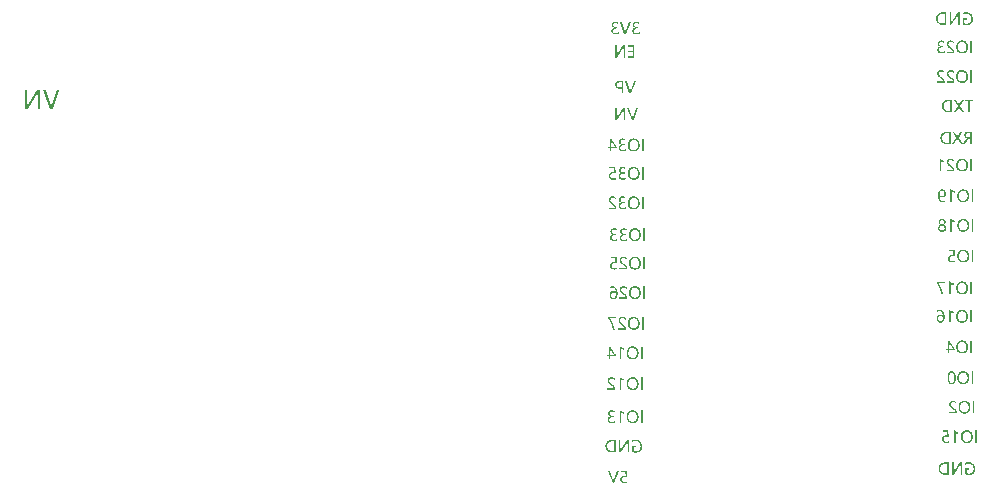
<source format=gbr>
%TF.GenerationSoftware,KiCad,Pcbnew,8.0.1*%
%TF.CreationDate,2024-05-10T21:43:51+08:00*%
%TF.ProjectId,ESP32wroom,45535033-3277-4726-9f6f-6d2e6b696361,rev?*%
%TF.SameCoordinates,Original*%
%TF.FileFunction,Legend,Bot*%
%TF.FilePolarity,Positive*%
%FSLAX46Y46*%
G04 Gerber Fmt 4.6, Leading zero omitted, Abs format (unit mm)*
G04 Created by KiCad (PCBNEW 8.0.1) date 2024-05-10 21:43:51*
%MOMM*%
%LPD*%
G01*
G04 APERTURE LIST*
%ADD10C,0.150000*%
%ADD11C,0.187500*%
G04 APERTURE END LIST*
D10*
G36*
X174225226Y-100267055D02*
G01*
X174225226Y-101330000D01*
X174362491Y-101330000D01*
X174362491Y-100267055D01*
X174225226Y-100267055D01*
G37*
G36*
X173560806Y-100253793D02*
G01*
X173615764Y-100260903D01*
X173667631Y-100272752D01*
X173716407Y-100289342D01*
X173762092Y-100310671D01*
X173804686Y-100336740D01*
X173844188Y-100367549D01*
X173880600Y-100403098D01*
X173913286Y-100442654D01*
X173941615Y-100485484D01*
X173965585Y-100531589D01*
X173985197Y-100580968D01*
X174000450Y-100633621D01*
X174011346Y-100689549D01*
X174017883Y-100748751D01*
X174020062Y-100811228D01*
X174017925Y-100869300D01*
X174011514Y-100924572D01*
X174000828Y-100977042D01*
X173985868Y-101026711D01*
X173966634Y-101073579D01*
X173943126Y-101117646D01*
X173915343Y-101158911D01*
X173883286Y-101197376D01*
X173865838Y-101215328D01*
X173828835Y-101247759D01*
X173778632Y-101281783D01*
X173724040Y-101308567D01*
X173677206Y-101324783D01*
X173627564Y-101336365D01*
X173575113Y-101343315D01*
X173519853Y-101345631D01*
X173463246Y-101343273D01*
X173409562Y-101336197D01*
X173358802Y-101324405D01*
X173310964Y-101307896D01*
X173266050Y-101286669D01*
X173224060Y-101260726D01*
X173184992Y-101230066D01*
X173148848Y-101194689D01*
X173116333Y-101155228D01*
X173088154Y-101112440D01*
X173064310Y-101066324D01*
X173044801Y-101016880D01*
X173029627Y-100964108D01*
X173018789Y-100908009D01*
X173012286Y-100848582D01*
X173010683Y-100802191D01*
X173155198Y-100802191D01*
X173157572Y-100862314D01*
X173164691Y-100918120D01*
X173176558Y-100969609D01*
X173193171Y-101016781D01*
X173219371Y-101067688D01*
X173252407Y-101112379D01*
X173271276Y-101132196D01*
X173312864Y-101165981D01*
X173359586Y-101191970D01*
X173411444Y-101210163D01*
X173468437Y-101220558D01*
X173519853Y-101223265D01*
X173539463Y-101222814D01*
X173595477Y-101216045D01*
X173647266Y-101201153D01*
X173694830Y-101178138D01*
X173738170Y-101147000D01*
X173777285Y-101107739D01*
X173810736Y-101061654D01*
X173837266Y-101010228D01*
X173854087Y-100963294D01*
X173866102Y-100912650D01*
X173873312Y-100858298D01*
X173875715Y-100800237D01*
X173873252Y-100742491D01*
X173865864Y-100688324D01*
X173853550Y-100637734D01*
X173836312Y-100590722D01*
X173809123Y-100539030D01*
X173774842Y-100492491D01*
X173755342Y-100471496D01*
X173713096Y-100435701D01*
X173666522Y-100408166D01*
X173615620Y-100388892D01*
X173560391Y-100377878D01*
X173511060Y-100375010D01*
X173490636Y-100375445D01*
X173432674Y-100381971D01*
X173379674Y-100396328D01*
X173331637Y-100418516D01*
X173288564Y-100448535D01*
X173250453Y-100486385D01*
X173244593Y-100493422D01*
X173213337Y-100539481D01*
X173188779Y-100592117D01*
X173173431Y-100641005D01*
X173162733Y-100694460D01*
X173156687Y-100752483D01*
X173155198Y-100802191D01*
X173010683Y-100802191D01*
X173010118Y-100785826D01*
X173012232Y-100727754D01*
X173018575Y-100672482D01*
X173029146Y-100620012D01*
X173043946Y-100570343D01*
X173062974Y-100523475D01*
X173086230Y-100479409D01*
X173113715Y-100438143D01*
X173145429Y-100399678D01*
X173153970Y-100390557D01*
X173189830Y-100356968D01*
X173238465Y-100321497D01*
X173291334Y-100293265D01*
X173348436Y-100272272D01*
X173397167Y-100260689D01*
X173448607Y-100253740D01*
X173502756Y-100251423D01*
X173560806Y-100253793D01*
G37*
G36*
X172362630Y-100547201D02*
G01*
X172367925Y-100497351D01*
X172385982Y-100450780D01*
X172416852Y-100412868D01*
X172458776Y-100385056D01*
X172509994Y-100368789D01*
X172558811Y-100364067D01*
X172564619Y-100364019D01*
X172614284Y-100368759D01*
X172664362Y-100382978D01*
X172697976Y-100397725D01*
X172743114Y-100424164D01*
X172782345Y-100454160D01*
X172819860Y-100489832D01*
X172823517Y-100493712D01*
X172823517Y-100363286D01*
X172785937Y-100329010D01*
X172745068Y-100300737D01*
X172705059Y-100280244D01*
X172656701Y-100263835D01*
X172608082Y-100254829D01*
X172555026Y-100251451D01*
X172549476Y-100251423D01*
X172497329Y-100254136D01*
X172449150Y-100262277D01*
X172397954Y-100278632D01*
X172352157Y-100302374D01*
X172317201Y-100328604D01*
X172282940Y-100364870D01*
X172257095Y-100406348D01*
X172239664Y-100453040D01*
X172230648Y-100504943D01*
X172229274Y-100536943D01*
X172231857Y-100586631D01*
X172241134Y-100639754D01*
X172257159Y-100688969D01*
X172279931Y-100734276D01*
X172283251Y-100739665D01*
X172315018Y-100782667D01*
X172350653Y-100820719D01*
X172387021Y-100853652D01*
X172428763Y-100886876D01*
X172467655Y-100914787D01*
X172514564Y-100947396D01*
X172555273Y-100976347D01*
X172594932Y-101005501D01*
X172633522Y-101035668D01*
X172646196Y-101046434D01*
X172682371Y-101082830D01*
X172708967Y-101122393D01*
X172723854Y-101170916D01*
X172726796Y-101210565D01*
X172197766Y-101210565D01*
X172197766Y-101330000D01*
X172866748Y-101330000D01*
X172866748Y-101277243D01*
X172864777Y-101227788D01*
X172857965Y-101178005D01*
X172844852Y-101129524D01*
X172841835Y-101121416D01*
X172818399Y-101073903D01*
X172788890Y-101031195D01*
X172759036Y-100996852D01*
X172721395Y-100960848D01*
X172679404Y-100925601D01*
X172636075Y-100892255D01*
X172594044Y-100861813D01*
X172579030Y-100851284D01*
X172534926Y-100819167D01*
X172496403Y-100788578D01*
X172458514Y-100754823D01*
X172424515Y-100718793D01*
X172408304Y-100697655D01*
X172384218Y-100654521D01*
X172369053Y-100607857D01*
X172362809Y-100557664D01*
X172362630Y-100547201D01*
G37*
G36*
X171403977Y-101004180D02*
G01*
X171407618Y-101059612D01*
X171418540Y-101110872D01*
X171436744Y-101157958D01*
X171462229Y-101200871D01*
X171494996Y-101239612D01*
X171507536Y-101251598D01*
X171548778Y-101283554D01*
X171595017Y-101308899D01*
X171646254Y-101327632D01*
X171702488Y-101339754D01*
X171753167Y-101344805D01*
X171785240Y-101345631D01*
X171838707Y-101344171D01*
X171894312Y-101338778D01*
X171942624Y-101329412D01*
X171994024Y-101311530D01*
X172008478Y-101304110D01*
X172008478Y-101154145D01*
X171961061Y-101185170D01*
X171913269Y-101208575D01*
X171865104Y-101224359D01*
X171816564Y-101232524D01*
X171788660Y-101233768D01*
X171735659Y-101230028D01*
X171688032Y-101218808D01*
X171640874Y-101197245D01*
X171608897Y-101173928D01*
X171575838Y-101137021D01*
X171551796Y-101088716D01*
X171541577Y-101038675D01*
X171540509Y-101014438D01*
X171546131Y-100962136D01*
X171565566Y-100912181D01*
X171598882Y-100870812D01*
X171611584Y-100860076D01*
X171656219Y-100833275D01*
X171703713Y-100816815D01*
X171758565Y-100807286D01*
X171812595Y-100804633D01*
X171861536Y-100805198D01*
X171913601Y-100807184D01*
X171962498Y-100810599D01*
X171993335Y-100813670D01*
X171954256Y-100267055D01*
X171456734Y-100267055D01*
X171456734Y-100385268D01*
X171840683Y-100385268D01*
X171862665Y-100693258D01*
X171765945Y-100689106D01*
X171714899Y-100691128D01*
X171658318Y-100698890D01*
X171606838Y-100712474D01*
X171560459Y-100731880D01*
X171512796Y-100761878D01*
X171500453Y-100771905D01*
X171462861Y-100811320D01*
X171434503Y-100857116D01*
X171415377Y-100909293D01*
X171406333Y-100959096D01*
X171403977Y-101004180D01*
G37*
G36*
X202125226Y-112467055D02*
G01*
X202125226Y-113530000D01*
X202262491Y-113530000D01*
X202262491Y-112467055D01*
X202125226Y-112467055D01*
G37*
G36*
X201460806Y-112453793D02*
G01*
X201515764Y-112460903D01*
X201567631Y-112472752D01*
X201616407Y-112489342D01*
X201662092Y-112510671D01*
X201704686Y-112536740D01*
X201744188Y-112567549D01*
X201780600Y-112603098D01*
X201813286Y-112642654D01*
X201841615Y-112685484D01*
X201865585Y-112731589D01*
X201885197Y-112780968D01*
X201900450Y-112833621D01*
X201911346Y-112889549D01*
X201917883Y-112948751D01*
X201920062Y-113011228D01*
X201917925Y-113069300D01*
X201911514Y-113124572D01*
X201900828Y-113177042D01*
X201885868Y-113226711D01*
X201866634Y-113273579D01*
X201843126Y-113317646D01*
X201815343Y-113358911D01*
X201783286Y-113397376D01*
X201765838Y-113415328D01*
X201728835Y-113447759D01*
X201678632Y-113481783D01*
X201624040Y-113508567D01*
X201577206Y-113524783D01*
X201527564Y-113536365D01*
X201475113Y-113543315D01*
X201419853Y-113545631D01*
X201363246Y-113543273D01*
X201309562Y-113536197D01*
X201258802Y-113524405D01*
X201210964Y-113507896D01*
X201166050Y-113486669D01*
X201124060Y-113460726D01*
X201084992Y-113430066D01*
X201048848Y-113394689D01*
X201016333Y-113355228D01*
X200988154Y-113312440D01*
X200964310Y-113266324D01*
X200944801Y-113216880D01*
X200929627Y-113164108D01*
X200918789Y-113108009D01*
X200912286Y-113048582D01*
X200910683Y-113002191D01*
X201055198Y-113002191D01*
X201057572Y-113062314D01*
X201064691Y-113118120D01*
X201076558Y-113169609D01*
X201093171Y-113216781D01*
X201119371Y-113267688D01*
X201152407Y-113312379D01*
X201171276Y-113332196D01*
X201212864Y-113365981D01*
X201259586Y-113391970D01*
X201311444Y-113410163D01*
X201368437Y-113420558D01*
X201419853Y-113423265D01*
X201439463Y-113422814D01*
X201495477Y-113416045D01*
X201547266Y-113401153D01*
X201594830Y-113378138D01*
X201638170Y-113347000D01*
X201677285Y-113307739D01*
X201710736Y-113261654D01*
X201737266Y-113210228D01*
X201754087Y-113163294D01*
X201766102Y-113112650D01*
X201773312Y-113058298D01*
X201775715Y-113000237D01*
X201773252Y-112942491D01*
X201765864Y-112888324D01*
X201753550Y-112837734D01*
X201736312Y-112790722D01*
X201709123Y-112739030D01*
X201674842Y-112692491D01*
X201655342Y-112671496D01*
X201613096Y-112635701D01*
X201566522Y-112608166D01*
X201515620Y-112588892D01*
X201460391Y-112577878D01*
X201411060Y-112575010D01*
X201390636Y-112575445D01*
X201332674Y-112581971D01*
X201279674Y-112596328D01*
X201231637Y-112618516D01*
X201188564Y-112648535D01*
X201150453Y-112686385D01*
X201144593Y-112693422D01*
X201113337Y-112739481D01*
X201088779Y-112792117D01*
X201073431Y-112841005D01*
X201062733Y-112894460D01*
X201056687Y-112952483D01*
X201055198Y-113002191D01*
X200910683Y-113002191D01*
X200910118Y-112985826D01*
X200912232Y-112927754D01*
X200918575Y-112872482D01*
X200929146Y-112820012D01*
X200943946Y-112770343D01*
X200962974Y-112723475D01*
X200986230Y-112679409D01*
X201013715Y-112638143D01*
X201045429Y-112599678D01*
X201053970Y-112590557D01*
X201089830Y-112556968D01*
X201138465Y-112521497D01*
X201191334Y-112493265D01*
X201248436Y-112472272D01*
X201297167Y-112460689D01*
X201348607Y-112453740D01*
X201402756Y-112451423D01*
X201460806Y-112453793D01*
G37*
G36*
X200262630Y-112747201D02*
G01*
X200267925Y-112697351D01*
X200285982Y-112650780D01*
X200316852Y-112612868D01*
X200358776Y-112585056D01*
X200409994Y-112568789D01*
X200458811Y-112564067D01*
X200464619Y-112564019D01*
X200514284Y-112568759D01*
X200564362Y-112582978D01*
X200597976Y-112597725D01*
X200643114Y-112624164D01*
X200682345Y-112654160D01*
X200719860Y-112689832D01*
X200723517Y-112693712D01*
X200723517Y-112563286D01*
X200685937Y-112529010D01*
X200645068Y-112500737D01*
X200605059Y-112480244D01*
X200556701Y-112463835D01*
X200508082Y-112454829D01*
X200455026Y-112451451D01*
X200449476Y-112451423D01*
X200397329Y-112454136D01*
X200349150Y-112462277D01*
X200297954Y-112478632D01*
X200252157Y-112502374D01*
X200217201Y-112528604D01*
X200182940Y-112564870D01*
X200157095Y-112606348D01*
X200139664Y-112653040D01*
X200130648Y-112704943D01*
X200129274Y-112736943D01*
X200131857Y-112786631D01*
X200141134Y-112839754D01*
X200157159Y-112888969D01*
X200179931Y-112934276D01*
X200183251Y-112939665D01*
X200215018Y-112982667D01*
X200250653Y-113020719D01*
X200287021Y-113053652D01*
X200328763Y-113086876D01*
X200367655Y-113114787D01*
X200414564Y-113147396D01*
X200455273Y-113176347D01*
X200494932Y-113205501D01*
X200533522Y-113235668D01*
X200546196Y-113246434D01*
X200582371Y-113282830D01*
X200608967Y-113322393D01*
X200623854Y-113370916D01*
X200626796Y-113410565D01*
X200097766Y-113410565D01*
X200097766Y-113530000D01*
X200766748Y-113530000D01*
X200766748Y-113477243D01*
X200764777Y-113427788D01*
X200757965Y-113378005D01*
X200744852Y-113329524D01*
X200741835Y-113321416D01*
X200718399Y-113273903D01*
X200688890Y-113231195D01*
X200659036Y-113196852D01*
X200621395Y-113160848D01*
X200579404Y-113125601D01*
X200536075Y-113092255D01*
X200494044Y-113061813D01*
X200479030Y-113051284D01*
X200434926Y-113019167D01*
X200396403Y-112988578D01*
X200358514Y-112954823D01*
X200324515Y-112918793D01*
X200308304Y-112897655D01*
X200284218Y-112854521D01*
X200269053Y-112807857D01*
X200262809Y-112757664D01*
X200262630Y-112747201D01*
G37*
G36*
X201925226Y-84467055D02*
G01*
X201925226Y-85530000D01*
X202062491Y-85530000D01*
X202062491Y-84467055D01*
X201925226Y-84467055D01*
G37*
G36*
X201260806Y-84453793D02*
G01*
X201315764Y-84460903D01*
X201367631Y-84472752D01*
X201416407Y-84489342D01*
X201462092Y-84510671D01*
X201504686Y-84536740D01*
X201544188Y-84567549D01*
X201580600Y-84603098D01*
X201613286Y-84642654D01*
X201641615Y-84685484D01*
X201665585Y-84731589D01*
X201685197Y-84780968D01*
X201700450Y-84833621D01*
X201711346Y-84889549D01*
X201717883Y-84948751D01*
X201720062Y-85011228D01*
X201717925Y-85069300D01*
X201711514Y-85124572D01*
X201700828Y-85177042D01*
X201685868Y-85226711D01*
X201666634Y-85273579D01*
X201643126Y-85317646D01*
X201615343Y-85358911D01*
X201583286Y-85397376D01*
X201565838Y-85415328D01*
X201528835Y-85447759D01*
X201478632Y-85481783D01*
X201424040Y-85508567D01*
X201377206Y-85524783D01*
X201327564Y-85536365D01*
X201275113Y-85543315D01*
X201219853Y-85545631D01*
X201163246Y-85543273D01*
X201109562Y-85536197D01*
X201058802Y-85524405D01*
X201010964Y-85507896D01*
X200966050Y-85486669D01*
X200924060Y-85460726D01*
X200884992Y-85430066D01*
X200848848Y-85394689D01*
X200816333Y-85355228D01*
X200788154Y-85312440D01*
X200764310Y-85266324D01*
X200744801Y-85216880D01*
X200729627Y-85164108D01*
X200718789Y-85108009D01*
X200712286Y-85048582D01*
X200710683Y-85002191D01*
X200855198Y-85002191D01*
X200857572Y-85062314D01*
X200864691Y-85118120D01*
X200876558Y-85169609D01*
X200893171Y-85216781D01*
X200919371Y-85267688D01*
X200952407Y-85312379D01*
X200971276Y-85332196D01*
X201012864Y-85365981D01*
X201059586Y-85391970D01*
X201111444Y-85410163D01*
X201168437Y-85420558D01*
X201219853Y-85423265D01*
X201239463Y-85422814D01*
X201295477Y-85416045D01*
X201347266Y-85401153D01*
X201394830Y-85378138D01*
X201438170Y-85347000D01*
X201477285Y-85307739D01*
X201510736Y-85261654D01*
X201537266Y-85210228D01*
X201554087Y-85163294D01*
X201566102Y-85112650D01*
X201573312Y-85058298D01*
X201575715Y-85000237D01*
X201573252Y-84942491D01*
X201565864Y-84888324D01*
X201553550Y-84837734D01*
X201536312Y-84790722D01*
X201509123Y-84739030D01*
X201474842Y-84692491D01*
X201455342Y-84671496D01*
X201413096Y-84635701D01*
X201366522Y-84608166D01*
X201315620Y-84588892D01*
X201260391Y-84577878D01*
X201211060Y-84575010D01*
X201190636Y-84575445D01*
X201132674Y-84581971D01*
X201079674Y-84596328D01*
X201031637Y-84618516D01*
X200988564Y-84648535D01*
X200950453Y-84686385D01*
X200944593Y-84693422D01*
X200913337Y-84739481D01*
X200888779Y-84792117D01*
X200873431Y-84841005D01*
X200862733Y-84894460D01*
X200856687Y-84952483D01*
X200855198Y-85002191D01*
X200710683Y-85002191D01*
X200710118Y-84985826D01*
X200712232Y-84927754D01*
X200718575Y-84872482D01*
X200729146Y-84820012D01*
X200743946Y-84770343D01*
X200762974Y-84723475D01*
X200786230Y-84679409D01*
X200813715Y-84638143D01*
X200845429Y-84599678D01*
X200853970Y-84590557D01*
X200889830Y-84556968D01*
X200938465Y-84521497D01*
X200991334Y-84493265D01*
X201048436Y-84472272D01*
X201097167Y-84460689D01*
X201148607Y-84453740D01*
X201202756Y-84451423D01*
X201260806Y-84453793D01*
G37*
G36*
X200062630Y-84747201D02*
G01*
X200067925Y-84697351D01*
X200085982Y-84650780D01*
X200116852Y-84612868D01*
X200158776Y-84585056D01*
X200209994Y-84568789D01*
X200258811Y-84564067D01*
X200264619Y-84564019D01*
X200314284Y-84568759D01*
X200364362Y-84582978D01*
X200397976Y-84597725D01*
X200443114Y-84624164D01*
X200482345Y-84654160D01*
X200519860Y-84689832D01*
X200523517Y-84693712D01*
X200523517Y-84563286D01*
X200485937Y-84529010D01*
X200445068Y-84500737D01*
X200405059Y-84480244D01*
X200356701Y-84463835D01*
X200308082Y-84454829D01*
X200255026Y-84451451D01*
X200249476Y-84451423D01*
X200197329Y-84454136D01*
X200149150Y-84462277D01*
X200097954Y-84478632D01*
X200052157Y-84502374D01*
X200017201Y-84528604D01*
X199982940Y-84564870D01*
X199957095Y-84606348D01*
X199939664Y-84653040D01*
X199930648Y-84704943D01*
X199929274Y-84736943D01*
X199931857Y-84786631D01*
X199941134Y-84839754D01*
X199957159Y-84888969D01*
X199979931Y-84934276D01*
X199983251Y-84939665D01*
X200015018Y-84982667D01*
X200050653Y-85020719D01*
X200087021Y-85053652D01*
X200128763Y-85086876D01*
X200167655Y-85114787D01*
X200214564Y-85147396D01*
X200255273Y-85176347D01*
X200294932Y-85205501D01*
X200333522Y-85235668D01*
X200346196Y-85246434D01*
X200382371Y-85282830D01*
X200408967Y-85322393D01*
X200423854Y-85370916D01*
X200426796Y-85410565D01*
X199897766Y-85410565D01*
X199897766Y-85530000D01*
X200566748Y-85530000D01*
X200566748Y-85477243D01*
X200564777Y-85427788D01*
X200557965Y-85378005D01*
X200544852Y-85329524D01*
X200541835Y-85321416D01*
X200518399Y-85273903D01*
X200488890Y-85231195D01*
X200459036Y-85196852D01*
X200421395Y-85160848D01*
X200379404Y-85125601D01*
X200336075Y-85092255D01*
X200294044Y-85061813D01*
X200279030Y-85051284D01*
X200234926Y-85019167D01*
X200196403Y-84988578D01*
X200158514Y-84954823D01*
X200124515Y-84918793D01*
X200108304Y-84897655D01*
X200084218Y-84854521D01*
X200069053Y-84807857D01*
X200062809Y-84757664D01*
X200062630Y-84747201D01*
G37*
G36*
X199241974Y-84747201D02*
G01*
X199247269Y-84697351D01*
X199265326Y-84650780D01*
X199296196Y-84612868D01*
X199338120Y-84585056D01*
X199389338Y-84568789D01*
X199438155Y-84564067D01*
X199443963Y-84564019D01*
X199493628Y-84568759D01*
X199543706Y-84582978D01*
X199577320Y-84597725D01*
X199622458Y-84624164D01*
X199661689Y-84654160D01*
X199699204Y-84689832D01*
X199702861Y-84693712D01*
X199702861Y-84563286D01*
X199665281Y-84529010D01*
X199624412Y-84500737D01*
X199584403Y-84480244D01*
X199536045Y-84463835D01*
X199487426Y-84454829D01*
X199434370Y-84451451D01*
X199428820Y-84451423D01*
X199376673Y-84454136D01*
X199328494Y-84462277D01*
X199277298Y-84478632D01*
X199231502Y-84502374D01*
X199196545Y-84528604D01*
X199162284Y-84564870D01*
X199136439Y-84606348D01*
X199119008Y-84653040D01*
X199109992Y-84704943D01*
X199108618Y-84736943D01*
X199111201Y-84786631D01*
X199120478Y-84839754D01*
X199136503Y-84888969D01*
X199159275Y-84934276D01*
X199162595Y-84939665D01*
X199194362Y-84982667D01*
X199229997Y-85020719D01*
X199266365Y-85053652D01*
X199308107Y-85086876D01*
X199346999Y-85114787D01*
X199393908Y-85147396D01*
X199434617Y-85176347D01*
X199474276Y-85205501D01*
X199512866Y-85235668D01*
X199525540Y-85246434D01*
X199561715Y-85282830D01*
X199588311Y-85322393D01*
X199603198Y-85370916D01*
X199606140Y-85410565D01*
X199077110Y-85410565D01*
X199077110Y-85530000D01*
X199746092Y-85530000D01*
X199746092Y-85477243D01*
X199744121Y-85427788D01*
X199737309Y-85378005D01*
X199724196Y-85329524D01*
X199721179Y-85321416D01*
X199697743Y-85273903D01*
X199668234Y-85231195D01*
X199638381Y-85196852D01*
X199600739Y-85160848D01*
X199558748Y-85125601D01*
X199515420Y-85092255D01*
X199473388Y-85061813D01*
X199458374Y-85051284D01*
X199414270Y-85019167D01*
X199375747Y-84988578D01*
X199337858Y-84954823D01*
X199303859Y-84918793D01*
X199287648Y-84897655D01*
X199263562Y-84854521D01*
X199248397Y-84807857D01*
X199242153Y-84757664D01*
X199241974Y-84747201D01*
G37*
G36*
X172660886Y-85367055D02*
G01*
X173051919Y-86430000D01*
X173204326Y-86430000D01*
X173587543Y-85367055D01*
X173435136Y-85367055D01*
X173148639Y-86194305D01*
X173135465Y-86241556D01*
X173127390Y-86289316D01*
X173123970Y-86289316D01*
X173114348Y-86238679D01*
X173099790Y-86193084D01*
X172807920Y-85367055D01*
X172660886Y-85367055D01*
G37*
G36*
X172515806Y-86430000D02*
G01*
X172378541Y-86430000D01*
X172378541Y-86035059D01*
X172240544Y-86035059D01*
X172209711Y-86035165D01*
X172160508Y-86031334D01*
X172105070Y-86020126D01*
X172053564Y-86001704D01*
X172005991Y-85976070D01*
X171962351Y-85943224D01*
X171948864Y-85930809D01*
X171913625Y-85890772D01*
X171886216Y-85846545D01*
X171866639Y-85798128D01*
X171854892Y-85745520D01*
X171851347Y-85694096D01*
X171995324Y-85694096D01*
X171996343Y-85719886D01*
X172006087Y-85772278D01*
X172026147Y-85816864D01*
X172060537Y-85857250D01*
X172096929Y-85882148D01*
X172146921Y-85901654D01*
X172199402Y-85911435D01*
X172251535Y-85914159D01*
X172378541Y-85914159D01*
X172378541Y-85487955D01*
X172238346Y-85487955D01*
X172194915Y-85489767D01*
X172143653Y-85497819D01*
X172090254Y-85516943D01*
X172048722Y-85546133D01*
X172019057Y-85585389D01*
X172001257Y-85634709D01*
X171995324Y-85694096D01*
X171851347Y-85694096D01*
X171850976Y-85688722D01*
X171853302Y-85642009D01*
X171862232Y-85590580D01*
X171881116Y-85536962D01*
X171909115Y-85490216D01*
X171946231Y-85450341D01*
X171958410Y-85440256D01*
X172005799Y-85410081D01*
X172052316Y-85390560D01*
X172104277Y-85376896D01*
X172161681Y-85369088D01*
X172213677Y-85367055D01*
X172515806Y-85367055D01*
X172515806Y-86430000D01*
G37*
G36*
X202025226Y-99667055D02*
G01*
X202025226Y-100730000D01*
X202162491Y-100730000D01*
X202162491Y-99667055D01*
X202025226Y-99667055D01*
G37*
G36*
X201360806Y-99653793D02*
G01*
X201415764Y-99660903D01*
X201467631Y-99672752D01*
X201516407Y-99689342D01*
X201562092Y-99710671D01*
X201604686Y-99736740D01*
X201644188Y-99767549D01*
X201680600Y-99803098D01*
X201713286Y-99842654D01*
X201741615Y-99885484D01*
X201765585Y-99931589D01*
X201785197Y-99980968D01*
X201800450Y-100033621D01*
X201811346Y-100089549D01*
X201817883Y-100148751D01*
X201820062Y-100211228D01*
X201817925Y-100269300D01*
X201811514Y-100324572D01*
X201800828Y-100377042D01*
X201785868Y-100426711D01*
X201766634Y-100473579D01*
X201743126Y-100517646D01*
X201715343Y-100558911D01*
X201683286Y-100597376D01*
X201665838Y-100615328D01*
X201628835Y-100647759D01*
X201578632Y-100681783D01*
X201524040Y-100708567D01*
X201477206Y-100724783D01*
X201427564Y-100736365D01*
X201375113Y-100743315D01*
X201319853Y-100745631D01*
X201263246Y-100743273D01*
X201209562Y-100736197D01*
X201158802Y-100724405D01*
X201110964Y-100707896D01*
X201066050Y-100686669D01*
X201024060Y-100660726D01*
X200984992Y-100630066D01*
X200948848Y-100594689D01*
X200916333Y-100555228D01*
X200888154Y-100512440D01*
X200864310Y-100466324D01*
X200844801Y-100416880D01*
X200829627Y-100364108D01*
X200818789Y-100308009D01*
X200812286Y-100248582D01*
X200810683Y-100202191D01*
X200955198Y-100202191D01*
X200957572Y-100262314D01*
X200964691Y-100318120D01*
X200976558Y-100369609D01*
X200993171Y-100416781D01*
X201019371Y-100467688D01*
X201052407Y-100512379D01*
X201071276Y-100532196D01*
X201112864Y-100565981D01*
X201159586Y-100591970D01*
X201211444Y-100610163D01*
X201268437Y-100620558D01*
X201319853Y-100623265D01*
X201339463Y-100622814D01*
X201395477Y-100616045D01*
X201447266Y-100601153D01*
X201494830Y-100578138D01*
X201538170Y-100547000D01*
X201577285Y-100507739D01*
X201610736Y-100461654D01*
X201637266Y-100410228D01*
X201654087Y-100363294D01*
X201666102Y-100312650D01*
X201673312Y-100258298D01*
X201675715Y-100200237D01*
X201673252Y-100142491D01*
X201665864Y-100088324D01*
X201653550Y-100037734D01*
X201636312Y-99990722D01*
X201609123Y-99939030D01*
X201574842Y-99892491D01*
X201555342Y-99871496D01*
X201513096Y-99835701D01*
X201466522Y-99808166D01*
X201415620Y-99788892D01*
X201360391Y-99777878D01*
X201311060Y-99775010D01*
X201290636Y-99775445D01*
X201232674Y-99781971D01*
X201179674Y-99796328D01*
X201131637Y-99818516D01*
X201088564Y-99848535D01*
X201050453Y-99886385D01*
X201044593Y-99893422D01*
X201013337Y-99939481D01*
X200988779Y-99992117D01*
X200973431Y-100041005D01*
X200962733Y-100094460D01*
X200956687Y-100152483D01*
X200955198Y-100202191D01*
X200810683Y-100202191D01*
X200810118Y-100185826D01*
X200812232Y-100127754D01*
X200818575Y-100072482D01*
X200829146Y-100020012D01*
X200843946Y-99970343D01*
X200862974Y-99923475D01*
X200886230Y-99879409D01*
X200913715Y-99838143D01*
X200945429Y-99799678D01*
X200953970Y-99790557D01*
X200989830Y-99756968D01*
X201038465Y-99721497D01*
X201091334Y-99693265D01*
X201148436Y-99672272D01*
X201197167Y-99660689D01*
X201248607Y-99653740D01*
X201302756Y-99651423D01*
X201360806Y-99653793D01*
G37*
G36*
X200024633Y-100404180D02*
G01*
X200028274Y-100459612D01*
X200039196Y-100510872D01*
X200057400Y-100557958D01*
X200082885Y-100600871D01*
X200115652Y-100639612D01*
X200128192Y-100651598D01*
X200169434Y-100683554D01*
X200215673Y-100708899D01*
X200266910Y-100727632D01*
X200323144Y-100739754D01*
X200373823Y-100744805D01*
X200405896Y-100745631D01*
X200459363Y-100744171D01*
X200514968Y-100738778D01*
X200563280Y-100729412D01*
X200614680Y-100711530D01*
X200629134Y-100704110D01*
X200629134Y-100554145D01*
X200581717Y-100585170D01*
X200533925Y-100608575D01*
X200485760Y-100624359D01*
X200437220Y-100632524D01*
X200409316Y-100633768D01*
X200356315Y-100630028D01*
X200308688Y-100618808D01*
X200261530Y-100597245D01*
X200229553Y-100573928D01*
X200196494Y-100537021D01*
X200172452Y-100488716D01*
X200162233Y-100438675D01*
X200161165Y-100414438D01*
X200166787Y-100362136D01*
X200186221Y-100312181D01*
X200219538Y-100270812D01*
X200232240Y-100260076D01*
X200276875Y-100233275D01*
X200324369Y-100216815D01*
X200379221Y-100207286D01*
X200433251Y-100204633D01*
X200482192Y-100205198D01*
X200534257Y-100207184D01*
X200583154Y-100210599D01*
X200613991Y-100213670D01*
X200574912Y-99667055D01*
X200077390Y-99667055D01*
X200077390Y-99785268D01*
X200461339Y-99785268D01*
X200483321Y-100093258D01*
X200386601Y-100089106D01*
X200335555Y-100091128D01*
X200278974Y-100098890D01*
X200227494Y-100112474D01*
X200181115Y-100131880D01*
X200133452Y-100161878D01*
X200121109Y-100171905D01*
X200083517Y-100211320D01*
X200055159Y-100257116D01*
X200036033Y-100309293D01*
X200026989Y-100359096D01*
X200024633Y-100404180D01*
G37*
G36*
X174025226Y-113267055D02*
G01*
X174025226Y-114330000D01*
X174162491Y-114330000D01*
X174162491Y-113267055D01*
X174025226Y-113267055D01*
G37*
G36*
X173360806Y-113253793D02*
G01*
X173415764Y-113260903D01*
X173467631Y-113272752D01*
X173516407Y-113289342D01*
X173562092Y-113310671D01*
X173604686Y-113336740D01*
X173644188Y-113367549D01*
X173680600Y-113403098D01*
X173713286Y-113442654D01*
X173741615Y-113485484D01*
X173765585Y-113531589D01*
X173785197Y-113580968D01*
X173800450Y-113633621D01*
X173811346Y-113689549D01*
X173817883Y-113748751D01*
X173820062Y-113811228D01*
X173817925Y-113869300D01*
X173811514Y-113924572D01*
X173800828Y-113977042D01*
X173785868Y-114026711D01*
X173766634Y-114073579D01*
X173743126Y-114117646D01*
X173715343Y-114158911D01*
X173683286Y-114197376D01*
X173665838Y-114215328D01*
X173628835Y-114247759D01*
X173578632Y-114281783D01*
X173524040Y-114308567D01*
X173477206Y-114324783D01*
X173427564Y-114336365D01*
X173375113Y-114343315D01*
X173319853Y-114345631D01*
X173263246Y-114343273D01*
X173209562Y-114336197D01*
X173158802Y-114324405D01*
X173110964Y-114307896D01*
X173066050Y-114286669D01*
X173024060Y-114260726D01*
X172984992Y-114230066D01*
X172948848Y-114194689D01*
X172916333Y-114155228D01*
X172888154Y-114112440D01*
X172864310Y-114066324D01*
X172844801Y-114016880D01*
X172829627Y-113964108D01*
X172818789Y-113908009D01*
X172812286Y-113848582D01*
X172810683Y-113802191D01*
X172955198Y-113802191D01*
X172957572Y-113862314D01*
X172964691Y-113918120D01*
X172976558Y-113969609D01*
X172993171Y-114016781D01*
X173019371Y-114067688D01*
X173052407Y-114112379D01*
X173071276Y-114132196D01*
X173112864Y-114165981D01*
X173159586Y-114191970D01*
X173211444Y-114210163D01*
X173268437Y-114220558D01*
X173319853Y-114223265D01*
X173339463Y-114222814D01*
X173395477Y-114216045D01*
X173447266Y-114201153D01*
X173494830Y-114178138D01*
X173538170Y-114147000D01*
X173577285Y-114107739D01*
X173610736Y-114061654D01*
X173637266Y-114010228D01*
X173654087Y-113963294D01*
X173666102Y-113912650D01*
X173673312Y-113858298D01*
X173675715Y-113800237D01*
X173673252Y-113742491D01*
X173665864Y-113688324D01*
X173653550Y-113637734D01*
X173636312Y-113590722D01*
X173609123Y-113539030D01*
X173574842Y-113492491D01*
X173555342Y-113471496D01*
X173513096Y-113435701D01*
X173466522Y-113408166D01*
X173415620Y-113388892D01*
X173360391Y-113377878D01*
X173311060Y-113375010D01*
X173290636Y-113375445D01*
X173232674Y-113381971D01*
X173179674Y-113396328D01*
X173131637Y-113418516D01*
X173088564Y-113448535D01*
X173050453Y-113486385D01*
X173044593Y-113493422D01*
X173013337Y-113539481D01*
X172988779Y-113592117D01*
X172973431Y-113641005D01*
X172962733Y-113694460D01*
X172956687Y-113752483D01*
X172955198Y-113802191D01*
X172810683Y-113802191D01*
X172810118Y-113785826D01*
X172812232Y-113727754D01*
X172818575Y-113672482D01*
X172829146Y-113620012D01*
X172843946Y-113570343D01*
X172862974Y-113523475D01*
X172886230Y-113479409D01*
X172913715Y-113438143D01*
X172945429Y-113399678D01*
X172953970Y-113390557D01*
X172989830Y-113356968D01*
X173038465Y-113321497D01*
X173091334Y-113293265D01*
X173148436Y-113272272D01*
X173197167Y-113260689D01*
X173248607Y-113253740D01*
X173302756Y-113251423D01*
X173360806Y-113253793D01*
G37*
G36*
X172357048Y-114330000D02*
G01*
X172357048Y-113429476D01*
X172396192Y-113460853D01*
X172441341Y-113488273D01*
X172463782Y-113500307D01*
X172509701Y-113522465D01*
X172557678Y-113541605D01*
X172603000Y-113555261D01*
X172603000Y-113423370D01*
X172554537Y-113407978D01*
X172504219Y-113388182D01*
X172457935Y-113366887D01*
X172422260Y-113348632D01*
X172376938Y-113323230D01*
X172332629Y-113295530D01*
X172291690Y-113265839D01*
X172274494Y-113251423D01*
X172223691Y-113251423D01*
X172223691Y-114330000D01*
X172357048Y-114330000D01*
G37*
G36*
X171829727Y-114138513D02*
G01*
X171787790Y-114171051D01*
X171743861Y-114196857D01*
X171697939Y-114215930D01*
X171650026Y-114228272D01*
X171600120Y-114233882D01*
X171583042Y-114234256D01*
X171530942Y-114230867D01*
X171479154Y-114218953D01*
X171434591Y-114198461D01*
X171408897Y-114180034D01*
X171375023Y-114142544D01*
X171353694Y-114097850D01*
X171344912Y-114045954D01*
X171344661Y-114034710D01*
X171351721Y-113976238D01*
X171372902Y-113927677D01*
X171408202Y-113889026D01*
X171457623Y-113860286D01*
X171507327Y-113844429D01*
X171566067Y-113834915D01*
X171616053Y-113831942D01*
X171633845Y-113831744D01*
X171722505Y-113831744D01*
X171722505Y-113720369D01*
X171637997Y-113720369D01*
X171577947Y-113717469D01*
X171525905Y-113708768D01*
X171472110Y-113689734D01*
X171430826Y-113661637D01*
X171397799Y-113615956D01*
X171384038Y-113567918D01*
X171381786Y-113534745D01*
X171386568Y-113485350D01*
X171404932Y-113437127D01*
X171443764Y-113396105D01*
X171491970Y-113374002D01*
X171542662Y-113364793D01*
X171577669Y-113363286D01*
X171632791Y-113368263D01*
X171686296Y-113383192D01*
X171731785Y-113404420D01*
X171776035Y-113433268D01*
X171788450Y-113442909D01*
X171788450Y-113315903D01*
X171741140Y-113290779D01*
X171690463Y-113271825D01*
X171636421Y-113259042D01*
X171587419Y-113252997D01*
X171544696Y-113251423D01*
X171495569Y-113253887D01*
X171443029Y-113262992D01*
X171395631Y-113278805D01*
X171347760Y-113305092D01*
X171326343Y-113321521D01*
X171290225Y-113359165D01*
X171264427Y-113401999D01*
X171248948Y-113450023D01*
X171243789Y-113503237D01*
X171247117Y-113552357D01*
X171260636Y-113607306D01*
X171284554Y-113655087D01*
X171318872Y-113695701D01*
X171363590Y-113729147D01*
X171418707Y-113755426D01*
X171456769Y-113767752D01*
X171456769Y-113770439D01*
X171408551Y-113778612D01*
X171359142Y-113794621D01*
X171315808Y-113817744D01*
X171274319Y-113852260D01*
X171241969Y-113893964D01*
X171220206Y-113941038D01*
X171209030Y-113993483D01*
X171207397Y-114024940D01*
X171211037Y-114077021D01*
X171221960Y-114125187D01*
X171243905Y-114176431D01*
X171275762Y-114222346D01*
X171310956Y-114257459D01*
X171352103Y-114287424D01*
X171398059Y-114311189D01*
X171448823Y-114328754D01*
X171504396Y-114340120D01*
X171554380Y-114344856D01*
X171585973Y-114345631D01*
X171640533Y-114343253D01*
X171691005Y-114336117D01*
X171744724Y-114321780D01*
X171792879Y-114300968D01*
X171829727Y-114277976D01*
X171829727Y-114138513D01*
G37*
G36*
X201925226Y-107367055D02*
G01*
X201925226Y-108430000D01*
X202062491Y-108430000D01*
X202062491Y-107367055D01*
X201925226Y-107367055D01*
G37*
G36*
X201260806Y-107353793D02*
G01*
X201315764Y-107360903D01*
X201367631Y-107372752D01*
X201416407Y-107389342D01*
X201462092Y-107410671D01*
X201504686Y-107436740D01*
X201544188Y-107467549D01*
X201580600Y-107503098D01*
X201613286Y-107542654D01*
X201641615Y-107585484D01*
X201665585Y-107631589D01*
X201685197Y-107680968D01*
X201700450Y-107733621D01*
X201711346Y-107789549D01*
X201717883Y-107848751D01*
X201720062Y-107911228D01*
X201717925Y-107969300D01*
X201711514Y-108024572D01*
X201700828Y-108077042D01*
X201685868Y-108126711D01*
X201666634Y-108173579D01*
X201643126Y-108217646D01*
X201615343Y-108258911D01*
X201583286Y-108297376D01*
X201565838Y-108315328D01*
X201528835Y-108347759D01*
X201478632Y-108381783D01*
X201424040Y-108408567D01*
X201377206Y-108424783D01*
X201327564Y-108436365D01*
X201275113Y-108443315D01*
X201219853Y-108445631D01*
X201163246Y-108443273D01*
X201109562Y-108436197D01*
X201058802Y-108424405D01*
X201010964Y-108407896D01*
X200966050Y-108386669D01*
X200924060Y-108360726D01*
X200884992Y-108330066D01*
X200848848Y-108294689D01*
X200816333Y-108255228D01*
X200788154Y-108212440D01*
X200764310Y-108166324D01*
X200744801Y-108116880D01*
X200729627Y-108064108D01*
X200718789Y-108008009D01*
X200712286Y-107948582D01*
X200710683Y-107902191D01*
X200855198Y-107902191D01*
X200857572Y-107962314D01*
X200864691Y-108018120D01*
X200876558Y-108069609D01*
X200893171Y-108116781D01*
X200919371Y-108167688D01*
X200952407Y-108212379D01*
X200971276Y-108232196D01*
X201012864Y-108265981D01*
X201059586Y-108291970D01*
X201111444Y-108310163D01*
X201168437Y-108320558D01*
X201219853Y-108323265D01*
X201239463Y-108322814D01*
X201295477Y-108316045D01*
X201347266Y-108301153D01*
X201394830Y-108278138D01*
X201438170Y-108247000D01*
X201477285Y-108207739D01*
X201510736Y-108161654D01*
X201537266Y-108110228D01*
X201554087Y-108063294D01*
X201566102Y-108012650D01*
X201573312Y-107958298D01*
X201575715Y-107900237D01*
X201573252Y-107842491D01*
X201565864Y-107788324D01*
X201553550Y-107737734D01*
X201536312Y-107690722D01*
X201509123Y-107639030D01*
X201474842Y-107592491D01*
X201455342Y-107571496D01*
X201413096Y-107535701D01*
X201366522Y-107508166D01*
X201315620Y-107488892D01*
X201260391Y-107477878D01*
X201211060Y-107475010D01*
X201190636Y-107475445D01*
X201132674Y-107481971D01*
X201079674Y-107496328D01*
X201031637Y-107518516D01*
X200988564Y-107548535D01*
X200950453Y-107586385D01*
X200944593Y-107593422D01*
X200913337Y-107639481D01*
X200888779Y-107692117D01*
X200873431Y-107741005D01*
X200862733Y-107794460D01*
X200856687Y-107852483D01*
X200855198Y-107902191D01*
X200710683Y-107902191D01*
X200710118Y-107885826D01*
X200712232Y-107827754D01*
X200718575Y-107772482D01*
X200729146Y-107720012D01*
X200743946Y-107670343D01*
X200762974Y-107623475D01*
X200786230Y-107579409D01*
X200813715Y-107538143D01*
X200845429Y-107499678D01*
X200853970Y-107490557D01*
X200889830Y-107456968D01*
X200938465Y-107421497D01*
X200991334Y-107393265D01*
X201048436Y-107372272D01*
X201097167Y-107360689D01*
X201148607Y-107353740D01*
X201202756Y-107351423D01*
X201260806Y-107353793D01*
G37*
G36*
X200171624Y-107410225D02*
G01*
X200195621Y-107454127D01*
X200221083Y-107498763D01*
X200248011Y-107544131D01*
X200276404Y-107590232D01*
X200306263Y-107637065D01*
X200337587Y-107684631D01*
X200370376Y-107732930D01*
X200403819Y-107780829D01*
X200437223Y-107827315D01*
X200470588Y-107872389D01*
X200503916Y-107916051D01*
X200537206Y-107958302D01*
X200570457Y-107999140D01*
X200603670Y-108038566D01*
X200636845Y-108076580D01*
X200636845Y-108181849D01*
X200140300Y-108181849D01*
X200140300Y-108430000D01*
X200009630Y-108430000D01*
X200009630Y-108181849D01*
X199850383Y-108181849D01*
X199850383Y-108070474D01*
X200009630Y-108070474D01*
X200009630Y-107562937D01*
X200140300Y-107562937D01*
X200140300Y-108070474D01*
X200485659Y-108070474D01*
X200451793Y-108027914D01*
X200419346Y-107986177D01*
X200388318Y-107945263D01*
X200358710Y-107905171D01*
X200325053Y-107858148D01*
X200293440Y-107812309D01*
X200283253Y-107797196D01*
X200253186Y-107751478D01*
X200223856Y-107705193D01*
X200195266Y-107658341D01*
X200167413Y-107610923D01*
X200140300Y-107562937D01*
X200009630Y-107562937D01*
X200009630Y-107367055D01*
X200149092Y-107367055D01*
X200171624Y-107410225D01*
G37*
G36*
X174125226Y-90267055D02*
G01*
X174125226Y-91330000D01*
X174262491Y-91330000D01*
X174262491Y-90267055D01*
X174125226Y-90267055D01*
G37*
G36*
X173460806Y-90253793D02*
G01*
X173515764Y-90260903D01*
X173567631Y-90272752D01*
X173616407Y-90289342D01*
X173662092Y-90310671D01*
X173704686Y-90336740D01*
X173744188Y-90367549D01*
X173780600Y-90403098D01*
X173813286Y-90442654D01*
X173841615Y-90485484D01*
X173865585Y-90531589D01*
X173885197Y-90580968D01*
X173900450Y-90633621D01*
X173911346Y-90689549D01*
X173917883Y-90748751D01*
X173920062Y-90811228D01*
X173917925Y-90869300D01*
X173911514Y-90924572D01*
X173900828Y-90977042D01*
X173885868Y-91026711D01*
X173866634Y-91073579D01*
X173843126Y-91117646D01*
X173815343Y-91158911D01*
X173783286Y-91197376D01*
X173765838Y-91215328D01*
X173728835Y-91247759D01*
X173678632Y-91281783D01*
X173624040Y-91308567D01*
X173577206Y-91324783D01*
X173527564Y-91336365D01*
X173475113Y-91343315D01*
X173419853Y-91345631D01*
X173363246Y-91343273D01*
X173309562Y-91336197D01*
X173258802Y-91324405D01*
X173210964Y-91307896D01*
X173166050Y-91286669D01*
X173124060Y-91260726D01*
X173084992Y-91230066D01*
X173048848Y-91194689D01*
X173016333Y-91155228D01*
X172988154Y-91112440D01*
X172964310Y-91066324D01*
X172944801Y-91016880D01*
X172929627Y-90964108D01*
X172918789Y-90908009D01*
X172912286Y-90848582D01*
X172910683Y-90802191D01*
X173055198Y-90802191D01*
X173057572Y-90862314D01*
X173064691Y-90918120D01*
X173076558Y-90969609D01*
X173093171Y-91016781D01*
X173119371Y-91067688D01*
X173152407Y-91112379D01*
X173171276Y-91132196D01*
X173212864Y-91165981D01*
X173259586Y-91191970D01*
X173311444Y-91210163D01*
X173368437Y-91220558D01*
X173419853Y-91223265D01*
X173439463Y-91222814D01*
X173495477Y-91216045D01*
X173547266Y-91201153D01*
X173594830Y-91178138D01*
X173638170Y-91147000D01*
X173677285Y-91107739D01*
X173710736Y-91061654D01*
X173737266Y-91010228D01*
X173754087Y-90963294D01*
X173766102Y-90912650D01*
X173773312Y-90858298D01*
X173775715Y-90800237D01*
X173773252Y-90742491D01*
X173765864Y-90688324D01*
X173753550Y-90637734D01*
X173736312Y-90590722D01*
X173709123Y-90539030D01*
X173674842Y-90492491D01*
X173655342Y-90471496D01*
X173613096Y-90435701D01*
X173566522Y-90408166D01*
X173515620Y-90388892D01*
X173460391Y-90377878D01*
X173411060Y-90375010D01*
X173390636Y-90375445D01*
X173332674Y-90381971D01*
X173279674Y-90396328D01*
X173231637Y-90418516D01*
X173188564Y-90448535D01*
X173150453Y-90486385D01*
X173144593Y-90493422D01*
X173113337Y-90539481D01*
X173088779Y-90592117D01*
X173073431Y-90641005D01*
X173062733Y-90694460D01*
X173056687Y-90752483D01*
X173055198Y-90802191D01*
X172910683Y-90802191D01*
X172910118Y-90785826D01*
X172912232Y-90727754D01*
X172918575Y-90672482D01*
X172929146Y-90620012D01*
X172943946Y-90570343D01*
X172962974Y-90523475D01*
X172986230Y-90479409D01*
X173013715Y-90438143D01*
X173045429Y-90399678D01*
X173053970Y-90390557D01*
X173089830Y-90356968D01*
X173138465Y-90321497D01*
X173191334Y-90293265D01*
X173248436Y-90272272D01*
X173297167Y-90260689D01*
X173348607Y-90253740D01*
X173402756Y-90251423D01*
X173460806Y-90253793D01*
G37*
G36*
X172750383Y-91138513D02*
G01*
X172708446Y-91171051D01*
X172664517Y-91196857D01*
X172618595Y-91215930D01*
X172570682Y-91228272D01*
X172520776Y-91233882D01*
X172503698Y-91234256D01*
X172451598Y-91230867D01*
X172399810Y-91218953D01*
X172355247Y-91198461D01*
X172329553Y-91180034D01*
X172295679Y-91142544D01*
X172274350Y-91097850D01*
X172265568Y-91045954D01*
X172265317Y-91034710D01*
X172272377Y-90976238D01*
X172293558Y-90927677D01*
X172328858Y-90889026D01*
X172378279Y-90860286D01*
X172427983Y-90844429D01*
X172486723Y-90834915D01*
X172536709Y-90831942D01*
X172554501Y-90831744D01*
X172643161Y-90831744D01*
X172643161Y-90720369D01*
X172558653Y-90720369D01*
X172498603Y-90717469D01*
X172446560Y-90708768D01*
X172392766Y-90689734D01*
X172351482Y-90661637D01*
X172318455Y-90615956D01*
X172304694Y-90567918D01*
X172302442Y-90534745D01*
X172307224Y-90485350D01*
X172325588Y-90437127D01*
X172364420Y-90396105D01*
X172412626Y-90374002D01*
X172463318Y-90364793D01*
X172498325Y-90363286D01*
X172553447Y-90368263D01*
X172606952Y-90383192D01*
X172652441Y-90404420D01*
X172696691Y-90433268D01*
X172709106Y-90442909D01*
X172709106Y-90315903D01*
X172661796Y-90290779D01*
X172611119Y-90271825D01*
X172557077Y-90259042D01*
X172508075Y-90252997D01*
X172465352Y-90251423D01*
X172416225Y-90253887D01*
X172363685Y-90262992D01*
X172316287Y-90278805D01*
X172268416Y-90305092D01*
X172246999Y-90321521D01*
X172210881Y-90359165D01*
X172185083Y-90401999D01*
X172169604Y-90450023D01*
X172164445Y-90503237D01*
X172167773Y-90552357D01*
X172181292Y-90607306D01*
X172205210Y-90655087D01*
X172239528Y-90695701D01*
X172284246Y-90729147D01*
X172339363Y-90755426D01*
X172377424Y-90767752D01*
X172377424Y-90770439D01*
X172329207Y-90778612D01*
X172279798Y-90794621D01*
X172236464Y-90817744D01*
X172194975Y-90852260D01*
X172162625Y-90893964D01*
X172140862Y-90941038D01*
X172129686Y-90993483D01*
X172128053Y-91024940D01*
X172131693Y-91077021D01*
X172142616Y-91125187D01*
X172164561Y-91176431D01*
X172196418Y-91222346D01*
X172231612Y-91257459D01*
X172272759Y-91287424D01*
X172318715Y-91311189D01*
X172369479Y-91328754D01*
X172425052Y-91340120D01*
X172475036Y-91344856D01*
X172506629Y-91345631D01*
X172561189Y-91343253D01*
X172611661Y-91336117D01*
X172665380Y-91321780D01*
X172713535Y-91300968D01*
X172750383Y-91277976D01*
X172750383Y-91138513D01*
G37*
G36*
X171550968Y-90310225D02*
G01*
X171574965Y-90354127D01*
X171600427Y-90398763D01*
X171627355Y-90444131D01*
X171655748Y-90490232D01*
X171685607Y-90537065D01*
X171716931Y-90584631D01*
X171749720Y-90632930D01*
X171783163Y-90680829D01*
X171816567Y-90727315D01*
X171849932Y-90772389D01*
X171883260Y-90816051D01*
X171916550Y-90858302D01*
X171949801Y-90899140D01*
X171983014Y-90938566D01*
X172016189Y-90976580D01*
X172016189Y-91081849D01*
X171519644Y-91081849D01*
X171519644Y-91330000D01*
X171388974Y-91330000D01*
X171388974Y-91081849D01*
X171229727Y-91081849D01*
X171229727Y-90970474D01*
X171388974Y-90970474D01*
X171388974Y-90462937D01*
X171519644Y-90462937D01*
X171519644Y-90970474D01*
X171865003Y-90970474D01*
X171831137Y-90927914D01*
X171798690Y-90886177D01*
X171767662Y-90845263D01*
X171738054Y-90805171D01*
X171704397Y-90758148D01*
X171672784Y-90712309D01*
X171662597Y-90697196D01*
X171632530Y-90651478D01*
X171603200Y-90605193D01*
X171574610Y-90558341D01*
X171546757Y-90510923D01*
X171519644Y-90462937D01*
X171388974Y-90462937D01*
X171388974Y-90267055D01*
X171528436Y-90267055D01*
X171550968Y-90310225D01*
G37*
G36*
X174125226Y-105367055D02*
G01*
X174125226Y-106430000D01*
X174262491Y-106430000D01*
X174262491Y-105367055D01*
X174125226Y-105367055D01*
G37*
G36*
X173460806Y-105353793D02*
G01*
X173515764Y-105360903D01*
X173567631Y-105372752D01*
X173616407Y-105389342D01*
X173662092Y-105410671D01*
X173704686Y-105436740D01*
X173744188Y-105467549D01*
X173780600Y-105503098D01*
X173813286Y-105542654D01*
X173841615Y-105585484D01*
X173865585Y-105631589D01*
X173885197Y-105680968D01*
X173900450Y-105733621D01*
X173911346Y-105789549D01*
X173917883Y-105848751D01*
X173920062Y-105911228D01*
X173917925Y-105969300D01*
X173911514Y-106024572D01*
X173900828Y-106077042D01*
X173885868Y-106126711D01*
X173866634Y-106173579D01*
X173843126Y-106217646D01*
X173815343Y-106258911D01*
X173783286Y-106297376D01*
X173765838Y-106315328D01*
X173728835Y-106347759D01*
X173678632Y-106381783D01*
X173624040Y-106408567D01*
X173577206Y-106424783D01*
X173527564Y-106436365D01*
X173475113Y-106443315D01*
X173419853Y-106445631D01*
X173363246Y-106443273D01*
X173309562Y-106436197D01*
X173258802Y-106424405D01*
X173210964Y-106407896D01*
X173166050Y-106386669D01*
X173124060Y-106360726D01*
X173084992Y-106330066D01*
X173048848Y-106294689D01*
X173016333Y-106255228D01*
X172988154Y-106212440D01*
X172964310Y-106166324D01*
X172944801Y-106116880D01*
X172929627Y-106064108D01*
X172918789Y-106008009D01*
X172912286Y-105948582D01*
X172910683Y-105902191D01*
X173055198Y-105902191D01*
X173057572Y-105962314D01*
X173064691Y-106018120D01*
X173076558Y-106069609D01*
X173093171Y-106116781D01*
X173119371Y-106167688D01*
X173152407Y-106212379D01*
X173171276Y-106232196D01*
X173212864Y-106265981D01*
X173259586Y-106291970D01*
X173311444Y-106310163D01*
X173368437Y-106320558D01*
X173419853Y-106323265D01*
X173439463Y-106322814D01*
X173495477Y-106316045D01*
X173547266Y-106301153D01*
X173594830Y-106278138D01*
X173638170Y-106247000D01*
X173677285Y-106207739D01*
X173710736Y-106161654D01*
X173737266Y-106110228D01*
X173754087Y-106063294D01*
X173766102Y-106012650D01*
X173773312Y-105958298D01*
X173775715Y-105900237D01*
X173773252Y-105842491D01*
X173765864Y-105788324D01*
X173753550Y-105737734D01*
X173736312Y-105690722D01*
X173709123Y-105639030D01*
X173674842Y-105592491D01*
X173655342Y-105571496D01*
X173613096Y-105535701D01*
X173566522Y-105508166D01*
X173515620Y-105488892D01*
X173460391Y-105477878D01*
X173411060Y-105475010D01*
X173390636Y-105475445D01*
X173332674Y-105481971D01*
X173279674Y-105496328D01*
X173231637Y-105518516D01*
X173188564Y-105548535D01*
X173150453Y-105586385D01*
X173144593Y-105593422D01*
X173113337Y-105639481D01*
X173088779Y-105692117D01*
X173073431Y-105741005D01*
X173062733Y-105794460D01*
X173056687Y-105852483D01*
X173055198Y-105902191D01*
X172910683Y-105902191D01*
X172910118Y-105885826D01*
X172912232Y-105827754D01*
X172918575Y-105772482D01*
X172929146Y-105720012D01*
X172943946Y-105670343D01*
X172962974Y-105623475D01*
X172986230Y-105579409D01*
X173013715Y-105538143D01*
X173045429Y-105499678D01*
X173053970Y-105490557D01*
X173089830Y-105456968D01*
X173138465Y-105421497D01*
X173191334Y-105393265D01*
X173248436Y-105372272D01*
X173297167Y-105360689D01*
X173348607Y-105353740D01*
X173402756Y-105351423D01*
X173460806Y-105353793D01*
G37*
G36*
X172262630Y-105647201D02*
G01*
X172267925Y-105597351D01*
X172285982Y-105550780D01*
X172316852Y-105512868D01*
X172358776Y-105485056D01*
X172409994Y-105468789D01*
X172458811Y-105464067D01*
X172464619Y-105464019D01*
X172514284Y-105468759D01*
X172564362Y-105482978D01*
X172597976Y-105497725D01*
X172643114Y-105524164D01*
X172682345Y-105554160D01*
X172719860Y-105589832D01*
X172723517Y-105593712D01*
X172723517Y-105463286D01*
X172685937Y-105429010D01*
X172645068Y-105400737D01*
X172605059Y-105380244D01*
X172556701Y-105363835D01*
X172508082Y-105354829D01*
X172455026Y-105351451D01*
X172449476Y-105351423D01*
X172397329Y-105354136D01*
X172349150Y-105362277D01*
X172297954Y-105378632D01*
X172252157Y-105402374D01*
X172217201Y-105428604D01*
X172182940Y-105464870D01*
X172157095Y-105506348D01*
X172139664Y-105553040D01*
X172130648Y-105604943D01*
X172129274Y-105636943D01*
X172131857Y-105686631D01*
X172141134Y-105739754D01*
X172157159Y-105788969D01*
X172179931Y-105834276D01*
X172183251Y-105839665D01*
X172215018Y-105882667D01*
X172250653Y-105920719D01*
X172287021Y-105953652D01*
X172328763Y-105986876D01*
X172367655Y-106014787D01*
X172414564Y-106047396D01*
X172455273Y-106076347D01*
X172494932Y-106105501D01*
X172533522Y-106135668D01*
X172546196Y-106146434D01*
X172582371Y-106182830D01*
X172608967Y-106222393D01*
X172623854Y-106270916D01*
X172626796Y-106310565D01*
X172097766Y-106310565D01*
X172097766Y-106430000D01*
X172766748Y-106430000D01*
X172766748Y-106377243D01*
X172764777Y-106327788D01*
X172757965Y-106278005D01*
X172744852Y-106229524D01*
X172741835Y-106221416D01*
X172718399Y-106173903D01*
X172688890Y-106131195D01*
X172659036Y-106096852D01*
X172621395Y-106060848D01*
X172579404Y-106025601D01*
X172536075Y-105992255D01*
X172494044Y-105961813D01*
X172479030Y-105951284D01*
X172434926Y-105919167D01*
X172396403Y-105888578D01*
X172358514Y-105854823D01*
X172324515Y-105818793D01*
X172308304Y-105797655D01*
X172284218Y-105754521D01*
X172269053Y-105707857D01*
X172262809Y-105657664D01*
X172262630Y-105647201D01*
G37*
G36*
X171275645Y-105450341D02*
G01*
X171306432Y-105504774D01*
X171335961Y-105558439D01*
X171364231Y-105611335D01*
X171391244Y-105663462D01*
X171416999Y-105714821D01*
X171441496Y-105765412D01*
X171464735Y-105815234D01*
X171486717Y-105864287D01*
X171507440Y-105912572D01*
X171526905Y-105960089D01*
X171539183Y-105991339D01*
X171556493Y-106037444D01*
X171577576Y-106097314D01*
X171596377Y-106155352D01*
X171612896Y-106211559D01*
X171627133Y-106265933D01*
X171639087Y-106318476D01*
X171648760Y-106369187D01*
X171656150Y-106418066D01*
X171657641Y-106430000D01*
X171797836Y-106430000D01*
X171788205Y-106370170D01*
X171778061Y-106320451D01*
X171765750Y-106269084D01*
X171751271Y-106216068D01*
X171734624Y-106161403D01*
X171715810Y-106105090D01*
X171694828Y-106047128D01*
X171677669Y-106002575D01*
X171659338Y-105957238D01*
X171639882Y-105911261D01*
X171619301Y-105864645D01*
X171597595Y-105817389D01*
X171574765Y-105769493D01*
X171550809Y-105720958D01*
X171525729Y-105671783D01*
X171499524Y-105621968D01*
X171472194Y-105571513D01*
X171443739Y-105520419D01*
X171424145Y-105486001D01*
X171951709Y-105486001D01*
X171951709Y-105367055D01*
X171275645Y-105367055D01*
X171275645Y-105450341D01*
G37*
G36*
X201258199Y-80555017D02*
G01*
X201309042Y-80581122D01*
X201361888Y-80602802D01*
X201416737Y-80620057D01*
X201473591Y-80632888D01*
X201532448Y-80641295D01*
X201593308Y-80645277D01*
X201618213Y-80645631D01*
X201674515Y-80643364D01*
X201728015Y-80636564D01*
X201778715Y-80625229D01*
X201826613Y-80609361D01*
X201871710Y-80588959D01*
X201914006Y-80564023D01*
X201953501Y-80534554D01*
X201990195Y-80500551D01*
X202023282Y-80462697D01*
X202051958Y-80421798D01*
X202076222Y-80377853D01*
X202096074Y-80330863D01*
X202111515Y-80280828D01*
X202122544Y-80227747D01*
X202129161Y-80171621D01*
X202131367Y-80112449D01*
X202128932Y-80052510D01*
X202121628Y-79995304D01*
X202109454Y-79940830D01*
X202092411Y-79889089D01*
X202070497Y-79840080D01*
X202043715Y-79793804D01*
X202012062Y-79750260D01*
X201975540Y-79709448D01*
X201935149Y-79672411D01*
X201892009Y-79640312D01*
X201846122Y-79613152D01*
X201797487Y-79590929D01*
X201746105Y-79573645D01*
X201691974Y-79561300D01*
X201635096Y-79553892D01*
X201575471Y-79551423D01*
X201522878Y-79552854D01*
X201472874Y-79557148D01*
X201416285Y-79566078D01*
X201363423Y-79579129D01*
X201314287Y-79596303D01*
X201283600Y-79610041D01*
X201283600Y-79758541D01*
X201333220Y-79729905D01*
X201386274Y-79707193D01*
X201433109Y-79692792D01*
X201482330Y-79682506D01*
X201533936Y-79676334D01*
X201587927Y-79674277D01*
X201640710Y-79677163D01*
X201690523Y-79685822D01*
X201737367Y-79700252D01*
X201789660Y-79725188D01*
X201837676Y-79758435D01*
X201874424Y-79792491D01*
X201906861Y-79831193D01*
X201933801Y-79873568D01*
X201955242Y-79919616D01*
X201971186Y-79969338D01*
X201981632Y-80022733D01*
X201986580Y-80079801D01*
X201987020Y-80103656D01*
X201984491Y-80163562D01*
X201976907Y-80219175D01*
X201964265Y-80270495D01*
X201946567Y-80317521D01*
X201918655Y-80368286D01*
X201883461Y-80412868D01*
X201841976Y-80450386D01*
X201795373Y-80480141D01*
X201743653Y-80502135D01*
X201686815Y-80516366D01*
X201635540Y-80522295D01*
X201603070Y-80523265D01*
X201551597Y-80521033D01*
X201497035Y-80513015D01*
X201447023Y-80499166D01*
X201401559Y-80479485D01*
X201396196Y-80476615D01*
X201396196Y-80188897D01*
X201627006Y-80188897D01*
X201627006Y-80067264D01*
X201258199Y-80067264D01*
X201258199Y-80555017D01*
G37*
G36*
X200153244Y-80630000D02*
G01*
X200315910Y-80630000D01*
X200851046Y-79807878D01*
X200875909Y-79764716D01*
X200887438Y-79739002D01*
X200891591Y-79739002D01*
X200887734Y-79789162D01*
X200886474Y-79841445D01*
X200886217Y-79887013D01*
X200886217Y-80630000D01*
X201022016Y-80630000D01*
X201022016Y-79567055D01*
X200849825Y-79567055D01*
X200329099Y-80384291D01*
X200302412Y-80426900D01*
X200285136Y-80458053D01*
X200282205Y-80458053D01*
X200287047Y-80405820D01*
X200288845Y-80353227D01*
X200289288Y-80301981D01*
X200289288Y-79567055D01*
X200153244Y-79567055D01*
X200153244Y-80630000D01*
G37*
G36*
X199883845Y-80630000D02*
G01*
X199591242Y-80630000D01*
X199529490Y-80627675D01*
X199470631Y-80620703D01*
X199414666Y-80609082D01*
X199361592Y-80592814D01*
X199311412Y-80571896D01*
X199264124Y-80546331D01*
X199219729Y-80516117D01*
X199178227Y-80481256D01*
X199140617Y-80442474D01*
X199108022Y-80400625D01*
X199080442Y-80355707D01*
X199057876Y-80307721D01*
X199040325Y-80256667D01*
X199027789Y-80202544D01*
X199020267Y-80145353D01*
X199017901Y-80088513D01*
X199162107Y-80088513D01*
X199162552Y-80113049D01*
X199167553Y-80171358D01*
X199178113Y-80225339D01*
X199194229Y-80274990D01*
X199215903Y-80320312D01*
X199243135Y-80361305D01*
X199275924Y-80397969D01*
X199298000Y-80417698D01*
X199338267Y-80446268D01*
X199382875Y-80469447D01*
X199431824Y-80487236D01*
X199485113Y-80499634D01*
X199542744Y-80506642D01*
X199591974Y-80508367D01*
X199746580Y-80508367D01*
X199746580Y-79689420D01*
X199585868Y-79689420D01*
X199528205Y-79691865D01*
X199474132Y-79699200D01*
X199423648Y-79711424D01*
X199376754Y-79728537D01*
X199325220Y-79755528D01*
X199278855Y-79789560D01*
X199239179Y-79830581D01*
X199207712Y-79878541D01*
X199187760Y-79923807D01*
X199173508Y-79973891D01*
X199164957Y-80028793D01*
X199162107Y-80088513D01*
X199017901Y-80088513D01*
X199017759Y-80085094D01*
X199020267Y-80027426D01*
X199027789Y-79972757D01*
X199040325Y-79921088D01*
X199057876Y-79872419D01*
X199080442Y-79826750D01*
X199108022Y-79784080D01*
X199140617Y-79744409D01*
X199178227Y-79707739D01*
X199219557Y-79674766D01*
X199263437Y-79646189D01*
X199309866Y-79622009D01*
X199358845Y-79602226D01*
X199410372Y-79586838D01*
X199464449Y-79575847D01*
X199521075Y-79569253D01*
X199580251Y-79567055D01*
X199883845Y-79567055D01*
X199883845Y-80630000D01*
G37*
G36*
X172276064Y-119104180D02*
G01*
X172279704Y-119159612D01*
X172290627Y-119210872D01*
X172308830Y-119257958D01*
X172334316Y-119300871D01*
X172367082Y-119339612D01*
X172379623Y-119351598D01*
X172420864Y-119383554D01*
X172467104Y-119408899D01*
X172518340Y-119427632D01*
X172574574Y-119439754D01*
X172625253Y-119444805D01*
X172657327Y-119445631D01*
X172710793Y-119444171D01*
X172766398Y-119438778D01*
X172814711Y-119429412D01*
X172866111Y-119411530D01*
X172880565Y-119404110D01*
X172880565Y-119254145D01*
X172833147Y-119285170D01*
X172785356Y-119308575D01*
X172737190Y-119324359D01*
X172688651Y-119332524D01*
X172660746Y-119333768D01*
X172607745Y-119330028D01*
X172560118Y-119318808D01*
X172512960Y-119297245D01*
X172480983Y-119273928D01*
X172447925Y-119237021D01*
X172423882Y-119188716D01*
X172413664Y-119138675D01*
X172412595Y-119114438D01*
X172418218Y-119062136D01*
X172437652Y-119012181D01*
X172470968Y-118970812D01*
X172483670Y-118960076D01*
X172528306Y-118933275D01*
X172575800Y-118916815D01*
X172630651Y-118907286D01*
X172684682Y-118904633D01*
X172733622Y-118905198D01*
X172785687Y-118907184D01*
X172834584Y-118910599D01*
X172865422Y-118913670D01*
X172826343Y-118367055D01*
X172328820Y-118367055D01*
X172328820Y-118485268D01*
X172712770Y-118485268D01*
X172734752Y-118793258D01*
X172638032Y-118789106D01*
X172586985Y-118791128D01*
X172530405Y-118798890D01*
X172478925Y-118812474D01*
X172432545Y-118831880D01*
X172384882Y-118861878D01*
X172372540Y-118871905D01*
X172334948Y-118911320D01*
X172306589Y-118957116D01*
X172287464Y-119009293D01*
X172278419Y-119059096D01*
X172276064Y-119104180D01*
G37*
G36*
X171240230Y-118367055D02*
G01*
X171631263Y-119430000D01*
X171783670Y-119430000D01*
X172166887Y-118367055D01*
X172014480Y-118367055D01*
X171727983Y-119194305D01*
X171714809Y-119241556D01*
X171706734Y-119289316D01*
X171703314Y-119289316D01*
X171693692Y-119238679D01*
X171679134Y-119193084D01*
X171387264Y-118367055D01*
X171240230Y-118367055D01*
G37*
G36*
X201925226Y-102367055D02*
G01*
X201925226Y-103430000D01*
X202062491Y-103430000D01*
X202062491Y-102367055D01*
X201925226Y-102367055D01*
G37*
G36*
X201260806Y-102353793D02*
G01*
X201315764Y-102360903D01*
X201367631Y-102372752D01*
X201416407Y-102389342D01*
X201462092Y-102410671D01*
X201504686Y-102436740D01*
X201544188Y-102467549D01*
X201580600Y-102503098D01*
X201613286Y-102542654D01*
X201641615Y-102585484D01*
X201665585Y-102631589D01*
X201685197Y-102680968D01*
X201700450Y-102733621D01*
X201711346Y-102789549D01*
X201717883Y-102848751D01*
X201720062Y-102911228D01*
X201717925Y-102969300D01*
X201711514Y-103024572D01*
X201700828Y-103077042D01*
X201685868Y-103126711D01*
X201666634Y-103173579D01*
X201643126Y-103217646D01*
X201615343Y-103258911D01*
X201583286Y-103297376D01*
X201565838Y-103315328D01*
X201528835Y-103347759D01*
X201478632Y-103381783D01*
X201424040Y-103408567D01*
X201377206Y-103424783D01*
X201327564Y-103436365D01*
X201275113Y-103443315D01*
X201219853Y-103445631D01*
X201163246Y-103443273D01*
X201109562Y-103436197D01*
X201058802Y-103424405D01*
X201010964Y-103407896D01*
X200966050Y-103386669D01*
X200924060Y-103360726D01*
X200884992Y-103330066D01*
X200848848Y-103294689D01*
X200816333Y-103255228D01*
X200788154Y-103212440D01*
X200764310Y-103166324D01*
X200744801Y-103116880D01*
X200729627Y-103064108D01*
X200718789Y-103008009D01*
X200712286Y-102948582D01*
X200710683Y-102902191D01*
X200855198Y-102902191D01*
X200857572Y-102962314D01*
X200864691Y-103018120D01*
X200876558Y-103069609D01*
X200893171Y-103116781D01*
X200919371Y-103167688D01*
X200952407Y-103212379D01*
X200971276Y-103232196D01*
X201012864Y-103265981D01*
X201059586Y-103291970D01*
X201111444Y-103310163D01*
X201168437Y-103320558D01*
X201219853Y-103323265D01*
X201239463Y-103322814D01*
X201295477Y-103316045D01*
X201347266Y-103301153D01*
X201394830Y-103278138D01*
X201438170Y-103247000D01*
X201477285Y-103207739D01*
X201510736Y-103161654D01*
X201537266Y-103110228D01*
X201554087Y-103063294D01*
X201566102Y-103012650D01*
X201573312Y-102958298D01*
X201575715Y-102900237D01*
X201573252Y-102842491D01*
X201565864Y-102788324D01*
X201553550Y-102737734D01*
X201536312Y-102690722D01*
X201509123Y-102639030D01*
X201474842Y-102592491D01*
X201455342Y-102571496D01*
X201413096Y-102535701D01*
X201366522Y-102508166D01*
X201315620Y-102488892D01*
X201260391Y-102477878D01*
X201211060Y-102475010D01*
X201190636Y-102475445D01*
X201132674Y-102481971D01*
X201079674Y-102496328D01*
X201031637Y-102518516D01*
X200988564Y-102548535D01*
X200950453Y-102586385D01*
X200944593Y-102593422D01*
X200913337Y-102639481D01*
X200888779Y-102692117D01*
X200873431Y-102741005D01*
X200862733Y-102794460D01*
X200856687Y-102852483D01*
X200855198Y-102902191D01*
X200710683Y-102902191D01*
X200710118Y-102885826D01*
X200712232Y-102827754D01*
X200718575Y-102772482D01*
X200729146Y-102720012D01*
X200743946Y-102670343D01*
X200762974Y-102623475D01*
X200786230Y-102579409D01*
X200813715Y-102538143D01*
X200845429Y-102499678D01*
X200853970Y-102490557D01*
X200889830Y-102456968D01*
X200938465Y-102421497D01*
X200991334Y-102393265D01*
X201048436Y-102372272D01*
X201097167Y-102360689D01*
X201148607Y-102353740D01*
X201202756Y-102351423D01*
X201260806Y-102353793D01*
G37*
G36*
X200257048Y-103430000D02*
G01*
X200257048Y-102529476D01*
X200296192Y-102560853D01*
X200341341Y-102588273D01*
X200363782Y-102600307D01*
X200409701Y-102622465D01*
X200457678Y-102641605D01*
X200503000Y-102655261D01*
X200503000Y-102523370D01*
X200454537Y-102507978D01*
X200404219Y-102488182D01*
X200357935Y-102466887D01*
X200322260Y-102448632D01*
X200276938Y-102423230D01*
X200232629Y-102395530D01*
X200191690Y-102365839D01*
X200174494Y-102351423D01*
X200123691Y-102351423D01*
X200123691Y-103430000D01*
X200257048Y-103430000D01*
G37*
G36*
X199075645Y-102450341D02*
G01*
X199106432Y-102504774D01*
X199135961Y-102558439D01*
X199164231Y-102611335D01*
X199191244Y-102663462D01*
X199216999Y-102714821D01*
X199241496Y-102765412D01*
X199264735Y-102815234D01*
X199286717Y-102864287D01*
X199307440Y-102912572D01*
X199326905Y-102960089D01*
X199339183Y-102991339D01*
X199356493Y-103037444D01*
X199377576Y-103097314D01*
X199396377Y-103155352D01*
X199412896Y-103211559D01*
X199427133Y-103265933D01*
X199439087Y-103318476D01*
X199448760Y-103369187D01*
X199456150Y-103418066D01*
X199457641Y-103430000D01*
X199597836Y-103430000D01*
X199588205Y-103370170D01*
X199578061Y-103320451D01*
X199565750Y-103269084D01*
X199551271Y-103216068D01*
X199534624Y-103161403D01*
X199515810Y-103105090D01*
X199494828Y-103047128D01*
X199477669Y-103002575D01*
X199459338Y-102957238D01*
X199439882Y-102911261D01*
X199419301Y-102864645D01*
X199397595Y-102817389D01*
X199374765Y-102769493D01*
X199350809Y-102720958D01*
X199325729Y-102671783D01*
X199299524Y-102621968D01*
X199272194Y-102571513D01*
X199243739Y-102520419D01*
X199224145Y-102486001D01*
X199751709Y-102486001D01*
X199751709Y-102367055D01*
X199075645Y-102367055D01*
X199075645Y-102450341D01*
G37*
G36*
X202325226Y-114967055D02*
G01*
X202325226Y-116030000D01*
X202462491Y-116030000D01*
X202462491Y-114967055D01*
X202325226Y-114967055D01*
G37*
G36*
X201660806Y-114953793D02*
G01*
X201715764Y-114960903D01*
X201767631Y-114972752D01*
X201816407Y-114989342D01*
X201862092Y-115010671D01*
X201904686Y-115036740D01*
X201944188Y-115067549D01*
X201980600Y-115103098D01*
X202013286Y-115142654D01*
X202041615Y-115185484D01*
X202065585Y-115231589D01*
X202085197Y-115280968D01*
X202100450Y-115333621D01*
X202111346Y-115389549D01*
X202117883Y-115448751D01*
X202120062Y-115511228D01*
X202117925Y-115569300D01*
X202111514Y-115624572D01*
X202100828Y-115677042D01*
X202085868Y-115726711D01*
X202066634Y-115773579D01*
X202043126Y-115817646D01*
X202015343Y-115858911D01*
X201983286Y-115897376D01*
X201965838Y-115915328D01*
X201928835Y-115947759D01*
X201878632Y-115981783D01*
X201824040Y-116008567D01*
X201777206Y-116024783D01*
X201727564Y-116036365D01*
X201675113Y-116043315D01*
X201619853Y-116045631D01*
X201563246Y-116043273D01*
X201509562Y-116036197D01*
X201458802Y-116024405D01*
X201410964Y-116007896D01*
X201366050Y-115986669D01*
X201324060Y-115960726D01*
X201284992Y-115930066D01*
X201248848Y-115894689D01*
X201216333Y-115855228D01*
X201188154Y-115812440D01*
X201164310Y-115766324D01*
X201144801Y-115716880D01*
X201129627Y-115664108D01*
X201118789Y-115608009D01*
X201112286Y-115548582D01*
X201110683Y-115502191D01*
X201255198Y-115502191D01*
X201257572Y-115562314D01*
X201264691Y-115618120D01*
X201276558Y-115669609D01*
X201293171Y-115716781D01*
X201319371Y-115767688D01*
X201352407Y-115812379D01*
X201371276Y-115832196D01*
X201412864Y-115865981D01*
X201459586Y-115891970D01*
X201511444Y-115910163D01*
X201568437Y-115920558D01*
X201619853Y-115923265D01*
X201639463Y-115922814D01*
X201695477Y-115916045D01*
X201747266Y-115901153D01*
X201794830Y-115878138D01*
X201838170Y-115847000D01*
X201877285Y-115807739D01*
X201910736Y-115761654D01*
X201937266Y-115710228D01*
X201954087Y-115663294D01*
X201966102Y-115612650D01*
X201973312Y-115558298D01*
X201975715Y-115500237D01*
X201973252Y-115442491D01*
X201965864Y-115388324D01*
X201953550Y-115337734D01*
X201936312Y-115290722D01*
X201909123Y-115239030D01*
X201874842Y-115192491D01*
X201855342Y-115171496D01*
X201813096Y-115135701D01*
X201766522Y-115108166D01*
X201715620Y-115088892D01*
X201660391Y-115077878D01*
X201611060Y-115075010D01*
X201590636Y-115075445D01*
X201532674Y-115081971D01*
X201479674Y-115096328D01*
X201431637Y-115118516D01*
X201388564Y-115148535D01*
X201350453Y-115186385D01*
X201344593Y-115193422D01*
X201313337Y-115239481D01*
X201288779Y-115292117D01*
X201273431Y-115341005D01*
X201262733Y-115394460D01*
X201256687Y-115452483D01*
X201255198Y-115502191D01*
X201110683Y-115502191D01*
X201110118Y-115485826D01*
X201112232Y-115427754D01*
X201118575Y-115372482D01*
X201129146Y-115320012D01*
X201143946Y-115270343D01*
X201162974Y-115223475D01*
X201186230Y-115179409D01*
X201213715Y-115138143D01*
X201245429Y-115099678D01*
X201253970Y-115090557D01*
X201289830Y-115056968D01*
X201338465Y-115021497D01*
X201391334Y-114993265D01*
X201448436Y-114972272D01*
X201497167Y-114960689D01*
X201548607Y-114953740D01*
X201602756Y-114951423D01*
X201660806Y-114953793D01*
G37*
G36*
X200657048Y-116030000D02*
G01*
X200657048Y-115129476D01*
X200696192Y-115160853D01*
X200741341Y-115188273D01*
X200763782Y-115200307D01*
X200809701Y-115222465D01*
X200857678Y-115241605D01*
X200903000Y-115255261D01*
X200903000Y-115123370D01*
X200854537Y-115107978D01*
X200804219Y-115088182D01*
X200757935Y-115066887D01*
X200722260Y-115048632D01*
X200676938Y-115023230D01*
X200632629Y-114995530D01*
X200591690Y-114965839D01*
X200574494Y-114951423D01*
X200523691Y-114951423D01*
X200523691Y-116030000D01*
X200657048Y-116030000D01*
G37*
G36*
X199503977Y-115704180D02*
G01*
X199507618Y-115759612D01*
X199518540Y-115810872D01*
X199536744Y-115857958D01*
X199562229Y-115900871D01*
X199594996Y-115939612D01*
X199607536Y-115951598D01*
X199648778Y-115983554D01*
X199695017Y-116008899D01*
X199746254Y-116027632D01*
X199802488Y-116039754D01*
X199853167Y-116044805D01*
X199885240Y-116045631D01*
X199938707Y-116044171D01*
X199994312Y-116038778D01*
X200042624Y-116029412D01*
X200094024Y-116011530D01*
X200108478Y-116004110D01*
X200108478Y-115854145D01*
X200061061Y-115885170D01*
X200013269Y-115908575D01*
X199965104Y-115924359D01*
X199916564Y-115932524D01*
X199888660Y-115933768D01*
X199835659Y-115930028D01*
X199788032Y-115918808D01*
X199740874Y-115897245D01*
X199708897Y-115873928D01*
X199675838Y-115837021D01*
X199651796Y-115788716D01*
X199641577Y-115738675D01*
X199640509Y-115714438D01*
X199646131Y-115662136D01*
X199665566Y-115612181D01*
X199698882Y-115570812D01*
X199711584Y-115560076D01*
X199756219Y-115533275D01*
X199803713Y-115516815D01*
X199858565Y-115507286D01*
X199912595Y-115504633D01*
X199961536Y-115505198D01*
X200013601Y-115507184D01*
X200062498Y-115510599D01*
X200093335Y-115513670D01*
X200054256Y-114967055D01*
X199556734Y-114967055D01*
X199556734Y-115085268D01*
X199940683Y-115085268D01*
X199962665Y-115393258D01*
X199865945Y-115389106D01*
X199814899Y-115391128D01*
X199758318Y-115398890D01*
X199706838Y-115412474D01*
X199660459Y-115431880D01*
X199612796Y-115461878D01*
X199600453Y-115471905D01*
X199562861Y-115511320D01*
X199534503Y-115557116D01*
X199515377Y-115609293D01*
X199506333Y-115659096D01*
X199503977Y-115704180D01*
G37*
G36*
X201458199Y-118655017D02*
G01*
X201509042Y-118681122D01*
X201561888Y-118702802D01*
X201616737Y-118720057D01*
X201673591Y-118732888D01*
X201732448Y-118741295D01*
X201793308Y-118745277D01*
X201818213Y-118745631D01*
X201874515Y-118743364D01*
X201928015Y-118736564D01*
X201978715Y-118725229D01*
X202026613Y-118709361D01*
X202071710Y-118688959D01*
X202114006Y-118664023D01*
X202153501Y-118634554D01*
X202190195Y-118600551D01*
X202223282Y-118562697D01*
X202251958Y-118521798D01*
X202276222Y-118477853D01*
X202296074Y-118430863D01*
X202311515Y-118380828D01*
X202322544Y-118327747D01*
X202329161Y-118271621D01*
X202331367Y-118212449D01*
X202328932Y-118152510D01*
X202321628Y-118095304D01*
X202309454Y-118040830D01*
X202292411Y-117989089D01*
X202270497Y-117940080D01*
X202243715Y-117893804D01*
X202212062Y-117850260D01*
X202175540Y-117809448D01*
X202135149Y-117772411D01*
X202092009Y-117740312D01*
X202046122Y-117713152D01*
X201997487Y-117690929D01*
X201946105Y-117673645D01*
X201891974Y-117661300D01*
X201835096Y-117653892D01*
X201775471Y-117651423D01*
X201722878Y-117652854D01*
X201672874Y-117657148D01*
X201616285Y-117666078D01*
X201563423Y-117679129D01*
X201514287Y-117696303D01*
X201483600Y-117710041D01*
X201483600Y-117858541D01*
X201533220Y-117829905D01*
X201586274Y-117807193D01*
X201633109Y-117792792D01*
X201682330Y-117782506D01*
X201733936Y-117776334D01*
X201787927Y-117774277D01*
X201840710Y-117777163D01*
X201890523Y-117785822D01*
X201937367Y-117800252D01*
X201989660Y-117825188D01*
X202037676Y-117858435D01*
X202074424Y-117892491D01*
X202106861Y-117931193D01*
X202133801Y-117973568D01*
X202155242Y-118019616D01*
X202171186Y-118069338D01*
X202181632Y-118122733D01*
X202186580Y-118179801D01*
X202187020Y-118203656D01*
X202184491Y-118263562D01*
X202176907Y-118319175D01*
X202164265Y-118370495D01*
X202146567Y-118417521D01*
X202118655Y-118468286D01*
X202083461Y-118512868D01*
X202041976Y-118550386D01*
X201995373Y-118580141D01*
X201943653Y-118602135D01*
X201886815Y-118616366D01*
X201835540Y-118622295D01*
X201803070Y-118623265D01*
X201751597Y-118621033D01*
X201697035Y-118613015D01*
X201647023Y-118599166D01*
X201601559Y-118579485D01*
X201596196Y-118576615D01*
X201596196Y-118288897D01*
X201827006Y-118288897D01*
X201827006Y-118167264D01*
X201458199Y-118167264D01*
X201458199Y-118655017D01*
G37*
G36*
X200353244Y-118730000D02*
G01*
X200515910Y-118730000D01*
X201051046Y-117907878D01*
X201075909Y-117864716D01*
X201087438Y-117839002D01*
X201091591Y-117839002D01*
X201087734Y-117889162D01*
X201086474Y-117941445D01*
X201086217Y-117987013D01*
X201086217Y-118730000D01*
X201222016Y-118730000D01*
X201222016Y-117667055D01*
X201049825Y-117667055D01*
X200529099Y-118484291D01*
X200502412Y-118526900D01*
X200485136Y-118558053D01*
X200482205Y-118558053D01*
X200487047Y-118505820D01*
X200488845Y-118453227D01*
X200489288Y-118401981D01*
X200489288Y-117667055D01*
X200353244Y-117667055D01*
X200353244Y-118730000D01*
G37*
G36*
X200083845Y-118730000D02*
G01*
X199791242Y-118730000D01*
X199729490Y-118727675D01*
X199670631Y-118720703D01*
X199614666Y-118709082D01*
X199561592Y-118692814D01*
X199511412Y-118671896D01*
X199464124Y-118646331D01*
X199419729Y-118616117D01*
X199378227Y-118581256D01*
X199340617Y-118542474D01*
X199308022Y-118500625D01*
X199280442Y-118455707D01*
X199257876Y-118407721D01*
X199240325Y-118356667D01*
X199227789Y-118302544D01*
X199220267Y-118245353D01*
X199217901Y-118188513D01*
X199362107Y-118188513D01*
X199362552Y-118213049D01*
X199367553Y-118271358D01*
X199378113Y-118325339D01*
X199394229Y-118374990D01*
X199415903Y-118420312D01*
X199443135Y-118461305D01*
X199475924Y-118497969D01*
X199498000Y-118517698D01*
X199538267Y-118546268D01*
X199582875Y-118569447D01*
X199631824Y-118587236D01*
X199685113Y-118599634D01*
X199742744Y-118606642D01*
X199791974Y-118608367D01*
X199946580Y-118608367D01*
X199946580Y-117789420D01*
X199785868Y-117789420D01*
X199728205Y-117791865D01*
X199674132Y-117799200D01*
X199623648Y-117811424D01*
X199576754Y-117828537D01*
X199525220Y-117855528D01*
X199478855Y-117889560D01*
X199439179Y-117930581D01*
X199407712Y-117978541D01*
X199387760Y-118023807D01*
X199373508Y-118073891D01*
X199364957Y-118128793D01*
X199362107Y-118188513D01*
X199217901Y-118188513D01*
X199217759Y-118185094D01*
X199220267Y-118127426D01*
X199227789Y-118072757D01*
X199240325Y-118021088D01*
X199257876Y-117972419D01*
X199280442Y-117926750D01*
X199308022Y-117884080D01*
X199340617Y-117844409D01*
X199378227Y-117807739D01*
X199419557Y-117774766D01*
X199463437Y-117746189D01*
X199509866Y-117722009D01*
X199558845Y-117702226D01*
X199610372Y-117686838D01*
X199664449Y-117675847D01*
X199721075Y-117669253D01*
X199780251Y-117667055D01*
X200083845Y-117667055D01*
X200083845Y-118730000D01*
G37*
G36*
X174225226Y-102767055D02*
G01*
X174225226Y-103830000D01*
X174362491Y-103830000D01*
X174362491Y-102767055D01*
X174225226Y-102767055D01*
G37*
G36*
X173560806Y-102753793D02*
G01*
X173615764Y-102760903D01*
X173667631Y-102772752D01*
X173716407Y-102789342D01*
X173762092Y-102810671D01*
X173804686Y-102836740D01*
X173844188Y-102867549D01*
X173880600Y-102903098D01*
X173913286Y-102942654D01*
X173941615Y-102985484D01*
X173965585Y-103031589D01*
X173985197Y-103080968D01*
X174000450Y-103133621D01*
X174011346Y-103189549D01*
X174017883Y-103248751D01*
X174020062Y-103311228D01*
X174017925Y-103369300D01*
X174011514Y-103424572D01*
X174000828Y-103477042D01*
X173985868Y-103526711D01*
X173966634Y-103573579D01*
X173943126Y-103617646D01*
X173915343Y-103658911D01*
X173883286Y-103697376D01*
X173865838Y-103715328D01*
X173828835Y-103747759D01*
X173778632Y-103781783D01*
X173724040Y-103808567D01*
X173677206Y-103824783D01*
X173627564Y-103836365D01*
X173575113Y-103843315D01*
X173519853Y-103845631D01*
X173463246Y-103843273D01*
X173409562Y-103836197D01*
X173358802Y-103824405D01*
X173310964Y-103807896D01*
X173266050Y-103786669D01*
X173224060Y-103760726D01*
X173184992Y-103730066D01*
X173148848Y-103694689D01*
X173116333Y-103655228D01*
X173088154Y-103612440D01*
X173064310Y-103566324D01*
X173044801Y-103516880D01*
X173029627Y-103464108D01*
X173018789Y-103408009D01*
X173012286Y-103348582D01*
X173010683Y-103302191D01*
X173155198Y-103302191D01*
X173157572Y-103362314D01*
X173164691Y-103418120D01*
X173176558Y-103469609D01*
X173193171Y-103516781D01*
X173219371Y-103567688D01*
X173252407Y-103612379D01*
X173271276Y-103632196D01*
X173312864Y-103665981D01*
X173359586Y-103691970D01*
X173411444Y-103710163D01*
X173468437Y-103720558D01*
X173519853Y-103723265D01*
X173539463Y-103722814D01*
X173595477Y-103716045D01*
X173647266Y-103701153D01*
X173694830Y-103678138D01*
X173738170Y-103647000D01*
X173777285Y-103607739D01*
X173810736Y-103561654D01*
X173837266Y-103510228D01*
X173854087Y-103463294D01*
X173866102Y-103412650D01*
X173873312Y-103358298D01*
X173875715Y-103300237D01*
X173873252Y-103242491D01*
X173865864Y-103188324D01*
X173853550Y-103137734D01*
X173836312Y-103090722D01*
X173809123Y-103039030D01*
X173774842Y-102992491D01*
X173755342Y-102971496D01*
X173713096Y-102935701D01*
X173666522Y-102908166D01*
X173615620Y-102888892D01*
X173560391Y-102877878D01*
X173511060Y-102875010D01*
X173490636Y-102875445D01*
X173432674Y-102881971D01*
X173379674Y-102896328D01*
X173331637Y-102918516D01*
X173288564Y-102948535D01*
X173250453Y-102986385D01*
X173244593Y-102993422D01*
X173213337Y-103039481D01*
X173188779Y-103092117D01*
X173173431Y-103141005D01*
X173162733Y-103194460D01*
X173156687Y-103252483D01*
X173155198Y-103302191D01*
X173010683Y-103302191D01*
X173010118Y-103285826D01*
X173012232Y-103227754D01*
X173018575Y-103172482D01*
X173029146Y-103120012D01*
X173043946Y-103070343D01*
X173062974Y-103023475D01*
X173086230Y-102979409D01*
X173113715Y-102938143D01*
X173145429Y-102899678D01*
X173153970Y-102890557D01*
X173189830Y-102856968D01*
X173238465Y-102821497D01*
X173291334Y-102793265D01*
X173348436Y-102772272D01*
X173397167Y-102760689D01*
X173448607Y-102753740D01*
X173502756Y-102751423D01*
X173560806Y-102753793D01*
G37*
G36*
X172362630Y-103047201D02*
G01*
X172367925Y-102997351D01*
X172385982Y-102950780D01*
X172416852Y-102912868D01*
X172458776Y-102885056D01*
X172509994Y-102868789D01*
X172558811Y-102864067D01*
X172564619Y-102864019D01*
X172614284Y-102868759D01*
X172664362Y-102882978D01*
X172697976Y-102897725D01*
X172743114Y-102924164D01*
X172782345Y-102954160D01*
X172819860Y-102989832D01*
X172823517Y-102993712D01*
X172823517Y-102863286D01*
X172785937Y-102829010D01*
X172745068Y-102800737D01*
X172705059Y-102780244D01*
X172656701Y-102763835D01*
X172608082Y-102754829D01*
X172555026Y-102751451D01*
X172549476Y-102751423D01*
X172497329Y-102754136D01*
X172449150Y-102762277D01*
X172397954Y-102778632D01*
X172352157Y-102802374D01*
X172317201Y-102828604D01*
X172282940Y-102864870D01*
X172257095Y-102906348D01*
X172239664Y-102953040D01*
X172230648Y-103004943D01*
X172229274Y-103036943D01*
X172231857Y-103086631D01*
X172241134Y-103139754D01*
X172257159Y-103188969D01*
X172279931Y-103234276D01*
X172283251Y-103239665D01*
X172315018Y-103282667D01*
X172350653Y-103320719D01*
X172387021Y-103353652D01*
X172428763Y-103386876D01*
X172467655Y-103414787D01*
X172514564Y-103447396D01*
X172555273Y-103476347D01*
X172594932Y-103505501D01*
X172633522Y-103535668D01*
X172646196Y-103546434D01*
X172682371Y-103582830D01*
X172708967Y-103622393D01*
X172723854Y-103670916D01*
X172726796Y-103710565D01*
X172197766Y-103710565D01*
X172197766Y-103830000D01*
X172866748Y-103830000D01*
X172866748Y-103777243D01*
X172864777Y-103727788D01*
X172857965Y-103678005D01*
X172844852Y-103629524D01*
X172841835Y-103621416D01*
X172818399Y-103573903D01*
X172788890Y-103531195D01*
X172759036Y-103496852D01*
X172721395Y-103460848D01*
X172679404Y-103425601D01*
X172636075Y-103392255D01*
X172594044Y-103361813D01*
X172579030Y-103351284D01*
X172534926Y-103319167D01*
X172496403Y-103288578D01*
X172458514Y-103254823D01*
X172424515Y-103218793D01*
X172408304Y-103197655D01*
X172384218Y-103154521D01*
X172369053Y-103107857D01*
X172362809Y-103057664D01*
X172362630Y-103047201D01*
G37*
G36*
X171642877Y-102752874D02*
G01*
X171700595Y-102761742D01*
X171754580Y-102778672D01*
X171804832Y-102803664D01*
X171851352Y-102836718D01*
X171894138Y-102877834D01*
X171925680Y-102916531D01*
X171940350Y-102937619D01*
X171966850Y-102982491D01*
X171989565Y-103030958D01*
X172008493Y-103083020D01*
X172023637Y-103138677D01*
X172034994Y-103197929D01*
X172042565Y-103260775D01*
X172045760Y-103310270D01*
X172046824Y-103361786D01*
X172045382Y-103418027D01*
X172041054Y-103470978D01*
X172033841Y-103520639D01*
X172020768Y-103578090D01*
X172003187Y-103630401D01*
X171981098Y-103677571D01*
X171954501Y-103719602D01*
X171936534Y-103742125D01*
X171896944Y-103780524D01*
X171852477Y-103810062D01*
X171803132Y-103830739D01*
X171748910Y-103842554D01*
X171700000Y-103845631D01*
X171681735Y-103845238D01*
X171629413Y-103839342D01*
X171580801Y-103826370D01*
X171535899Y-103806323D01*
X171494706Y-103779201D01*
X171457222Y-103745003D01*
X171445687Y-103732207D01*
X171415548Y-103691209D01*
X171392107Y-103646295D01*
X171375363Y-103597465D01*
X171365316Y-103544720D01*
X171362819Y-103502470D01*
X171498743Y-103502470D01*
X171499602Y-103527413D01*
X171507813Y-103579294D01*
X171524718Y-103625301D01*
X171553698Y-103669532D01*
X171560696Y-103677370D01*
X171599551Y-103708973D01*
X171644845Y-103727936D01*
X171696580Y-103734256D01*
X171713658Y-103733595D01*
X171765903Y-103721841D01*
X171810945Y-103695394D01*
X171845324Y-103659030D01*
X171864332Y-103629755D01*
X171885470Y-103581850D01*
X171897760Y-103529153D01*
X171901256Y-103478290D01*
X171901036Y-103467755D01*
X171893356Y-103417771D01*
X171874704Y-103372271D01*
X171845080Y-103331256D01*
X171837894Y-103323743D01*
X171797956Y-103293451D01*
X171751340Y-103275276D01*
X171698046Y-103269218D01*
X171686279Y-103269458D01*
X171632569Y-103277873D01*
X171587399Y-103298310D01*
X171550767Y-103330767D01*
X171535780Y-103351123D01*
X171513426Y-103399028D01*
X171501995Y-103450339D01*
X171498743Y-103502470D01*
X171362819Y-103502470D01*
X171361967Y-103488060D01*
X171363983Y-103442727D01*
X171371722Y-103392168D01*
X171388088Y-103338480D01*
X171412354Y-103290495D01*
X171444521Y-103248213D01*
X171471609Y-103222179D01*
X171514119Y-103193144D01*
X171561982Y-103172758D01*
X171615199Y-103161020D01*
X171665073Y-103157843D01*
X171695289Y-103159129D01*
X171750993Y-103169416D01*
X171800395Y-103189990D01*
X171843494Y-103220850D01*
X171880291Y-103261997D01*
X171906140Y-103304145D01*
X171909560Y-103304145D01*
X171909388Y-103291437D01*
X171907092Y-103242300D01*
X171900606Y-103184690D01*
X171890100Y-103131313D01*
X171875576Y-103082170D01*
X171852841Y-103028787D01*
X171824319Y-102981500D01*
X171790997Y-102941326D01*
X171753863Y-102909463D01*
X171705721Y-102882796D01*
X171652389Y-102867442D01*
X171602547Y-102863286D01*
X171574344Y-102864467D01*
X171524542Y-102872543D01*
X171475975Y-102888269D01*
X171428646Y-102911646D01*
X171428646Y-102788060D01*
X171449988Y-102777505D01*
X171499829Y-102761763D01*
X171552843Y-102753713D01*
X171606454Y-102751423D01*
X171642877Y-102752874D01*
G37*
G36*
X172860886Y-87667055D02*
G01*
X173251919Y-88730000D01*
X173404326Y-88730000D01*
X173787543Y-87667055D01*
X173635136Y-87667055D01*
X173348639Y-88494305D01*
X173335465Y-88541556D01*
X173327390Y-88589316D01*
X173323970Y-88589316D01*
X173314348Y-88538679D01*
X173299790Y-88493084D01*
X173007920Y-87667055D01*
X172860886Y-87667055D01*
G37*
G36*
X171847034Y-88730000D02*
G01*
X172009699Y-88730000D01*
X172544836Y-87907878D01*
X172569699Y-87864716D01*
X172581228Y-87839002D01*
X172585380Y-87839002D01*
X172581523Y-87889162D01*
X172580264Y-87941445D01*
X172580006Y-87987013D01*
X172580006Y-88730000D01*
X172715806Y-88730000D01*
X172715806Y-87667055D01*
X172543614Y-87667055D01*
X172022889Y-88484291D01*
X171996201Y-88526900D01*
X171978925Y-88558053D01*
X171975994Y-88558053D01*
X171980836Y-88505820D01*
X171982634Y-88453227D01*
X171983077Y-88401981D01*
X171983077Y-87667055D01*
X171847034Y-87667055D01*
X171847034Y-88730000D01*
G37*
G36*
X202025226Y-94567055D02*
G01*
X202025226Y-95630000D01*
X202162491Y-95630000D01*
X202162491Y-94567055D01*
X202025226Y-94567055D01*
G37*
G36*
X201360806Y-94553793D02*
G01*
X201415764Y-94560903D01*
X201467631Y-94572752D01*
X201516407Y-94589342D01*
X201562092Y-94610671D01*
X201604686Y-94636740D01*
X201644188Y-94667549D01*
X201680600Y-94703098D01*
X201713286Y-94742654D01*
X201741615Y-94785484D01*
X201765585Y-94831589D01*
X201785197Y-94880968D01*
X201800450Y-94933621D01*
X201811346Y-94989549D01*
X201817883Y-95048751D01*
X201820062Y-95111228D01*
X201817925Y-95169300D01*
X201811514Y-95224572D01*
X201800828Y-95277042D01*
X201785868Y-95326711D01*
X201766634Y-95373579D01*
X201743126Y-95417646D01*
X201715343Y-95458911D01*
X201683286Y-95497376D01*
X201665838Y-95515328D01*
X201628835Y-95547759D01*
X201578632Y-95581783D01*
X201524040Y-95608567D01*
X201477206Y-95624783D01*
X201427564Y-95636365D01*
X201375113Y-95643315D01*
X201319853Y-95645631D01*
X201263246Y-95643273D01*
X201209562Y-95636197D01*
X201158802Y-95624405D01*
X201110964Y-95607896D01*
X201066050Y-95586669D01*
X201024060Y-95560726D01*
X200984992Y-95530066D01*
X200948848Y-95494689D01*
X200916333Y-95455228D01*
X200888154Y-95412440D01*
X200864310Y-95366324D01*
X200844801Y-95316880D01*
X200829627Y-95264108D01*
X200818789Y-95208009D01*
X200812286Y-95148582D01*
X200810683Y-95102191D01*
X200955198Y-95102191D01*
X200957572Y-95162314D01*
X200964691Y-95218120D01*
X200976558Y-95269609D01*
X200993171Y-95316781D01*
X201019371Y-95367688D01*
X201052407Y-95412379D01*
X201071276Y-95432196D01*
X201112864Y-95465981D01*
X201159586Y-95491970D01*
X201211444Y-95510163D01*
X201268437Y-95520558D01*
X201319853Y-95523265D01*
X201339463Y-95522814D01*
X201395477Y-95516045D01*
X201447266Y-95501153D01*
X201494830Y-95478138D01*
X201538170Y-95447000D01*
X201577285Y-95407739D01*
X201610736Y-95361654D01*
X201637266Y-95310228D01*
X201654087Y-95263294D01*
X201666102Y-95212650D01*
X201673312Y-95158298D01*
X201675715Y-95100237D01*
X201673252Y-95042491D01*
X201665864Y-94988324D01*
X201653550Y-94937734D01*
X201636312Y-94890722D01*
X201609123Y-94839030D01*
X201574842Y-94792491D01*
X201555342Y-94771496D01*
X201513096Y-94735701D01*
X201466522Y-94708166D01*
X201415620Y-94688892D01*
X201360391Y-94677878D01*
X201311060Y-94675010D01*
X201290636Y-94675445D01*
X201232674Y-94681971D01*
X201179674Y-94696328D01*
X201131637Y-94718516D01*
X201088564Y-94748535D01*
X201050453Y-94786385D01*
X201044593Y-94793422D01*
X201013337Y-94839481D01*
X200988779Y-94892117D01*
X200973431Y-94941005D01*
X200962733Y-94994460D01*
X200956687Y-95052483D01*
X200955198Y-95102191D01*
X200810683Y-95102191D01*
X200810118Y-95085826D01*
X200812232Y-95027754D01*
X200818575Y-94972482D01*
X200829146Y-94920012D01*
X200843946Y-94870343D01*
X200862974Y-94823475D01*
X200886230Y-94779409D01*
X200913715Y-94738143D01*
X200945429Y-94699678D01*
X200953970Y-94690557D01*
X200989830Y-94656968D01*
X201038465Y-94621497D01*
X201091334Y-94593265D01*
X201148436Y-94572272D01*
X201197167Y-94560689D01*
X201248607Y-94553740D01*
X201302756Y-94551423D01*
X201360806Y-94553793D01*
G37*
G36*
X200357048Y-95630000D02*
G01*
X200357048Y-94729476D01*
X200396192Y-94760853D01*
X200441341Y-94788273D01*
X200463782Y-94800307D01*
X200509701Y-94822465D01*
X200557678Y-94841605D01*
X200603000Y-94855261D01*
X200603000Y-94723370D01*
X200554537Y-94707978D01*
X200504219Y-94688182D01*
X200457935Y-94666887D01*
X200422260Y-94648632D01*
X200376938Y-94623230D01*
X200332629Y-94595530D01*
X200291690Y-94565839D01*
X200274494Y-94551423D01*
X200223691Y-94551423D01*
X200223691Y-95630000D01*
X200357048Y-95630000D01*
G37*
G36*
X199532597Y-94551810D02*
G01*
X199586690Y-94557621D01*
X199636782Y-94570403D01*
X199682873Y-94590158D01*
X199724961Y-94616886D01*
X199763049Y-94650586D01*
X199774702Y-94663166D01*
X199805150Y-94703495D01*
X199828832Y-94747705D01*
X199845748Y-94795796D01*
X199855898Y-94847768D01*
X199859281Y-94903621D01*
X199857134Y-94947559D01*
X199848891Y-94996789D01*
X199831460Y-95049406D01*
X199805614Y-95096833D01*
X199771353Y-95139071D01*
X199748650Y-95160309D01*
X199705449Y-95190661D01*
X199657829Y-95212341D01*
X199605792Y-95225349D01*
X199549337Y-95229685D01*
X199529010Y-95229165D01*
X199472507Y-95221351D01*
X199422719Y-95204160D01*
X199379645Y-95177593D01*
X199343286Y-95141649D01*
X199313642Y-95096329D01*
X199310956Y-95096329D01*
X199311032Y-95109348D01*
X199312876Y-95159555D01*
X199318636Y-95218107D01*
X199328236Y-95271983D01*
X199341677Y-95321185D01*
X199362874Y-95374056D01*
X199389602Y-95420195D01*
X199415747Y-95453054D01*
X199457620Y-95489701D01*
X199505640Y-95515432D01*
X199559808Y-95530246D01*
X199611130Y-95534256D01*
X199661185Y-95531203D01*
X199709499Y-95522044D01*
X199756073Y-95506779D01*
X199800907Y-95485408D01*
X199800907Y-95611193D01*
X199765290Y-95624612D01*
X199714689Y-95637021D01*
X199665169Y-95643479D01*
X199611374Y-95645631D01*
X199586198Y-95645015D01*
X199526297Y-95638081D01*
X199470736Y-95623443D01*
X199419517Y-95601101D01*
X199372638Y-95571055D01*
X199330101Y-95533305D01*
X199291905Y-95487850D01*
X199271259Y-95457033D01*
X199246890Y-95412251D01*
X199226131Y-95363248D01*
X199208982Y-95310024D01*
X199195444Y-95252579D01*
X199185516Y-95190914D01*
X199180439Y-95141894D01*
X199177393Y-95090501D01*
X199176378Y-95036734D01*
X199177774Y-94979211D01*
X199181965Y-94925221D01*
X199182385Y-94922184D01*
X199318527Y-94922184D01*
X199324108Y-94969787D01*
X199343141Y-95016807D01*
X199375680Y-95058227D01*
X199417979Y-95090071D01*
X199466628Y-95108697D01*
X199516364Y-95114159D01*
X199534175Y-95113620D01*
X199583179Y-95105538D01*
X199629834Y-95085182D01*
X199668283Y-95052854D01*
X199684114Y-95032570D01*
X199707728Y-94985706D01*
X199719803Y-94936350D01*
X199723237Y-94886769D01*
X199722744Y-94869054D01*
X199715338Y-94819312D01*
X199696686Y-94770024D01*
X199667062Y-94727034D01*
X199663506Y-94723112D01*
X199624781Y-94690740D01*
X199575515Y-94669512D01*
X199524668Y-94663286D01*
X199507583Y-94663932D01*
X199455224Y-94675420D01*
X199409924Y-94701265D01*
X199375191Y-94736803D01*
X199353112Y-94770802D01*
X199332693Y-94819907D01*
X199322069Y-94868649D01*
X199318527Y-94922184D01*
X199182385Y-94922184D01*
X199188949Y-94874766D01*
X199201607Y-94816667D01*
X199218630Y-94764089D01*
X199240018Y-94717033D01*
X199265771Y-94675498D01*
X199277186Y-94660474D01*
X199314696Y-94621215D01*
X199357099Y-94590681D01*
X199404398Y-94568871D01*
X199456590Y-94555785D01*
X199513677Y-94551423D01*
X199532597Y-94551810D01*
G37*
G36*
X202025226Y-97067055D02*
G01*
X202025226Y-98130000D01*
X202162491Y-98130000D01*
X202162491Y-97067055D01*
X202025226Y-97067055D01*
G37*
G36*
X201360806Y-97053793D02*
G01*
X201415764Y-97060903D01*
X201467631Y-97072752D01*
X201516407Y-97089342D01*
X201562092Y-97110671D01*
X201604686Y-97136740D01*
X201644188Y-97167549D01*
X201680600Y-97203098D01*
X201713286Y-97242654D01*
X201741615Y-97285484D01*
X201765585Y-97331589D01*
X201785197Y-97380968D01*
X201800450Y-97433621D01*
X201811346Y-97489549D01*
X201817883Y-97548751D01*
X201820062Y-97611228D01*
X201817925Y-97669300D01*
X201811514Y-97724572D01*
X201800828Y-97777042D01*
X201785868Y-97826711D01*
X201766634Y-97873579D01*
X201743126Y-97917646D01*
X201715343Y-97958911D01*
X201683286Y-97997376D01*
X201665838Y-98015328D01*
X201628835Y-98047759D01*
X201578632Y-98081783D01*
X201524040Y-98108567D01*
X201477206Y-98124783D01*
X201427564Y-98136365D01*
X201375113Y-98143315D01*
X201319853Y-98145631D01*
X201263246Y-98143273D01*
X201209562Y-98136197D01*
X201158802Y-98124405D01*
X201110964Y-98107896D01*
X201066050Y-98086669D01*
X201024060Y-98060726D01*
X200984992Y-98030066D01*
X200948848Y-97994689D01*
X200916333Y-97955228D01*
X200888154Y-97912440D01*
X200864310Y-97866324D01*
X200844801Y-97816880D01*
X200829627Y-97764108D01*
X200818789Y-97708009D01*
X200812286Y-97648582D01*
X200810683Y-97602191D01*
X200955198Y-97602191D01*
X200957572Y-97662314D01*
X200964691Y-97718120D01*
X200976558Y-97769609D01*
X200993171Y-97816781D01*
X201019371Y-97867688D01*
X201052407Y-97912379D01*
X201071276Y-97932196D01*
X201112864Y-97965981D01*
X201159586Y-97991970D01*
X201211444Y-98010163D01*
X201268437Y-98020558D01*
X201319853Y-98023265D01*
X201339463Y-98022814D01*
X201395477Y-98016045D01*
X201447266Y-98001153D01*
X201494830Y-97978138D01*
X201538170Y-97947000D01*
X201577285Y-97907739D01*
X201610736Y-97861654D01*
X201637266Y-97810228D01*
X201654087Y-97763294D01*
X201666102Y-97712650D01*
X201673312Y-97658298D01*
X201675715Y-97600237D01*
X201673252Y-97542491D01*
X201665864Y-97488324D01*
X201653550Y-97437734D01*
X201636312Y-97390722D01*
X201609123Y-97339030D01*
X201574842Y-97292491D01*
X201555342Y-97271496D01*
X201513096Y-97235701D01*
X201466522Y-97208166D01*
X201415620Y-97188892D01*
X201360391Y-97177878D01*
X201311060Y-97175010D01*
X201290636Y-97175445D01*
X201232674Y-97181971D01*
X201179674Y-97196328D01*
X201131637Y-97218516D01*
X201088564Y-97248535D01*
X201050453Y-97286385D01*
X201044593Y-97293422D01*
X201013337Y-97339481D01*
X200988779Y-97392117D01*
X200973431Y-97441005D01*
X200962733Y-97494460D01*
X200956687Y-97552483D01*
X200955198Y-97602191D01*
X200810683Y-97602191D01*
X200810118Y-97585826D01*
X200812232Y-97527754D01*
X200818575Y-97472482D01*
X200829146Y-97420012D01*
X200843946Y-97370343D01*
X200862974Y-97323475D01*
X200886230Y-97279409D01*
X200913715Y-97238143D01*
X200945429Y-97199678D01*
X200953970Y-97190557D01*
X200989830Y-97156968D01*
X201038465Y-97121497D01*
X201091334Y-97093265D01*
X201148436Y-97072272D01*
X201197167Y-97060689D01*
X201248607Y-97053740D01*
X201302756Y-97051423D01*
X201360806Y-97053793D01*
G37*
G36*
X200357048Y-98130000D02*
G01*
X200357048Y-97229476D01*
X200396192Y-97260853D01*
X200441341Y-97288273D01*
X200463782Y-97300307D01*
X200509701Y-97322465D01*
X200557678Y-97341605D01*
X200603000Y-97355261D01*
X200603000Y-97223370D01*
X200554537Y-97207978D01*
X200504219Y-97188182D01*
X200457935Y-97166887D01*
X200422260Y-97148632D01*
X200376938Y-97123230D01*
X200332629Y-97095530D01*
X200291690Y-97065839D01*
X200274494Y-97051423D01*
X200223691Y-97051423D01*
X200223691Y-98130000D01*
X200357048Y-98130000D01*
G37*
G36*
X199520823Y-97051458D02*
G01*
X199571217Y-97055637D01*
X199618844Y-97066780D01*
X199668039Y-97087083D01*
X199708153Y-97111841D01*
X199745501Y-97145136D01*
X199775750Y-97184780D01*
X199796229Y-97224970D01*
X199809995Y-97272100D01*
X199814584Y-97322288D01*
X199812050Y-97357185D01*
X199798747Y-97407125D01*
X199774040Y-97454180D01*
X199745885Y-97490067D01*
X199708414Y-97524640D01*
X199664131Y-97554075D01*
X199690381Y-97565394D01*
X199733754Y-97591268D01*
X199772143Y-97624212D01*
X199805547Y-97664228D01*
X199821379Y-97688699D01*
X199843114Y-97734520D01*
X199856155Y-97782620D01*
X199860502Y-97833000D01*
X199860330Y-97844135D01*
X199854320Y-97897721D01*
X199839722Y-97947824D01*
X199816538Y-97994445D01*
X199810906Y-98003296D01*
X199778654Y-98043801D01*
X199739580Y-98078057D01*
X199693684Y-98106064D01*
X199668471Y-98117462D01*
X199620655Y-98133112D01*
X199569708Y-98142501D01*
X199515631Y-98145631D01*
X199485049Y-98144665D01*
X199432437Y-98138058D01*
X199382954Y-98125190D01*
X199336601Y-98106064D01*
X199326761Y-98100964D01*
X199281852Y-98071774D01*
X199244100Y-98036431D01*
X199213503Y-97994933D01*
X199205777Y-97981350D01*
X199185512Y-97933684D01*
X199173691Y-97882346D01*
X199170272Y-97833000D01*
X199170596Y-97826161D01*
X199299965Y-97826161D01*
X199300199Y-97837567D01*
X199308414Y-97890561D01*
X199328364Y-97936829D01*
X199360048Y-97976371D01*
X199371619Y-97986716D01*
X199414590Y-98013849D01*
X199464336Y-98029677D01*
X199514898Y-98034256D01*
X199532740Y-98033758D01*
X199582195Y-98026288D01*
X199629984Y-98007474D01*
X199670237Y-97977592D01*
X199680669Y-97966591D01*
X199708032Y-97925146D01*
X199723993Y-97876355D01*
X199728611Y-97826161D01*
X199728375Y-97814990D01*
X199720127Y-97762883D01*
X199700096Y-97717026D01*
X199668283Y-97677418D01*
X199656642Y-97666942D01*
X199613747Y-97639464D01*
X199564555Y-97623436D01*
X199514898Y-97618799D01*
X199503363Y-97619033D01*
X199449491Y-97627214D01*
X199401964Y-97647083D01*
X199360781Y-97678639D01*
X199353417Y-97686227D01*
X199323721Y-97727434D01*
X199305904Y-97774079D01*
X199299965Y-97826161D01*
X199170596Y-97826161D01*
X199171601Y-97804941D01*
X199180697Y-97756117D01*
X199198409Y-97709457D01*
X199224738Y-97664961D01*
X199242469Y-97641839D01*
X199278353Y-97605629D01*
X199319337Y-97576374D01*
X199365422Y-97554075D01*
X199324592Y-97527222D01*
X199286567Y-97492781D01*
X199255757Y-97453203D01*
X199238446Y-97422031D01*
X199221753Y-97373328D01*
X199217334Y-97332791D01*
X199337822Y-97332791D01*
X199341104Y-97366542D01*
X199358335Y-97412761D01*
X199390334Y-97453691D01*
X199417827Y-97476024D01*
X199463703Y-97497559D01*
X199515143Y-97504738D01*
X199550481Y-97501578D01*
X199598166Y-97484988D01*
X199639462Y-97454180D01*
X199661688Y-97427542D01*
X199683121Y-97382948D01*
X199690265Y-97332791D01*
X199687151Y-97297589D01*
X199670802Y-97250626D01*
X199640439Y-97210669D01*
X199610384Y-97187174D01*
X199563999Y-97167808D01*
X199515143Y-97162065D01*
X199478552Y-97165164D01*
X199429791Y-97181433D01*
X199388381Y-97211646D01*
X199366261Y-97237811D01*
X199344932Y-97282210D01*
X199337822Y-97332791D01*
X199217334Y-97332791D01*
X199216189Y-97322288D01*
X199219958Y-97276149D01*
X199232809Y-97228482D01*
X199254780Y-97184047D01*
X199281775Y-97147768D01*
X199318468Y-97113978D01*
X199362491Y-97086594D01*
X199366840Y-97084430D01*
X199416541Y-97065162D01*
X199464679Y-97054858D01*
X199515631Y-97051423D01*
X199520823Y-97051458D01*
G37*
G36*
X173258199Y-116755017D02*
G01*
X173309042Y-116781122D01*
X173361888Y-116802802D01*
X173416737Y-116820057D01*
X173473591Y-116832888D01*
X173532448Y-116841295D01*
X173593308Y-116845277D01*
X173618213Y-116845631D01*
X173674515Y-116843364D01*
X173728015Y-116836564D01*
X173778715Y-116825229D01*
X173826613Y-116809361D01*
X173871710Y-116788959D01*
X173914006Y-116764023D01*
X173953501Y-116734554D01*
X173990195Y-116700551D01*
X174023282Y-116662697D01*
X174051958Y-116621798D01*
X174076222Y-116577853D01*
X174096074Y-116530863D01*
X174111515Y-116480828D01*
X174122544Y-116427747D01*
X174129161Y-116371621D01*
X174131367Y-116312449D01*
X174128932Y-116252510D01*
X174121628Y-116195304D01*
X174109454Y-116140830D01*
X174092411Y-116089089D01*
X174070497Y-116040080D01*
X174043715Y-115993804D01*
X174012062Y-115950260D01*
X173975540Y-115909448D01*
X173935149Y-115872411D01*
X173892009Y-115840312D01*
X173846122Y-115813152D01*
X173797487Y-115790929D01*
X173746105Y-115773645D01*
X173691974Y-115761300D01*
X173635096Y-115753892D01*
X173575471Y-115751423D01*
X173522878Y-115752854D01*
X173472874Y-115757148D01*
X173416285Y-115766078D01*
X173363423Y-115779129D01*
X173314287Y-115796303D01*
X173283600Y-115810041D01*
X173283600Y-115958541D01*
X173333220Y-115929905D01*
X173386274Y-115907193D01*
X173433109Y-115892792D01*
X173482330Y-115882506D01*
X173533936Y-115876334D01*
X173587927Y-115874277D01*
X173640710Y-115877163D01*
X173690523Y-115885822D01*
X173737367Y-115900252D01*
X173789660Y-115925188D01*
X173837676Y-115958435D01*
X173874424Y-115992491D01*
X173906861Y-116031193D01*
X173933801Y-116073568D01*
X173955242Y-116119616D01*
X173971186Y-116169338D01*
X173981632Y-116222733D01*
X173986580Y-116279801D01*
X173987020Y-116303656D01*
X173984491Y-116363562D01*
X173976907Y-116419175D01*
X173964265Y-116470495D01*
X173946567Y-116517521D01*
X173918655Y-116568286D01*
X173883461Y-116612868D01*
X173841976Y-116650386D01*
X173795373Y-116680141D01*
X173743653Y-116702135D01*
X173686815Y-116716366D01*
X173635540Y-116722295D01*
X173603070Y-116723265D01*
X173551597Y-116721033D01*
X173497035Y-116713015D01*
X173447023Y-116699166D01*
X173401559Y-116679485D01*
X173396196Y-116676615D01*
X173396196Y-116388897D01*
X173627006Y-116388897D01*
X173627006Y-116267264D01*
X173258199Y-116267264D01*
X173258199Y-116755017D01*
G37*
G36*
X172153244Y-116830000D02*
G01*
X172315910Y-116830000D01*
X172851046Y-116007878D01*
X172875909Y-115964716D01*
X172887438Y-115939002D01*
X172891591Y-115939002D01*
X172887734Y-115989162D01*
X172886474Y-116041445D01*
X172886217Y-116087013D01*
X172886217Y-116830000D01*
X173022016Y-116830000D01*
X173022016Y-115767055D01*
X172849825Y-115767055D01*
X172329099Y-116584291D01*
X172302412Y-116626900D01*
X172285136Y-116658053D01*
X172282205Y-116658053D01*
X172287047Y-116605820D01*
X172288845Y-116553227D01*
X172289288Y-116501981D01*
X172289288Y-115767055D01*
X172153244Y-115767055D01*
X172153244Y-116830000D01*
G37*
G36*
X171883845Y-116830000D02*
G01*
X171591242Y-116830000D01*
X171529490Y-116827675D01*
X171470631Y-116820703D01*
X171414666Y-116809082D01*
X171361592Y-116792814D01*
X171311412Y-116771896D01*
X171264124Y-116746331D01*
X171219729Y-116716117D01*
X171178227Y-116681256D01*
X171140617Y-116642474D01*
X171108022Y-116600625D01*
X171080442Y-116555707D01*
X171057876Y-116507721D01*
X171040325Y-116456667D01*
X171027789Y-116402544D01*
X171020267Y-116345353D01*
X171017901Y-116288513D01*
X171162107Y-116288513D01*
X171162552Y-116313049D01*
X171167553Y-116371358D01*
X171178113Y-116425339D01*
X171194229Y-116474990D01*
X171215903Y-116520312D01*
X171243135Y-116561305D01*
X171275924Y-116597969D01*
X171298000Y-116617698D01*
X171338267Y-116646268D01*
X171382875Y-116669447D01*
X171431824Y-116687236D01*
X171485113Y-116699634D01*
X171542744Y-116706642D01*
X171591974Y-116708367D01*
X171746580Y-116708367D01*
X171746580Y-115889420D01*
X171585868Y-115889420D01*
X171528205Y-115891865D01*
X171474132Y-115899200D01*
X171423648Y-115911424D01*
X171376754Y-115928537D01*
X171325220Y-115955528D01*
X171278855Y-115989560D01*
X171239179Y-116030581D01*
X171207712Y-116078541D01*
X171187760Y-116123807D01*
X171173508Y-116173891D01*
X171164957Y-116228793D01*
X171162107Y-116288513D01*
X171017901Y-116288513D01*
X171017759Y-116285094D01*
X171020267Y-116227426D01*
X171027789Y-116172757D01*
X171040325Y-116121088D01*
X171057876Y-116072419D01*
X171080442Y-116026750D01*
X171108022Y-115984080D01*
X171140617Y-115944409D01*
X171178227Y-115907739D01*
X171219557Y-115874766D01*
X171263437Y-115846189D01*
X171309866Y-115822009D01*
X171358845Y-115802226D01*
X171410372Y-115786838D01*
X171464449Y-115775847D01*
X171521075Y-115769253D01*
X171580251Y-115767055D01*
X171883845Y-115767055D01*
X171883845Y-116830000D01*
G37*
G36*
X173901814Y-81238513D02*
G01*
X173859877Y-81271051D01*
X173815947Y-81296857D01*
X173770026Y-81315930D01*
X173722112Y-81328272D01*
X173672207Y-81333882D01*
X173655129Y-81334256D01*
X173603029Y-81330867D01*
X173551240Y-81318953D01*
X173506678Y-81298461D01*
X173480983Y-81280034D01*
X173447109Y-81242544D01*
X173425781Y-81197850D01*
X173416999Y-81145954D01*
X173416748Y-81134710D01*
X173423808Y-81076238D01*
X173444988Y-81027677D01*
X173480289Y-80989026D01*
X173529710Y-80960286D01*
X173579413Y-80944429D01*
X173638154Y-80934915D01*
X173688140Y-80931942D01*
X173705931Y-80931744D01*
X173794591Y-80931744D01*
X173794591Y-80820369D01*
X173710083Y-80820369D01*
X173650034Y-80817469D01*
X173597991Y-80808768D01*
X173544197Y-80789734D01*
X173502913Y-80761637D01*
X173469886Y-80715956D01*
X173456124Y-80667918D01*
X173453872Y-80634745D01*
X173458655Y-80585350D01*
X173477019Y-80537127D01*
X173515851Y-80496105D01*
X173564057Y-80474002D01*
X173614749Y-80464793D01*
X173649755Y-80463286D01*
X173704878Y-80468263D01*
X173758382Y-80483192D01*
X173803871Y-80504420D01*
X173848121Y-80533268D01*
X173860537Y-80542909D01*
X173860537Y-80415903D01*
X173813226Y-80390779D01*
X173762550Y-80371825D01*
X173708507Y-80359042D01*
X173659506Y-80352997D01*
X173616782Y-80351423D01*
X173567655Y-80353887D01*
X173515115Y-80362992D01*
X173467718Y-80378805D01*
X173419846Y-80405092D01*
X173398429Y-80421521D01*
X173362312Y-80459165D01*
X173336514Y-80501999D01*
X173321035Y-80550023D01*
X173315875Y-80603237D01*
X173319203Y-80652357D01*
X173332722Y-80707306D01*
X173356641Y-80755087D01*
X173390959Y-80795701D01*
X173435676Y-80829147D01*
X173490793Y-80855426D01*
X173528855Y-80867752D01*
X173528855Y-80870439D01*
X173480638Y-80878612D01*
X173431228Y-80894621D01*
X173387894Y-80917744D01*
X173346406Y-80952260D01*
X173314055Y-80993964D01*
X173292292Y-81041038D01*
X173281117Y-81093483D01*
X173279483Y-81124940D01*
X173283124Y-81177021D01*
X173294046Y-81225187D01*
X173315992Y-81276431D01*
X173347848Y-81322346D01*
X173383042Y-81357459D01*
X173424189Y-81387424D01*
X173470145Y-81411189D01*
X173520910Y-81428754D01*
X173576482Y-81440120D01*
X173626466Y-81444856D01*
X173658060Y-81445631D01*
X173712619Y-81443253D01*
X173763092Y-81436117D01*
X173816810Y-81421780D01*
X173864966Y-81400968D01*
X173901814Y-81377976D01*
X173901814Y-81238513D01*
G37*
G36*
X172240230Y-80367055D02*
G01*
X172631263Y-81430000D01*
X172783670Y-81430000D01*
X173166887Y-80367055D01*
X173014480Y-80367055D01*
X172727983Y-81194305D01*
X172714809Y-81241556D01*
X172706734Y-81289316D01*
X172703314Y-81289316D01*
X172693692Y-81238679D01*
X172679134Y-81193084D01*
X172387264Y-80367055D01*
X172240230Y-80367055D01*
G37*
G36*
X172134473Y-81238513D02*
G01*
X172092535Y-81271051D01*
X172048606Y-81296857D01*
X172002685Y-81315930D01*
X171954771Y-81328272D01*
X171904865Y-81333882D01*
X171887787Y-81334256D01*
X171835687Y-81330867D01*
X171783899Y-81318953D01*
X171739336Y-81298461D01*
X171713642Y-81280034D01*
X171679768Y-81242544D01*
X171658440Y-81197850D01*
X171649657Y-81145954D01*
X171649406Y-81134710D01*
X171656466Y-81076238D01*
X171677647Y-81027677D01*
X171712948Y-80989026D01*
X171762369Y-80960286D01*
X171812072Y-80944429D01*
X171870812Y-80934915D01*
X171920798Y-80931942D01*
X171938590Y-80931744D01*
X172027250Y-80931744D01*
X172027250Y-80820369D01*
X171942742Y-80820369D01*
X171882693Y-80817469D01*
X171830650Y-80808768D01*
X171776856Y-80789734D01*
X171735572Y-80761637D01*
X171702544Y-80715956D01*
X171688783Y-80667918D01*
X171686531Y-80634745D01*
X171691314Y-80585350D01*
X171709678Y-80537127D01*
X171748510Y-80496105D01*
X171796715Y-80474002D01*
X171847408Y-80464793D01*
X171882414Y-80463286D01*
X171937537Y-80468263D01*
X171991041Y-80483192D01*
X172036530Y-80504420D01*
X172080780Y-80533268D01*
X172093196Y-80542909D01*
X172093196Y-80415903D01*
X172045885Y-80390779D01*
X171995208Y-80371825D01*
X171941166Y-80359042D01*
X171892165Y-80352997D01*
X171849441Y-80351423D01*
X171800314Y-80353887D01*
X171747774Y-80362992D01*
X171700377Y-80378805D01*
X171652505Y-80405092D01*
X171631088Y-80421521D01*
X171594971Y-80459165D01*
X171569173Y-80501999D01*
X171553694Y-80550023D01*
X171548534Y-80603237D01*
X171551862Y-80652357D01*
X171565381Y-80707306D01*
X171589300Y-80755087D01*
X171623618Y-80795701D01*
X171668335Y-80829147D01*
X171723452Y-80855426D01*
X171761514Y-80867752D01*
X171761514Y-80870439D01*
X171713297Y-80878612D01*
X171663887Y-80894621D01*
X171620553Y-80917744D01*
X171579064Y-80952260D01*
X171546714Y-80993964D01*
X171524951Y-81041038D01*
X171513776Y-81093483D01*
X171512142Y-81124940D01*
X171515783Y-81177021D01*
X171526705Y-81225187D01*
X171548650Y-81276431D01*
X171580507Y-81322346D01*
X171615701Y-81357459D01*
X171656848Y-81387424D01*
X171702804Y-81411189D01*
X171753568Y-81428754D01*
X171809141Y-81440120D01*
X171859125Y-81444856D01*
X171890718Y-81445631D01*
X171945278Y-81443253D01*
X171995750Y-81436117D01*
X172049469Y-81421780D01*
X172097624Y-81400968D01*
X172134473Y-81377976D01*
X172134473Y-81238513D01*
G37*
G36*
X174125226Y-95167055D02*
G01*
X174125226Y-96230000D01*
X174262491Y-96230000D01*
X174262491Y-95167055D01*
X174125226Y-95167055D01*
G37*
G36*
X173460806Y-95153793D02*
G01*
X173515764Y-95160903D01*
X173567631Y-95172752D01*
X173616407Y-95189342D01*
X173662092Y-95210671D01*
X173704686Y-95236740D01*
X173744188Y-95267549D01*
X173780600Y-95303098D01*
X173813286Y-95342654D01*
X173841615Y-95385484D01*
X173865585Y-95431589D01*
X173885197Y-95480968D01*
X173900450Y-95533621D01*
X173911346Y-95589549D01*
X173917883Y-95648751D01*
X173920062Y-95711228D01*
X173917925Y-95769300D01*
X173911514Y-95824572D01*
X173900828Y-95877042D01*
X173885868Y-95926711D01*
X173866634Y-95973579D01*
X173843126Y-96017646D01*
X173815343Y-96058911D01*
X173783286Y-96097376D01*
X173765838Y-96115328D01*
X173728835Y-96147759D01*
X173678632Y-96181783D01*
X173624040Y-96208567D01*
X173577206Y-96224783D01*
X173527564Y-96236365D01*
X173475113Y-96243315D01*
X173419853Y-96245631D01*
X173363246Y-96243273D01*
X173309562Y-96236197D01*
X173258802Y-96224405D01*
X173210964Y-96207896D01*
X173166050Y-96186669D01*
X173124060Y-96160726D01*
X173084992Y-96130066D01*
X173048848Y-96094689D01*
X173016333Y-96055228D01*
X172988154Y-96012440D01*
X172964310Y-95966324D01*
X172944801Y-95916880D01*
X172929627Y-95864108D01*
X172918789Y-95808009D01*
X172912286Y-95748582D01*
X172910683Y-95702191D01*
X173055198Y-95702191D01*
X173057572Y-95762314D01*
X173064691Y-95818120D01*
X173076558Y-95869609D01*
X173093171Y-95916781D01*
X173119371Y-95967688D01*
X173152407Y-96012379D01*
X173171276Y-96032196D01*
X173212864Y-96065981D01*
X173259586Y-96091970D01*
X173311444Y-96110163D01*
X173368437Y-96120558D01*
X173419853Y-96123265D01*
X173439463Y-96122814D01*
X173495477Y-96116045D01*
X173547266Y-96101153D01*
X173594830Y-96078138D01*
X173638170Y-96047000D01*
X173677285Y-96007739D01*
X173710736Y-95961654D01*
X173737266Y-95910228D01*
X173754087Y-95863294D01*
X173766102Y-95812650D01*
X173773312Y-95758298D01*
X173775715Y-95700237D01*
X173773252Y-95642491D01*
X173765864Y-95588324D01*
X173753550Y-95537734D01*
X173736312Y-95490722D01*
X173709123Y-95439030D01*
X173674842Y-95392491D01*
X173655342Y-95371496D01*
X173613096Y-95335701D01*
X173566522Y-95308166D01*
X173515620Y-95288892D01*
X173460391Y-95277878D01*
X173411060Y-95275010D01*
X173390636Y-95275445D01*
X173332674Y-95281971D01*
X173279674Y-95296328D01*
X173231637Y-95318516D01*
X173188564Y-95348535D01*
X173150453Y-95386385D01*
X173144593Y-95393422D01*
X173113337Y-95439481D01*
X173088779Y-95492117D01*
X173073431Y-95541005D01*
X173062733Y-95594460D01*
X173056687Y-95652483D01*
X173055198Y-95702191D01*
X172910683Y-95702191D01*
X172910118Y-95685826D01*
X172912232Y-95627754D01*
X172918575Y-95572482D01*
X172929146Y-95520012D01*
X172943946Y-95470343D01*
X172962974Y-95423475D01*
X172986230Y-95379409D01*
X173013715Y-95338143D01*
X173045429Y-95299678D01*
X173053970Y-95290557D01*
X173089830Y-95256968D01*
X173138465Y-95221497D01*
X173191334Y-95193265D01*
X173248436Y-95172272D01*
X173297167Y-95160689D01*
X173348607Y-95153740D01*
X173402756Y-95151423D01*
X173460806Y-95153793D01*
G37*
G36*
X172750383Y-96038513D02*
G01*
X172708446Y-96071051D01*
X172664517Y-96096857D01*
X172618595Y-96115930D01*
X172570682Y-96128272D01*
X172520776Y-96133882D01*
X172503698Y-96134256D01*
X172451598Y-96130867D01*
X172399810Y-96118953D01*
X172355247Y-96098461D01*
X172329553Y-96080034D01*
X172295679Y-96042544D01*
X172274350Y-95997850D01*
X172265568Y-95945954D01*
X172265317Y-95934710D01*
X172272377Y-95876238D01*
X172293558Y-95827677D01*
X172328858Y-95789026D01*
X172378279Y-95760286D01*
X172427983Y-95744429D01*
X172486723Y-95734915D01*
X172536709Y-95731942D01*
X172554501Y-95731744D01*
X172643161Y-95731744D01*
X172643161Y-95620369D01*
X172558653Y-95620369D01*
X172498603Y-95617469D01*
X172446560Y-95608768D01*
X172392766Y-95589734D01*
X172351482Y-95561637D01*
X172318455Y-95515956D01*
X172304694Y-95467918D01*
X172302442Y-95434745D01*
X172307224Y-95385350D01*
X172325588Y-95337127D01*
X172364420Y-95296105D01*
X172412626Y-95274002D01*
X172463318Y-95264793D01*
X172498325Y-95263286D01*
X172553447Y-95268263D01*
X172606952Y-95283192D01*
X172652441Y-95304420D01*
X172696691Y-95333268D01*
X172709106Y-95342909D01*
X172709106Y-95215903D01*
X172661796Y-95190779D01*
X172611119Y-95171825D01*
X172557077Y-95159042D01*
X172508075Y-95152997D01*
X172465352Y-95151423D01*
X172416225Y-95153887D01*
X172363685Y-95162992D01*
X172316287Y-95178805D01*
X172268416Y-95205092D01*
X172246999Y-95221521D01*
X172210881Y-95259165D01*
X172185083Y-95301999D01*
X172169604Y-95350023D01*
X172164445Y-95403237D01*
X172167773Y-95452357D01*
X172181292Y-95507306D01*
X172205210Y-95555087D01*
X172239528Y-95595701D01*
X172284246Y-95629147D01*
X172339363Y-95655426D01*
X172377424Y-95667752D01*
X172377424Y-95670439D01*
X172329207Y-95678612D01*
X172279798Y-95694621D01*
X172236464Y-95717744D01*
X172194975Y-95752260D01*
X172162625Y-95793964D01*
X172140862Y-95841038D01*
X172129686Y-95893483D01*
X172128053Y-95924940D01*
X172131693Y-95977021D01*
X172142616Y-96025187D01*
X172164561Y-96076431D01*
X172196418Y-96122346D01*
X172231612Y-96157459D01*
X172272759Y-96187424D01*
X172318715Y-96211189D01*
X172369479Y-96228754D01*
X172425052Y-96240120D01*
X172475036Y-96244856D01*
X172506629Y-96245631D01*
X172561189Y-96243253D01*
X172611661Y-96236117D01*
X172665380Y-96221780D01*
X172713535Y-96200968D01*
X172750383Y-96177976D01*
X172750383Y-96038513D01*
G37*
G36*
X171441974Y-95447201D02*
G01*
X171447269Y-95397351D01*
X171465326Y-95350780D01*
X171496196Y-95312868D01*
X171538120Y-95285056D01*
X171589338Y-95268789D01*
X171638155Y-95264067D01*
X171643963Y-95264019D01*
X171693628Y-95268759D01*
X171743706Y-95282978D01*
X171777320Y-95297725D01*
X171822458Y-95324164D01*
X171861689Y-95354160D01*
X171899204Y-95389832D01*
X171902861Y-95393712D01*
X171902861Y-95263286D01*
X171865281Y-95229010D01*
X171824412Y-95200737D01*
X171784403Y-95180244D01*
X171736045Y-95163835D01*
X171687426Y-95154829D01*
X171634370Y-95151451D01*
X171628820Y-95151423D01*
X171576673Y-95154136D01*
X171528494Y-95162277D01*
X171477298Y-95178632D01*
X171431502Y-95202374D01*
X171396545Y-95228604D01*
X171362284Y-95264870D01*
X171336439Y-95306348D01*
X171319008Y-95353040D01*
X171309992Y-95404943D01*
X171308618Y-95436943D01*
X171311201Y-95486631D01*
X171320478Y-95539754D01*
X171336503Y-95588969D01*
X171359275Y-95634276D01*
X171362595Y-95639665D01*
X171394362Y-95682667D01*
X171429997Y-95720719D01*
X171466365Y-95753652D01*
X171508107Y-95786876D01*
X171546999Y-95814787D01*
X171593908Y-95847396D01*
X171634617Y-95876347D01*
X171674276Y-95905501D01*
X171712866Y-95935668D01*
X171725540Y-95946434D01*
X171761715Y-95982830D01*
X171788311Y-96022393D01*
X171803198Y-96070916D01*
X171806140Y-96110565D01*
X171277110Y-96110565D01*
X171277110Y-96230000D01*
X171946092Y-96230000D01*
X171946092Y-96177243D01*
X171944121Y-96127788D01*
X171937309Y-96078005D01*
X171924196Y-96029524D01*
X171921179Y-96021416D01*
X171897743Y-95973903D01*
X171868234Y-95931195D01*
X171838381Y-95896852D01*
X171800739Y-95860848D01*
X171758748Y-95825601D01*
X171715420Y-95792255D01*
X171673388Y-95761813D01*
X171658374Y-95751284D01*
X171614270Y-95719167D01*
X171575747Y-95688578D01*
X171537858Y-95654823D01*
X171503859Y-95618793D01*
X171487648Y-95597655D01*
X171463562Y-95554521D01*
X171448397Y-95507857D01*
X171442153Y-95457664D01*
X171441974Y-95447201D01*
G37*
G36*
X201419644Y-87089420D02*
G01*
X201726657Y-87089420D01*
X201726657Y-88030000D01*
X201864654Y-88030000D01*
X201864654Y-87089420D01*
X202170446Y-87089420D01*
X202170446Y-86967055D01*
X201419644Y-86967055D01*
X201419644Y-87089420D01*
G37*
G36*
X200513014Y-88030000D02*
G01*
X200679832Y-88030000D01*
X200917725Y-87629441D01*
X200937814Y-87584375D01*
X200941660Y-87574487D01*
X200945080Y-87574487D01*
X200965589Y-87621177D01*
X200969748Y-87630174D01*
X201214480Y-88030000D01*
X201382030Y-88030000D01*
X201028122Y-87496085D01*
X201353942Y-86967055D01*
X201185415Y-86967055D01*
X200975366Y-87335373D01*
X200952163Y-87379966D01*
X200938241Y-87410844D01*
X200935554Y-87410844D01*
X200913249Y-87365122D01*
X200895010Y-87331953D01*
X200675191Y-86967055D01*
X200517899Y-86967055D01*
X200850314Y-87494131D01*
X200513014Y-88030000D01*
G37*
G36*
X200361584Y-88030000D02*
G01*
X200068981Y-88030000D01*
X200007229Y-88027675D01*
X199948370Y-88020703D01*
X199892405Y-88009082D01*
X199839331Y-87992814D01*
X199789151Y-87971896D01*
X199741863Y-87946331D01*
X199697468Y-87916117D01*
X199655966Y-87881256D01*
X199618356Y-87842474D01*
X199585761Y-87800625D01*
X199558181Y-87755707D01*
X199535615Y-87707721D01*
X199518064Y-87656667D01*
X199505528Y-87602544D01*
X199498006Y-87545353D01*
X199495640Y-87488513D01*
X199639846Y-87488513D01*
X199640291Y-87513049D01*
X199645292Y-87571358D01*
X199655852Y-87625339D01*
X199671968Y-87674990D01*
X199693642Y-87720312D01*
X199720874Y-87761305D01*
X199753663Y-87797969D01*
X199775739Y-87817698D01*
X199816006Y-87846268D01*
X199860614Y-87869447D01*
X199909563Y-87887236D01*
X199962852Y-87899634D01*
X200020483Y-87906642D01*
X200069713Y-87908367D01*
X200224319Y-87908367D01*
X200224319Y-87089420D01*
X200063607Y-87089420D01*
X200005944Y-87091865D01*
X199951871Y-87099200D01*
X199901387Y-87111424D01*
X199854493Y-87128537D01*
X199802959Y-87155528D01*
X199756594Y-87189560D01*
X199716918Y-87230581D01*
X199685451Y-87278541D01*
X199665499Y-87323807D01*
X199651247Y-87373891D01*
X199642696Y-87428793D01*
X199639846Y-87488513D01*
X199495640Y-87488513D01*
X199495498Y-87485094D01*
X199498006Y-87427426D01*
X199505528Y-87372757D01*
X199518064Y-87321088D01*
X199535615Y-87272419D01*
X199558181Y-87226750D01*
X199585761Y-87184080D01*
X199618356Y-87144409D01*
X199655966Y-87107739D01*
X199697296Y-87074766D01*
X199741176Y-87046189D01*
X199787605Y-87022009D01*
X199836584Y-87002226D01*
X199888111Y-86986838D01*
X199942188Y-86975847D01*
X199998814Y-86969253D01*
X200057990Y-86967055D01*
X200361584Y-86967055D01*
X200361584Y-88030000D01*
G37*
G36*
X174125226Y-92667055D02*
G01*
X174125226Y-93730000D01*
X174262491Y-93730000D01*
X174262491Y-92667055D01*
X174125226Y-92667055D01*
G37*
G36*
X173460806Y-92653793D02*
G01*
X173515764Y-92660903D01*
X173567631Y-92672752D01*
X173616407Y-92689342D01*
X173662092Y-92710671D01*
X173704686Y-92736740D01*
X173744188Y-92767549D01*
X173780600Y-92803098D01*
X173813286Y-92842654D01*
X173841615Y-92885484D01*
X173865585Y-92931589D01*
X173885197Y-92980968D01*
X173900450Y-93033621D01*
X173911346Y-93089549D01*
X173917883Y-93148751D01*
X173920062Y-93211228D01*
X173917925Y-93269300D01*
X173911514Y-93324572D01*
X173900828Y-93377042D01*
X173885868Y-93426711D01*
X173866634Y-93473579D01*
X173843126Y-93517646D01*
X173815343Y-93558911D01*
X173783286Y-93597376D01*
X173765838Y-93615328D01*
X173728835Y-93647759D01*
X173678632Y-93681783D01*
X173624040Y-93708567D01*
X173577206Y-93724783D01*
X173527564Y-93736365D01*
X173475113Y-93743315D01*
X173419853Y-93745631D01*
X173363246Y-93743273D01*
X173309562Y-93736197D01*
X173258802Y-93724405D01*
X173210964Y-93707896D01*
X173166050Y-93686669D01*
X173124060Y-93660726D01*
X173084992Y-93630066D01*
X173048848Y-93594689D01*
X173016333Y-93555228D01*
X172988154Y-93512440D01*
X172964310Y-93466324D01*
X172944801Y-93416880D01*
X172929627Y-93364108D01*
X172918789Y-93308009D01*
X172912286Y-93248582D01*
X172910683Y-93202191D01*
X173055198Y-93202191D01*
X173057572Y-93262314D01*
X173064691Y-93318120D01*
X173076558Y-93369609D01*
X173093171Y-93416781D01*
X173119371Y-93467688D01*
X173152407Y-93512379D01*
X173171276Y-93532196D01*
X173212864Y-93565981D01*
X173259586Y-93591970D01*
X173311444Y-93610163D01*
X173368437Y-93620558D01*
X173419853Y-93623265D01*
X173439463Y-93622814D01*
X173495477Y-93616045D01*
X173547266Y-93601153D01*
X173594830Y-93578138D01*
X173638170Y-93547000D01*
X173677285Y-93507739D01*
X173710736Y-93461654D01*
X173737266Y-93410228D01*
X173754087Y-93363294D01*
X173766102Y-93312650D01*
X173773312Y-93258298D01*
X173775715Y-93200237D01*
X173773252Y-93142491D01*
X173765864Y-93088324D01*
X173753550Y-93037734D01*
X173736312Y-92990722D01*
X173709123Y-92939030D01*
X173674842Y-92892491D01*
X173655342Y-92871496D01*
X173613096Y-92835701D01*
X173566522Y-92808166D01*
X173515620Y-92788892D01*
X173460391Y-92777878D01*
X173411060Y-92775010D01*
X173390636Y-92775445D01*
X173332674Y-92781971D01*
X173279674Y-92796328D01*
X173231637Y-92818516D01*
X173188564Y-92848535D01*
X173150453Y-92886385D01*
X173144593Y-92893422D01*
X173113337Y-92939481D01*
X173088779Y-92992117D01*
X173073431Y-93041005D01*
X173062733Y-93094460D01*
X173056687Y-93152483D01*
X173055198Y-93202191D01*
X172910683Y-93202191D01*
X172910118Y-93185826D01*
X172912232Y-93127754D01*
X172918575Y-93072482D01*
X172929146Y-93020012D01*
X172943946Y-92970343D01*
X172962974Y-92923475D01*
X172986230Y-92879409D01*
X173013715Y-92838143D01*
X173045429Y-92799678D01*
X173053970Y-92790557D01*
X173089830Y-92756968D01*
X173138465Y-92721497D01*
X173191334Y-92693265D01*
X173248436Y-92672272D01*
X173297167Y-92660689D01*
X173348607Y-92653740D01*
X173402756Y-92651423D01*
X173460806Y-92653793D01*
G37*
G36*
X172750383Y-93538513D02*
G01*
X172708446Y-93571051D01*
X172664517Y-93596857D01*
X172618595Y-93615930D01*
X172570682Y-93628272D01*
X172520776Y-93633882D01*
X172503698Y-93634256D01*
X172451598Y-93630867D01*
X172399810Y-93618953D01*
X172355247Y-93598461D01*
X172329553Y-93580034D01*
X172295679Y-93542544D01*
X172274350Y-93497850D01*
X172265568Y-93445954D01*
X172265317Y-93434710D01*
X172272377Y-93376238D01*
X172293558Y-93327677D01*
X172328858Y-93289026D01*
X172378279Y-93260286D01*
X172427983Y-93244429D01*
X172486723Y-93234915D01*
X172536709Y-93231942D01*
X172554501Y-93231744D01*
X172643161Y-93231744D01*
X172643161Y-93120369D01*
X172558653Y-93120369D01*
X172498603Y-93117469D01*
X172446560Y-93108768D01*
X172392766Y-93089734D01*
X172351482Y-93061637D01*
X172318455Y-93015956D01*
X172304694Y-92967918D01*
X172302442Y-92934745D01*
X172307224Y-92885350D01*
X172325588Y-92837127D01*
X172364420Y-92796105D01*
X172412626Y-92774002D01*
X172463318Y-92764793D01*
X172498325Y-92763286D01*
X172553447Y-92768263D01*
X172606952Y-92783192D01*
X172652441Y-92804420D01*
X172696691Y-92833268D01*
X172709106Y-92842909D01*
X172709106Y-92715903D01*
X172661796Y-92690779D01*
X172611119Y-92671825D01*
X172557077Y-92659042D01*
X172508075Y-92652997D01*
X172465352Y-92651423D01*
X172416225Y-92653887D01*
X172363685Y-92662992D01*
X172316287Y-92678805D01*
X172268416Y-92705092D01*
X172246999Y-92721521D01*
X172210881Y-92759165D01*
X172185083Y-92801999D01*
X172169604Y-92850023D01*
X172164445Y-92903237D01*
X172167773Y-92952357D01*
X172181292Y-93007306D01*
X172205210Y-93055087D01*
X172239528Y-93095701D01*
X172284246Y-93129147D01*
X172339363Y-93155426D01*
X172377424Y-93167752D01*
X172377424Y-93170439D01*
X172329207Y-93178612D01*
X172279798Y-93194621D01*
X172236464Y-93217744D01*
X172194975Y-93252260D01*
X172162625Y-93293964D01*
X172140862Y-93341038D01*
X172129686Y-93393483D01*
X172128053Y-93424940D01*
X172131693Y-93477021D01*
X172142616Y-93525187D01*
X172164561Y-93576431D01*
X172196418Y-93622346D01*
X172231612Y-93657459D01*
X172272759Y-93687424D01*
X172318715Y-93711189D01*
X172369479Y-93728754D01*
X172425052Y-93740120D01*
X172475036Y-93744856D01*
X172506629Y-93745631D01*
X172561189Y-93743253D01*
X172611661Y-93736117D01*
X172665380Y-93721780D01*
X172713535Y-93700968D01*
X172750383Y-93677976D01*
X172750383Y-93538513D01*
G37*
G36*
X171303977Y-93404180D02*
G01*
X171307618Y-93459612D01*
X171318540Y-93510872D01*
X171336744Y-93557958D01*
X171362229Y-93600871D01*
X171394996Y-93639612D01*
X171407536Y-93651598D01*
X171448778Y-93683554D01*
X171495017Y-93708899D01*
X171546254Y-93727632D01*
X171602488Y-93739754D01*
X171653167Y-93744805D01*
X171685240Y-93745631D01*
X171738707Y-93744171D01*
X171794312Y-93738778D01*
X171842624Y-93729412D01*
X171894024Y-93711530D01*
X171908478Y-93704110D01*
X171908478Y-93554145D01*
X171861061Y-93585170D01*
X171813269Y-93608575D01*
X171765104Y-93624359D01*
X171716564Y-93632524D01*
X171688660Y-93633768D01*
X171635659Y-93630028D01*
X171588032Y-93618808D01*
X171540874Y-93597245D01*
X171508897Y-93573928D01*
X171475838Y-93537021D01*
X171451796Y-93488716D01*
X171441577Y-93438675D01*
X171440509Y-93414438D01*
X171446131Y-93362136D01*
X171465566Y-93312181D01*
X171498882Y-93270812D01*
X171511584Y-93260076D01*
X171556219Y-93233275D01*
X171603713Y-93216815D01*
X171658565Y-93207286D01*
X171712595Y-93204633D01*
X171761536Y-93205198D01*
X171813601Y-93207184D01*
X171862498Y-93210599D01*
X171893335Y-93213670D01*
X171854256Y-92667055D01*
X171356734Y-92667055D01*
X171356734Y-92785268D01*
X171740683Y-92785268D01*
X171762665Y-93093258D01*
X171665945Y-93089106D01*
X171614899Y-93091128D01*
X171558318Y-93098890D01*
X171506838Y-93112474D01*
X171460459Y-93131880D01*
X171412796Y-93161878D01*
X171400453Y-93171905D01*
X171362861Y-93211320D01*
X171334503Y-93257116D01*
X171315377Y-93309293D01*
X171306333Y-93359096D01*
X171303977Y-93404180D01*
G37*
G36*
X201925226Y-91967055D02*
G01*
X201925226Y-93030000D01*
X202062491Y-93030000D01*
X202062491Y-91967055D01*
X201925226Y-91967055D01*
G37*
G36*
X201260806Y-91953793D02*
G01*
X201315764Y-91960903D01*
X201367631Y-91972752D01*
X201416407Y-91989342D01*
X201462092Y-92010671D01*
X201504686Y-92036740D01*
X201544188Y-92067549D01*
X201580600Y-92103098D01*
X201613286Y-92142654D01*
X201641615Y-92185484D01*
X201665585Y-92231589D01*
X201685197Y-92280968D01*
X201700450Y-92333621D01*
X201711346Y-92389549D01*
X201717883Y-92448751D01*
X201720062Y-92511228D01*
X201717925Y-92569300D01*
X201711514Y-92624572D01*
X201700828Y-92677042D01*
X201685868Y-92726711D01*
X201666634Y-92773579D01*
X201643126Y-92817646D01*
X201615343Y-92858911D01*
X201583286Y-92897376D01*
X201565838Y-92915328D01*
X201528835Y-92947759D01*
X201478632Y-92981783D01*
X201424040Y-93008567D01*
X201377206Y-93024783D01*
X201327564Y-93036365D01*
X201275113Y-93043315D01*
X201219853Y-93045631D01*
X201163246Y-93043273D01*
X201109562Y-93036197D01*
X201058802Y-93024405D01*
X201010964Y-93007896D01*
X200966050Y-92986669D01*
X200924060Y-92960726D01*
X200884992Y-92930066D01*
X200848848Y-92894689D01*
X200816333Y-92855228D01*
X200788154Y-92812440D01*
X200764310Y-92766324D01*
X200744801Y-92716880D01*
X200729627Y-92664108D01*
X200718789Y-92608009D01*
X200712286Y-92548582D01*
X200710683Y-92502191D01*
X200855198Y-92502191D01*
X200857572Y-92562314D01*
X200864691Y-92618120D01*
X200876558Y-92669609D01*
X200893171Y-92716781D01*
X200919371Y-92767688D01*
X200952407Y-92812379D01*
X200971276Y-92832196D01*
X201012864Y-92865981D01*
X201059586Y-92891970D01*
X201111444Y-92910163D01*
X201168437Y-92920558D01*
X201219853Y-92923265D01*
X201239463Y-92922814D01*
X201295477Y-92916045D01*
X201347266Y-92901153D01*
X201394830Y-92878138D01*
X201438170Y-92847000D01*
X201477285Y-92807739D01*
X201510736Y-92761654D01*
X201537266Y-92710228D01*
X201554087Y-92663294D01*
X201566102Y-92612650D01*
X201573312Y-92558298D01*
X201575715Y-92500237D01*
X201573252Y-92442491D01*
X201565864Y-92388324D01*
X201553550Y-92337734D01*
X201536312Y-92290722D01*
X201509123Y-92239030D01*
X201474842Y-92192491D01*
X201455342Y-92171496D01*
X201413096Y-92135701D01*
X201366522Y-92108166D01*
X201315620Y-92088892D01*
X201260391Y-92077878D01*
X201211060Y-92075010D01*
X201190636Y-92075445D01*
X201132674Y-92081971D01*
X201079674Y-92096328D01*
X201031637Y-92118516D01*
X200988564Y-92148535D01*
X200950453Y-92186385D01*
X200944593Y-92193422D01*
X200913337Y-92239481D01*
X200888779Y-92292117D01*
X200873431Y-92341005D01*
X200862733Y-92394460D01*
X200856687Y-92452483D01*
X200855198Y-92502191D01*
X200710683Y-92502191D01*
X200710118Y-92485826D01*
X200712232Y-92427754D01*
X200718575Y-92372482D01*
X200729146Y-92320012D01*
X200743946Y-92270343D01*
X200762974Y-92223475D01*
X200786230Y-92179409D01*
X200813715Y-92138143D01*
X200845429Y-92099678D01*
X200853970Y-92090557D01*
X200889830Y-92056968D01*
X200938465Y-92021497D01*
X200991334Y-91993265D01*
X201048436Y-91972272D01*
X201097167Y-91960689D01*
X201148607Y-91953740D01*
X201202756Y-91951423D01*
X201260806Y-91953793D01*
G37*
G36*
X200062630Y-92247201D02*
G01*
X200067925Y-92197351D01*
X200085982Y-92150780D01*
X200116852Y-92112868D01*
X200158776Y-92085056D01*
X200209994Y-92068789D01*
X200258811Y-92064067D01*
X200264619Y-92064019D01*
X200314284Y-92068759D01*
X200364362Y-92082978D01*
X200397976Y-92097725D01*
X200443114Y-92124164D01*
X200482345Y-92154160D01*
X200519860Y-92189832D01*
X200523517Y-92193712D01*
X200523517Y-92063286D01*
X200485937Y-92029010D01*
X200445068Y-92000737D01*
X200405059Y-91980244D01*
X200356701Y-91963835D01*
X200308082Y-91954829D01*
X200255026Y-91951451D01*
X200249476Y-91951423D01*
X200197329Y-91954136D01*
X200149150Y-91962277D01*
X200097954Y-91978632D01*
X200052157Y-92002374D01*
X200017201Y-92028604D01*
X199982940Y-92064870D01*
X199957095Y-92106348D01*
X199939664Y-92153040D01*
X199930648Y-92204943D01*
X199929274Y-92236943D01*
X199931857Y-92286631D01*
X199941134Y-92339754D01*
X199957159Y-92388969D01*
X199979931Y-92434276D01*
X199983251Y-92439665D01*
X200015018Y-92482667D01*
X200050653Y-92520719D01*
X200087021Y-92553652D01*
X200128763Y-92586876D01*
X200167655Y-92614787D01*
X200214564Y-92647396D01*
X200255273Y-92676347D01*
X200294932Y-92705501D01*
X200333522Y-92735668D01*
X200346196Y-92746434D01*
X200382371Y-92782830D01*
X200408967Y-92822393D01*
X200423854Y-92870916D01*
X200426796Y-92910565D01*
X199897766Y-92910565D01*
X199897766Y-93030000D01*
X200566748Y-93030000D01*
X200566748Y-92977243D01*
X200564777Y-92927788D01*
X200557965Y-92878005D01*
X200544852Y-92829524D01*
X200541835Y-92821416D01*
X200518399Y-92773903D01*
X200488890Y-92731195D01*
X200459036Y-92696852D01*
X200421395Y-92660848D01*
X200379404Y-92625601D01*
X200336075Y-92592255D01*
X200294044Y-92561813D01*
X200279030Y-92551284D01*
X200234926Y-92519167D01*
X200196403Y-92488578D01*
X200158514Y-92454823D01*
X200124515Y-92418793D01*
X200108304Y-92397655D01*
X200084218Y-92354521D01*
X200069053Y-92307857D01*
X200062809Y-92257664D01*
X200062630Y-92247201D01*
G37*
G36*
X199436392Y-93030000D02*
G01*
X199436392Y-92129476D01*
X199475536Y-92160853D01*
X199520685Y-92188273D01*
X199543126Y-92200307D01*
X199589045Y-92222465D01*
X199637022Y-92241605D01*
X199682344Y-92255261D01*
X199682344Y-92123370D01*
X199633881Y-92107978D01*
X199583563Y-92088182D01*
X199537279Y-92066887D01*
X199501605Y-92048632D01*
X199456282Y-92023230D01*
X199411973Y-91995530D01*
X199371034Y-91965839D01*
X199353838Y-91951423D01*
X199303035Y-91951423D01*
X199303035Y-93030000D01*
X199436392Y-93030000D01*
G37*
G36*
X174025226Y-107867055D02*
G01*
X174025226Y-108930000D01*
X174162491Y-108930000D01*
X174162491Y-107867055D01*
X174025226Y-107867055D01*
G37*
G36*
X173360806Y-107853793D02*
G01*
X173415764Y-107860903D01*
X173467631Y-107872752D01*
X173516407Y-107889342D01*
X173562092Y-107910671D01*
X173604686Y-107936740D01*
X173644188Y-107967549D01*
X173680600Y-108003098D01*
X173713286Y-108042654D01*
X173741615Y-108085484D01*
X173765585Y-108131589D01*
X173785197Y-108180968D01*
X173800450Y-108233621D01*
X173811346Y-108289549D01*
X173817883Y-108348751D01*
X173820062Y-108411228D01*
X173817925Y-108469300D01*
X173811514Y-108524572D01*
X173800828Y-108577042D01*
X173785868Y-108626711D01*
X173766634Y-108673579D01*
X173743126Y-108717646D01*
X173715343Y-108758911D01*
X173683286Y-108797376D01*
X173665838Y-108815328D01*
X173628835Y-108847759D01*
X173578632Y-108881783D01*
X173524040Y-108908567D01*
X173477206Y-108924783D01*
X173427564Y-108936365D01*
X173375113Y-108943315D01*
X173319853Y-108945631D01*
X173263246Y-108943273D01*
X173209562Y-108936197D01*
X173158802Y-108924405D01*
X173110964Y-108907896D01*
X173066050Y-108886669D01*
X173024060Y-108860726D01*
X172984992Y-108830066D01*
X172948848Y-108794689D01*
X172916333Y-108755228D01*
X172888154Y-108712440D01*
X172864310Y-108666324D01*
X172844801Y-108616880D01*
X172829627Y-108564108D01*
X172818789Y-108508009D01*
X172812286Y-108448582D01*
X172810683Y-108402191D01*
X172955198Y-108402191D01*
X172957572Y-108462314D01*
X172964691Y-108518120D01*
X172976558Y-108569609D01*
X172993171Y-108616781D01*
X173019371Y-108667688D01*
X173052407Y-108712379D01*
X173071276Y-108732196D01*
X173112864Y-108765981D01*
X173159586Y-108791970D01*
X173211444Y-108810163D01*
X173268437Y-108820558D01*
X173319853Y-108823265D01*
X173339463Y-108822814D01*
X173395477Y-108816045D01*
X173447266Y-108801153D01*
X173494830Y-108778138D01*
X173538170Y-108747000D01*
X173577285Y-108707739D01*
X173610736Y-108661654D01*
X173637266Y-108610228D01*
X173654087Y-108563294D01*
X173666102Y-108512650D01*
X173673312Y-108458298D01*
X173675715Y-108400237D01*
X173673252Y-108342491D01*
X173665864Y-108288324D01*
X173653550Y-108237734D01*
X173636312Y-108190722D01*
X173609123Y-108139030D01*
X173574842Y-108092491D01*
X173555342Y-108071496D01*
X173513096Y-108035701D01*
X173466522Y-108008166D01*
X173415620Y-107988892D01*
X173360391Y-107977878D01*
X173311060Y-107975010D01*
X173290636Y-107975445D01*
X173232674Y-107981971D01*
X173179674Y-107996328D01*
X173131637Y-108018516D01*
X173088564Y-108048535D01*
X173050453Y-108086385D01*
X173044593Y-108093422D01*
X173013337Y-108139481D01*
X172988779Y-108192117D01*
X172973431Y-108241005D01*
X172962733Y-108294460D01*
X172956687Y-108352483D01*
X172955198Y-108402191D01*
X172810683Y-108402191D01*
X172810118Y-108385826D01*
X172812232Y-108327754D01*
X172818575Y-108272482D01*
X172829146Y-108220012D01*
X172843946Y-108170343D01*
X172862974Y-108123475D01*
X172886230Y-108079409D01*
X172913715Y-108038143D01*
X172945429Y-107999678D01*
X172953970Y-107990557D01*
X172989830Y-107956968D01*
X173038465Y-107921497D01*
X173091334Y-107893265D01*
X173148436Y-107872272D01*
X173197167Y-107860689D01*
X173248607Y-107853740D01*
X173302756Y-107851423D01*
X173360806Y-107853793D01*
G37*
G36*
X172357048Y-108930000D02*
G01*
X172357048Y-108029476D01*
X172396192Y-108060853D01*
X172441341Y-108088273D01*
X172463782Y-108100307D01*
X172509701Y-108122465D01*
X172557678Y-108141605D01*
X172603000Y-108155261D01*
X172603000Y-108023370D01*
X172554537Y-108007978D01*
X172504219Y-107988182D01*
X172457935Y-107966887D01*
X172422260Y-107948632D01*
X172376938Y-107923230D01*
X172332629Y-107895530D01*
X172291690Y-107865839D01*
X172274494Y-107851423D01*
X172223691Y-107851423D01*
X172223691Y-108930000D01*
X172357048Y-108930000D01*
G37*
G36*
X171450968Y-107910225D02*
G01*
X171474965Y-107954127D01*
X171500427Y-107998763D01*
X171527355Y-108044131D01*
X171555748Y-108090232D01*
X171585607Y-108137065D01*
X171616931Y-108184631D01*
X171649720Y-108232930D01*
X171683163Y-108280829D01*
X171716567Y-108327315D01*
X171749932Y-108372389D01*
X171783260Y-108416051D01*
X171816550Y-108458302D01*
X171849801Y-108499140D01*
X171883014Y-108538566D01*
X171916189Y-108576580D01*
X171916189Y-108681849D01*
X171419644Y-108681849D01*
X171419644Y-108930000D01*
X171288974Y-108930000D01*
X171288974Y-108681849D01*
X171129727Y-108681849D01*
X171129727Y-108570474D01*
X171288974Y-108570474D01*
X171288974Y-108062937D01*
X171419644Y-108062937D01*
X171419644Y-108570474D01*
X171765003Y-108570474D01*
X171731137Y-108527914D01*
X171698690Y-108486177D01*
X171667662Y-108445263D01*
X171638054Y-108405171D01*
X171604397Y-108358148D01*
X171572784Y-108312309D01*
X171562597Y-108297196D01*
X171532530Y-108251478D01*
X171503200Y-108205193D01*
X171474610Y-108158341D01*
X171446757Y-108110923D01*
X171419644Y-108062937D01*
X171288974Y-108062937D01*
X171288974Y-107867055D01*
X171428436Y-107867055D01*
X171450968Y-107910225D01*
G37*
G36*
X174025226Y-110467055D02*
G01*
X174025226Y-111530000D01*
X174162491Y-111530000D01*
X174162491Y-110467055D01*
X174025226Y-110467055D01*
G37*
G36*
X173360806Y-110453793D02*
G01*
X173415764Y-110460903D01*
X173467631Y-110472752D01*
X173516407Y-110489342D01*
X173562092Y-110510671D01*
X173604686Y-110536740D01*
X173644188Y-110567549D01*
X173680600Y-110603098D01*
X173713286Y-110642654D01*
X173741615Y-110685484D01*
X173765585Y-110731589D01*
X173785197Y-110780968D01*
X173800450Y-110833621D01*
X173811346Y-110889549D01*
X173817883Y-110948751D01*
X173820062Y-111011228D01*
X173817925Y-111069300D01*
X173811514Y-111124572D01*
X173800828Y-111177042D01*
X173785868Y-111226711D01*
X173766634Y-111273579D01*
X173743126Y-111317646D01*
X173715343Y-111358911D01*
X173683286Y-111397376D01*
X173665838Y-111415328D01*
X173628835Y-111447759D01*
X173578632Y-111481783D01*
X173524040Y-111508567D01*
X173477206Y-111524783D01*
X173427564Y-111536365D01*
X173375113Y-111543315D01*
X173319853Y-111545631D01*
X173263246Y-111543273D01*
X173209562Y-111536197D01*
X173158802Y-111524405D01*
X173110964Y-111507896D01*
X173066050Y-111486669D01*
X173024060Y-111460726D01*
X172984992Y-111430066D01*
X172948848Y-111394689D01*
X172916333Y-111355228D01*
X172888154Y-111312440D01*
X172864310Y-111266324D01*
X172844801Y-111216880D01*
X172829627Y-111164108D01*
X172818789Y-111108009D01*
X172812286Y-111048582D01*
X172810683Y-111002191D01*
X172955198Y-111002191D01*
X172957572Y-111062314D01*
X172964691Y-111118120D01*
X172976558Y-111169609D01*
X172993171Y-111216781D01*
X173019371Y-111267688D01*
X173052407Y-111312379D01*
X173071276Y-111332196D01*
X173112864Y-111365981D01*
X173159586Y-111391970D01*
X173211444Y-111410163D01*
X173268437Y-111420558D01*
X173319853Y-111423265D01*
X173339463Y-111422814D01*
X173395477Y-111416045D01*
X173447266Y-111401153D01*
X173494830Y-111378138D01*
X173538170Y-111347000D01*
X173577285Y-111307739D01*
X173610736Y-111261654D01*
X173637266Y-111210228D01*
X173654087Y-111163294D01*
X173666102Y-111112650D01*
X173673312Y-111058298D01*
X173675715Y-111000237D01*
X173673252Y-110942491D01*
X173665864Y-110888324D01*
X173653550Y-110837734D01*
X173636312Y-110790722D01*
X173609123Y-110739030D01*
X173574842Y-110692491D01*
X173555342Y-110671496D01*
X173513096Y-110635701D01*
X173466522Y-110608166D01*
X173415620Y-110588892D01*
X173360391Y-110577878D01*
X173311060Y-110575010D01*
X173290636Y-110575445D01*
X173232674Y-110581971D01*
X173179674Y-110596328D01*
X173131637Y-110618516D01*
X173088564Y-110648535D01*
X173050453Y-110686385D01*
X173044593Y-110693422D01*
X173013337Y-110739481D01*
X172988779Y-110792117D01*
X172973431Y-110841005D01*
X172962733Y-110894460D01*
X172956687Y-110952483D01*
X172955198Y-111002191D01*
X172810683Y-111002191D01*
X172810118Y-110985826D01*
X172812232Y-110927754D01*
X172818575Y-110872482D01*
X172829146Y-110820012D01*
X172843946Y-110770343D01*
X172862974Y-110723475D01*
X172886230Y-110679409D01*
X172913715Y-110638143D01*
X172945429Y-110599678D01*
X172953970Y-110590557D01*
X172989830Y-110556968D01*
X173038465Y-110521497D01*
X173091334Y-110493265D01*
X173148436Y-110472272D01*
X173197167Y-110460689D01*
X173248607Y-110453740D01*
X173302756Y-110451423D01*
X173360806Y-110453793D01*
G37*
G36*
X172357048Y-111530000D02*
G01*
X172357048Y-110629476D01*
X172396192Y-110660853D01*
X172441341Y-110688273D01*
X172463782Y-110700307D01*
X172509701Y-110722465D01*
X172557678Y-110741605D01*
X172603000Y-110755261D01*
X172603000Y-110623370D01*
X172554537Y-110607978D01*
X172504219Y-110588182D01*
X172457935Y-110566887D01*
X172422260Y-110548632D01*
X172376938Y-110523230D01*
X172332629Y-110495530D01*
X172291690Y-110465839D01*
X172274494Y-110451423D01*
X172223691Y-110451423D01*
X172223691Y-111530000D01*
X172357048Y-111530000D01*
G37*
G36*
X171341974Y-110747201D02*
G01*
X171347269Y-110697351D01*
X171365326Y-110650780D01*
X171396196Y-110612868D01*
X171438120Y-110585056D01*
X171489338Y-110568789D01*
X171538155Y-110564067D01*
X171543963Y-110564019D01*
X171593628Y-110568759D01*
X171643706Y-110582978D01*
X171677320Y-110597725D01*
X171722458Y-110624164D01*
X171761689Y-110654160D01*
X171799204Y-110689832D01*
X171802861Y-110693712D01*
X171802861Y-110563286D01*
X171765281Y-110529010D01*
X171724412Y-110500737D01*
X171684403Y-110480244D01*
X171636045Y-110463835D01*
X171587426Y-110454829D01*
X171534370Y-110451451D01*
X171528820Y-110451423D01*
X171476673Y-110454136D01*
X171428494Y-110462277D01*
X171377298Y-110478632D01*
X171331502Y-110502374D01*
X171296545Y-110528604D01*
X171262284Y-110564870D01*
X171236439Y-110606348D01*
X171219008Y-110653040D01*
X171209992Y-110704943D01*
X171208618Y-110736943D01*
X171211201Y-110786631D01*
X171220478Y-110839754D01*
X171236503Y-110888969D01*
X171259275Y-110934276D01*
X171262595Y-110939665D01*
X171294362Y-110982667D01*
X171329997Y-111020719D01*
X171366365Y-111053652D01*
X171408107Y-111086876D01*
X171446999Y-111114787D01*
X171493908Y-111147396D01*
X171534617Y-111176347D01*
X171574276Y-111205501D01*
X171612866Y-111235668D01*
X171625540Y-111246434D01*
X171661715Y-111282830D01*
X171688311Y-111322393D01*
X171703198Y-111370916D01*
X171706140Y-111410565D01*
X171177110Y-111410565D01*
X171177110Y-111530000D01*
X171846092Y-111530000D01*
X171846092Y-111477243D01*
X171844121Y-111427788D01*
X171837309Y-111378005D01*
X171824196Y-111329524D01*
X171821179Y-111321416D01*
X171797743Y-111273903D01*
X171768234Y-111231195D01*
X171738381Y-111196852D01*
X171700739Y-111160848D01*
X171658748Y-111125601D01*
X171615420Y-111092255D01*
X171573388Y-111061813D01*
X171558374Y-111051284D01*
X171514270Y-111019167D01*
X171475747Y-110988578D01*
X171437858Y-110954823D01*
X171403859Y-110918793D01*
X171387648Y-110897655D01*
X171363562Y-110854521D01*
X171348397Y-110807857D01*
X171342153Y-110757664D01*
X171341974Y-110747201D01*
G37*
G36*
X172890474Y-83430000D02*
G01*
X173462491Y-83430000D01*
X173462491Y-82367055D01*
X172914410Y-82367055D01*
X172914410Y-82489420D01*
X173325226Y-82489420D01*
X173325226Y-82836001D01*
X172944696Y-82836001D01*
X172944696Y-82957634D01*
X173325226Y-82957634D01*
X173325226Y-83308367D01*
X172890474Y-83308367D01*
X172890474Y-83430000D01*
G37*
G36*
X171824842Y-83430000D02*
G01*
X171987508Y-83430000D01*
X172522644Y-82607878D01*
X172547507Y-82564716D01*
X172559036Y-82539002D01*
X172563189Y-82539002D01*
X172559332Y-82589162D01*
X172558072Y-82641445D01*
X172557815Y-82687013D01*
X172557815Y-83430000D01*
X172693614Y-83430000D01*
X172693614Y-82367055D01*
X172521423Y-82367055D01*
X172000697Y-83184291D01*
X171974010Y-83226900D01*
X171956734Y-83258053D01*
X171953803Y-83258053D01*
X171958645Y-83205820D01*
X171960443Y-83153227D01*
X171960886Y-83101981D01*
X171960886Y-82367055D01*
X171824842Y-82367055D01*
X171824842Y-83430000D01*
G37*
G36*
X174225226Y-97867055D02*
G01*
X174225226Y-98930000D01*
X174362491Y-98930000D01*
X174362491Y-97867055D01*
X174225226Y-97867055D01*
G37*
G36*
X173560806Y-97853793D02*
G01*
X173615764Y-97860903D01*
X173667631Y-97872752D01*
X173716407Y-97889342D01*
X173762092Y-97910671D01*
X173804686Y-97936740D01*
X173844188Y-97967549D01*
X173880600Y-98003098D01*
X173913286Y-98042654D01*
X173941615Y-98085484D01*
X173965585Y-98131589D01*
X173985197Y-98180968D01*
X174000450Y-98233621D01*
X174011346Y-98289549D01*
X174017883Y-98348751D01*
X174020062Y-98411228D01*
X174017925Y-98469300D01*
X174011514Y-98524572D01*
X174000828Y-98577042D01*
X173985868Y-98626711D01*
X173966634Y-98673579D01*
X173943126Y-98717646D01*
X173915343Y-98758911D01*
X173883286Y-98797376D01*
X173865838Y-98815328D01*
X173828835Y-98847759D01*
X173778632Y-98881783D01*
X173724040Y-98908567D01*
X173677206Y-98924783D01*
X173627564Y-98936365D01*
X173575113Y-98943315D01*
X173519853Y-98945631D01*
X173463246Y-98943273D01*
X173409562Y-98936197D01*
X173358802Y-98924405D01*
X173310964Y-98907896D01*
X173266050Y-98886669D01*
X173224060Y-98860726D01*
X173184992Y-98830066D01*
X173148848Y-98794689D01*
X173116333Y-98755228D01*
X173088154Y-98712440D01*
X173064310Y-98666324D01*
X173044801Y-98616880D01*
X173029627Y-98564108D01*
X173018789Y-98508009D01*
X173012286Y-98448582D01*
X173010683Y-98402191D01*
X173155198Y-98402191D01*
X173157572Y-98462314D01*
X173164691Y-98518120D01*
X173176558Y-98569609D01*
X173193171Y-98616781D01*
X173219371Y-98667688D01*
X173252407Y-98712379D01*
X173271276Y-98732196D01*
X173312864Y-98765981D01*
X173359586Y-98791970D01*
X173411444Y-98810163D01*
X173468437Y-98820558D01*
X173519853Y-98823265D01*
X173539463Y-98822814D01*
X173595477Y-98816045D01*
X173647266Y-98801153D01*
X173694830Y-98778138D01*
X173738170Y-98747000D01*
X173777285Y-98707739D01*
X173810736Y-98661654D01*
X173837266Y-98610228D01*
X173854087Y-98563294D01*
X173866102Y-98512650D01*
X173873312Y-98458298D01*
X173875715Y-98400237D01*
X173873252Y-98342491D01*
X173865864Y-98288324D01*
X173853550Y-98237734D01*
X173836312Y-98190722D01*
X173809123Y-98139030D01*
X173774842Y-98092491D01*
X173755342Y-98071496D01*
X173713096Y-98035701D01*
X173666522Y-98008166D01*
X173615620Y-97988892D01*
X173560391Y-97977878D01*
X173511060Y-97975010D01*
X173490636Y-97975445D01*
X173432674Y-97981971D01*
X173379674Y-97996328D01*
X173331637Y-98018516D01*
X173288564Y-98048535D01*
X173250453Y-98086385D01*
X173244593Y-98093422D01*
X173213337Y-98139481D01*
X173188779Y-98192117D01*
X173173431Y-98241005D01*
X173162733Y-98294460D01*
X173156687Y-98352483D01*
X173155198Y-98402191D01*
X173010683Y-98402191D01*
X173010118Y-98385826D01*
X173012232Y-98327754D01*
X173018575Y-98272482D01*
X173029146Y-98220012D01*
X173043946Y-98170343D01*
X173062974Y-98123475D01*
X173086230Y-98079409D01*
X173113715Y-98038143D01*
X173145429Y-97999678D01*
X173153970Y-97990557D01*
X173189830Y-97956968D01*
X173238465Y-97921497D01*
X173291334Y-97893265D01*
X173348436Y-97872272D01*
X173397167Y-97860689D01*
X173448607Y-97853740D01*
X173502756Y-97851423D01*
X173560806Y-97853793D01*
G37*
G36*
X172850383Y-98738513D02*
G01*
X172808446Y-98771051D01*
X172764517Y-98796857D01*
X172718595Y-98815930D01*
X172670682Y-98828272D01*
X172620776Y-98833882D01*
X172603698Y-98834256D01*
X172551598Y-98830867D01*
X172499810Y-98818953D01*
X172455247Y-98798461D01*
X172429553Y-98780034D01*
X172395679Y-98742544D01*
X172374350Y-98697850D01*
X172365568Y-98645954D01*
X172365317Y-98634710D01*
X172372377Y-98576238D01*
X172393558Y-98527677D01*
X172428858Y-98489026D01*
X172478279Y-98460286D01*
X172527983Y-98444429D01*
X172586723Y-98434915D01*
X172636709Y-98431942D01*
X172654501Y-98431744D01*
X172743161Y-98431744D01*
X172743161Y-98320369D01*
X172658653Y-98320369D01*
X172598603Y-98317469D01*
X172546560Y-98308768D01*
X172492766Y-98289734D01*
X172451482Y-98261637D01*
X172418455Y-98215956D01*
X172404694Y-98167918D01*
X172402442Y-98134745D01*
X172407224Y-98085350D01*
X172425588Y-98037127D01*
X172464420Y-97996105D01*
X172512626Y-97974002D01*
X172563318Y-97964793D01*
X172598325Y-97963286D01*
X172653447Y-97968263D01*
X172706952Y-97983192D01*
X172752441Y-98004420D01*
X172796691Y-98033268D01*
X172809106Y-98042909D01*
X172809106Y-97915903D01*
X172761796Y-97890779D01*
X172711119Y-97871825D01*
X172657077Y-97859042D01*
X172608075Y-97852997D01*
X172565352Y-97851423D01*
X172516225Y-97853887D01*
X172463685Y-97862992D01*
X172416287Y-97878805D01*
X172368416Y-97905092D01*
X172346999Y-97921521D01*
X172310881Y-97959165D01*
X172285083Y-98001999D01*
X172269604Y-98050023D01*
X172264445Y-98103237D01*
X172267773Y-98152357D01*
X172281292Y-98207306D01*
X172305210Y-98255087D01*
X172339528Y-98295701D01*
X172384246Y-98329147D01*
X172439363Y-98355426D01*
X172477424Y-98367752D01*
X172477424Y-98370439D01*
X172429207Y-98378612D01*
X172379798Y-98394621D01*
X172336464Y-98417744D01*
X172294975Y-98452260D01*
X172262625Y-98493964D01*
X172240862Y-98541038D01*
X172229686Y-98593483D01*
X172228053Y-98624940D01*
X172231693Y-98677021D01*
X172242616Y-98725187D01*
X172264561Y-98776431D01*
X172296418Y-98822346D01*
X172331612Y-98857459D01*
X172372759Y-98887424D01*
X172418715Y-98911189D01*
X172469479Y-98928754D01*
X172525052Y-98940120D01*
X172575036Y-98944856D01*
X172606629Y-98945631D01*
X172661189Y-98943253D01*
X172711661Y-98936117D01*
X172765380Y-98921780D01*
X172813535Y-98900968D01*
X172850383Y-98877976D01*
X172850383Y-98738513D01*
G37*
G36*
X172029727Y-98738513D02*
G01*
X171987790Y-98771051D01*
X171943861Y-98796857D01*
X171897939Y-98815930D01*
X171850026Y-98828272D01*
X171800120Y-98833882D01*
X171783042Y-98834256D01*
X171730942Y-98830867D01*
X171679154Y-98818953D01*
X171634591Y-98798461D01*
X171608897Y-98780034D01*
X171575023Y-98742544D01*
X171553694Y-98697850D01*
X171544912Y-98645954D01*
X171544661Y-98634710D01*
X171551721Y-98576238D01*
X171572902Y-98527677D01*
X171608202Y-98489026D01*
X171657623Y-98460286D01*
X171707327Y-98444429D01*
X171766067Y-98434915D01*
X171816053Y-98431942D01*
X171833845Y-98431744D01*
X171922505Y-98431744D01*
X171922505Y-98320369D01*
X171837997Y-98320369D01*
X171777947Y-98317469D01*
X171725905Y-98308768D01*
X171672110Y-98289734D01*
X171630826Y-98261637D01*
X171597799Y-98215956D01*
X171584038Y-98167918D01*
X171581786Y-98134745D01*
X171586568Y-98085350D01*
X171604932Y-98037127D01*
X171643764Y-97996105D01*
X171691970Y-97974002D01*
X171742662Y-97964793D01*
X171777669Y-97963286D01*
X171832791Y-97968263D01*
X171886296Y-97983192D01*
X171931785Y-98004420D01*
X171976035Y-98033268D01*
X171988450Y-98042909D01*
X171988450Y-97915903D01*
X171941140Y-97890779D01*
X171890463Y-97871825D01*
X171836421Y-97859042D01*
X171787419Y-97852997D01*
X171744696Y-97851423D01*
X171695569Y-97853887D01*
X171643029Y-97862992D01*
X171595631Y-97878805D01*
X171547760Y-97905092D01*
X171526343Y-97921521D01*
X171490225Y-97959165D01*
X171464427Y-98001999D01*
X171448948Y-98050023D01*
X171443789Y-98103237D01*
X171447117Y-98152357D01*
X171460636Y-98207306D01*
X171484554Y-98255087D01*
X171518872Y-98295701D01*
X171563590Y-98329147D01*
X171618707Y-98355426D01*
X171656769Y-98367752D01*
X171656769Y-98370439D01*
X171608551Y-98378612D01*
X171559142Y-98394621D01*
X171515808Y-98417744D01*
X171474319Y-98452260D01*
X171441969Y-98493964D01*
X171420206Y-98541038D01*
X171409030Y-98593483D01*
X171407397Y-98624940D01*
X171411037Y-98677021D01*
X171421960Y-98725187D01*
X171443905Y-98776431D01*
X171475762Y-98822346D01*
X171510956Y-98857459D01*
X171552103Y-98887424D01*
X171598059Y-98911189D01*
X171648823Y-98928754D01*
X171704396Y-98940120D01*
X171754380Y-98944856D01*
X171785973Y-98945631D01*
X171840533Y-98943253D01*
X171891005Y-98936117D01*
X171944724Y-98921780D01*
X171992879Y-98900968D01*
X172029727Y-98877976D01*
X172029727Y-98738513D01*
G37*
G36*
X201925226Y-104767055D02*
G01*
X201925226Y-105830000D01*
X202062491Y-105830000D01*
X202062491Y-104767055D01*
X201925226Y-104767055D01*
G37*
G36*
X201260806Y-104753793D02*
G01*
X201315764Y-104760903D01*
X201367631Y-104772752D01*
X201416407Y-104789342D01*
X201462092Y-104810671D01*
X201504686Y-104836740D01*
X201544188Y-104867549D01*
X201580600Y-104903098D01*
X201613286Y-104942654D01*
X201641615Y-104985484D01*
X201665585Y-105031589D01*
X201685197Y-105080968D01*
X201700450Y-105133621D01*
X201711346Y-105189549D01*
X201717883Y-105248751D01*
X201720062Y-105311228D01*
X201717925Y-105369300D01*
X201711514Y-105424572D01*
X201700828Y-105477042D01*
X201685868Y-105526711D01*
X201666634Y-105573579D01*
X201643126Y-105617646D01*
X201615343Y-105658911D01*
X201583286Y-105697376D01*
X201565838Y-105715328D01*
X201528835Y-105747759D01*
X201478632Y-105781783D01*
X201424040Y-105808567D01*
X201377206Y-105824783D01*
X201327564Y-105836365D01*
X201275113Y-105843315D01*
X201219853Y-105845631D01*
X201163246Y-105843273D01*
X201109562Y-105836197D01*
X201058802Y-105824405D01*
X201010964Y-105807896D01*
X200966050Y-105786669D01*
X200924060Y-105760726D01*
X200884992Y-105730066D01*
X200848848Y-105694689D01*
X200816333Y-105655228D01*
X200788154Y-105612440D01*
X200764310Y-105566324D01*
X200744801Y-105516880D01*
X200729627Y-105464108D01*
X200718789Y-105408009D01*
X200712286Y-105348582D01*
X200710683Y-105302191D01*
X200855198Y-105302191D01*
X200857572Y-105362314D01*
X200864691Y-105418120D01*
X200876558Y-105469609D01*
X200893171Y-105516781D01*
X200919371Y-105567688D01*
X200952407Y-105612379D01*
X200971276Y-105632196D01*
X201012864Y-105665981D01*
X201059586Y-105691970D01*
X201111444Y-105710163D01*
X201168437Y-105720558D01*
X201219853Y-105723265D01*
X201239463Y-105722814D01*
X201295477Y-105716045D01*
X201347266Y-105701153D01*
X201394830Y-105678138D01*
X201438170Y-105647000D01*
X201477285Y-105607739D01*
X201510736Y-105561654D01*
X201537266Y-105510228D01*
X201554087Y-105463294D01*
X201566102Y-105412650D01*
X201573312Y-105358298D01*
X201575715Y-105300237D01*
X201573252Y-105242491D01*
X201565864Y-105188324D01*
X201553550Y-105137734D01*
X201536312Y-105090722D01*
X201509123Y-105039030D01*
X201474842Y-104992491D01*
X201455342Y-104971496D01*
X201413096Y-104935701D01*
X201366522Y-104908166D01*
X201315620Y-104888892D01*
X201260391Y-104877878D01*
X201211060Y-104875010D01*
X201190636Y-104875445D01*
X201132674Y-104881971D01*
X201079674Y-104896328D01*
X201031637Y-104918516D01*
X200988564Y-104948535D01*
X200950453Y-104986385D01*
X200944593Y-104993422D01*
X200913337Y-105039481D01*
X200888779Y-105092117D01*
X200873431Y-105141005D01*
X200862733Y-105194460D01*
X200856687Y-105252483D01*
X200855198Y-105302191D01*
X200710683Y-105302191D01*
X200710118Y-105285826D01*
X200712232Y-105227754D01*
X200718575Y-105172482D01*
X200729146Y-105120012D01*
X200743946Y-105070343D01*
X200762974Y-105023475D01*
X200786230Y-104979409D01*
X200813715Y-104938143D01*
X200845429Y-104899678D01*
X200853970Y-104890557D01*
X200889830Y-104856968D01*
X200938465Y-104821497D01*
X200991334Y-104793265D01*
X201048436Y-104772272D01*
X201097167Y-104760689D01*
X201148607Y-104753740D01*
X201202756Y-104751423D01*
X201260806Y-104753793D01*
G37*
G36*
X200257048Y-105830000D02*
G01*
X200257048Y-104929476D01*
X200296192Y-104960853D01*
X200341341Y-104988273D01*
X200363782Y-105000307D01*
X200409701Y-105022465D01*
X200457678Y-105041605D01*
X200503000Y-105055261D01*
X200503000Y-104923370D01*
X200454537Y-104907978D01*
X200404219Y-104888182D01*
X200357935Y-104866887D01*
X200322260Y-104848632D01*
X200276938Y-104823230D01*
X200232629Y-104795530D01*
X200191690Y-104765839D01*
X200174494Y-104751423D01*
X200123691Y-104751423D01*
X200123691Y-105830000D01*
X200257048Y-105830000D01*
G37*
G36*
X199342877Y-104752874D02*
G01*
X199400595Y-104761742D01*
X199454580Y-104778672D01*
X199504832Y-104803664D01*
X199551352Y-104836718D01*
X199594138Y-104877834D01*
X199625680Y-104916531D01*
X199640350Y-104937619D01*
X199666850Y-104982491D01*
X199689565Y-105030958D01*
X199708493Y-105083020D01*
X199723637Y-105138677D01*
X199734994Y-105197929D01*
X199742565Y-105260775D01*
X199745760Y-105310270D01*
X199746824Y-105361786D01*
X199745382Y-105418027D01*
X199741054Y-105470978D01*
X199733841Y-105520639D01*
X199720768Y-105578090D01*
X199703187Y-105630401D01*
X199681098Y-105677571D01*
X199654501Y-105719602D01*
X199636534Y-105742125D01*
X199596944Y-105780524D01*
X199552477Y-105810062D01*
X199503132Y-105830739D01*
X199448910Y-105842554D01*
X199400000Y-105845631D01*
X199381735Y-105845238D01*
X199329413Y-105839342D01*
X199280801Y-105826370D01*
X199235899Y-105806323D01*
X199194706Y-105779201D01*
X199157222Y-105745003D01*
X199145687Y-105732207D01*
X199115548Y-105691209D01*
X199092107Y-105646295D01*
X199075363Y-105597465D01*
X199065316Y-105544720D01*
X199062819Y-105502470D01*
X199198743Y-105502470D01*
X199199602Y-105527413D01*
X199207813Y-105579294D01*
X199224718Y-105625301D01*
X199253698Y-105669532D01*
X199260696Y-105677370D01*
X199299551Y-105708973D01*
X199344845Y-105727936D01*
X199396580Y-105734256D01*
X199413658Y-105733595D01*
X199465903Y-105721841D01*
X199510945Y-105695394D01*
X199545324Y-105659030D01*
X199564332Y-105629755D01*
X199585470Y-105581850D01*
X199597760Y-105529153D01*
X199601256Y-105478290D01*
X199601036Y-105467755D01*
X199593356Y-105417771D01*
X199574704Y-105372271D01*
X199545080Y-105331256D01*
X199537894Y-105323743D01*
X199497956Y-105293451D01*
X199451340Y-105275276D01*
X199398046Y-105269218D01*
X199386279Y-105269458D01*
X199332569Y-105277873D01*
X199287399Y-105298310D01*
X199250767Y-105330767D01*
X199235780Y-105351123D01*
X199213426Y-105399028D01*
X199201995Y-105450339D01*
X199198743Y-105502470D01*
X199062819Y-105502470D01*
X199061967Y-105488060D01*
X199063983Y-105442727D01*
X199071722Y-105392168D01*
X199088088Y-105338480D01*
X199112354Y-105290495D01*
X199144521Y-105248213D01*
X199171609Y-105222179D01*
X199214119Y-105193144D01*
X199261982Y-105172758D01*
X199315199Y-105161020D01*
X199365073Y-105157843D01*
X199395289Y-105159129D01*
X199450993Y-105169416D01*
X199500395Y-105189990D01*
X199543494Y-105220850D01*
X199580291Y-105261997D01*
X199606140Y-105304145D01*
X199609560Y-105304145D01*
X199609388Y-105291437D01*
X199607092Y-105242300D01*
X199600606Y-105184690D01*
X199590100Y-105131313D01*
X199575576Y-105082170D01*
X199552841Y-105028787D01*
X199524319Y-104981500D01*
X199490997Y-104941326D01*
X199453863Y-104909463D01*
X199405721Y-104882796D01*
X199352389Y-104867442D01*
X199302547Y-104863286D01*
X199274344Y-104864467D01*
X199224542Y-104872543D01*
X199175975Y-104888269D01*
X199128646Y-104911646D01*
X199128646Y-104788060D01*
X199149988Y-104777505D01*
X199199829Y-104761763D01*
X199252843Y-104753713D01*
X199306454Y-104751423D01*
X199342877Y-104752874D01*
G37*
G36*
X202062491Y-90730000D02*
G01*
X201925226Y-90730000D01*
X201925226Y-90287431D01*
X201826308Y-90287431D01*
X201815009Y-90287708D01*
X201766256Y-90296324D01*
X201721284Y-90318939D01*
X201684072Y-90353810D01*
X201653417Y-90393251D01*
X201624319Y-90438129D01*
X201447732Y-90730000D01*
X201285799Y-90730000D01*
X201484856Y-90414682D01*
X201506183Y-90380986D01*
X201536059Y-90337385D01*
X201567655Y-90298422D01*
X201600281Y-90270029D01*
X201643614Y-90246154D01*
X201643614Y-90242735D01*
X201629068Y-90238430D01*
X201575503Y-90218158D01*
X201529326Y-90193001D01*
X201481994Y-90154685D01*
X201446207Y-90108737D01*
X201421964Y-90055157D01*
X201410881Y-90006796D01*
X201408034Y-89965764D01*
X201551535Y-89965764D01*
X201551765Y-89976924D01*
X201559812Y-90028664D01*
X201579356Y-90073629D01*
X201610397Y-90111821D01*
X201621699Y-90121729D01*
X201663870Y-90147718D01*
X201712957Y-90162878D01*
X201763049Y-90167264D01*
X201925226Y-90167264D01*
X201925226Y-89787222D01*
X201761095Y-89787222D01*
X201748494Y-89787407D01*
X201696510Y-89792821D01*
X201647814Y-89807628D01*
X201605268Y-89834605D01*
X201574676Y-89871371D01*
X201556782Y-89916853D01*
X201551535Y-89965764D01*
X201408034Y-89965764D01*
X201407187Y-89953551D01*
X201408561Y-89920602D01*
X201417577Y-89867457D01*
X201435008Y-89820063D01*
X201460854Y-89778419D01*
X201495115Y-89742526D01*
X201530457Y-89716877D01*
X201577681Y-89693661D01*
X201631356Y-89677668D01*
X201682499Y-89669708D01*
X201738381Y-89667055D01*
X202062491Y-89667055D01*
X202062491Y-90730000D01*
G37*
G36*
X200399685Y-90730000D02*
G01*
X200566503Y-90730000D01*
X200804396Y-90329441D01*
X200824485Y-90284375D01*
X200828332Y-90274487D01*
X200831751Y-90274487D01*
X200852260Y-90321177D01*
X200856420Y-90330174D01*
X201101151Y-90730000D01*
X201268702Y-90730000D01*
X200914794Y-90196085D01*
X201240614Y-89667055D01*
X201072086Y-89667055D01*
X200862037Y-90035373D01*
X200838834Y-90079966D01*
X200824912Y-90110844D01*
X200822226Y-90110844D01*
X200799920Y-90065122D01*
X200781681Y-90031953D01*
X200561863Y-89667055D01*
X200404570Y-89667055D01*
X200736985Y-90194131D01*
X200399685Y-90730000D01*
G37*
G36*
X200246301Y-90730000D02*
G01*
X199953698Y-90730000D01*
X199891947Y-90727675D01*
X199833088Y-90720703D01*
X199777122Y-90709082D01*
X199724049Y-90692814D01*
X199673868Y-90671896D01*
X199626581Y-90646331D01*
X199582186Y-90616117D01*
X199540683Y-90581256D01*
X199503074Y-90542474D01*
X199470479Y-90500625D01*
X199442898Y-90455707D01*
X199420333Y-90407721D01*
X199402782Y-90356667D01*
X199390245Y-90302544D01*
X199382723Y-90245353D01*
X199380358Y-90188513D01*
X199524563Y-90188513D01*
X199525008Y-90213049D01*
X199530010Y-90271358D01*
X199540569Y-90325339D01*
X199556686Y-90374990D01*
X199578360Y-90420312D01*
X199605591Y-90461305D01*
X199638381Y-90497969D01*
X199660457Y-90517698D01*
X199700724Y-90546268D01*
X199745331Y-90569447D01*
X199794280Y-90587236D01*
X199847570Y-90599634D01*
X199905201Y-90606642D01*
X199954431Y-90608367D01*
X200109036Y-90608367D01*
X200109036Y-89789420D01*
X199948325Y-89789420D01*
X199890662Y-89791865D01*
X199836588Y-89799200D01*
X199786105Y-89811424D01*
X199739211Y-89828537D01*
X199687677Y-89855528D01*
X199641311Y-89889560D01*
X199601635Y-89930581D01*
X199570168Y-89978541D01*
X199550216Y-90023807D01*
X199535965Y-90073891D01*
X199527414Y-90128793D01*
X199524563Y-90188513D01*
X199380358Y-90188513D01*
X199380216Y-90185094D01*
X199382723Y-90127426D01*
X199390245Y-90072757D01*
X199402782Y-90021088D01*
X199420333Y-89972419D01*
X199442898Y-89926750D01*
X199470479Y-89884080D01*
X199503074Y-89844409D01*
X199540683Y-89807739D01*
X199582014Y-89774766D01*
X199625894Y-89746189D01*
X199672323Y-89722009D01*
X199721301Y-89702226D01*
X199772829Y-89686838D01*
X199826905Y-89675847D01*
X199883532Y-89669253D01*
X199942707Y-89667055D01*
X200246301Y-89667055D01*
X200246301Y-90730000D01*
G37*
G36*
X202025226Y-109967055D02*
G01*
X202025226Y-111030000D01*
X202162491Y-111030000D01*
X202162491Y-109967055D01*
X202025226Y-109967055D01*
G37*
G36*
X201360806Y-109953793D02*
G01*
X201415764Y-109960903D01*
X201467631Y-109972752D01*
X201516407Y-109989342D01*
X201562092Y-110010671D01*
X201604686Y-110036740D01*
X201644188Y-110067549D01*
X201680600Y-110103098D01*
X201713286Y-110142654D01*
X201741615Y-110185484D01*
X201765585Y-110231589D01*
X201785197Y-110280968D01*
X201800450Y-110333621D01*
X201811346Y-110389549D01*
X201817883Y-110448751D01*
X201820062Y-110511228D01*
X201817925Y-110569300D01*
X201811514Y-110624572D01*
X201800828Y-110677042D01*
X201785868Y-110726711D01*
X201766634Y-110773579D01*
X201743126Y-110817646D01*
X201715343Y-110858911D01*
X201683286Y-110897376D01*
X201665838Y-110915328D01*
X201628835Y-110947759D01*
X201578632Y-110981783D01*
X201524040Y-111008567D01*
X201477206Y-111024783D01*
X201427564Y-111036365D01*
X201375113Y-111043315D01*
X201319853Y-111045631D01*
X201263246Y-111043273D01*
X201209562Y-111036197D01*
X201158802Y-111024405D01*
X201110964Y-111007896D01*
X201066050Y-110986669D01*
X201024060Y-110960726D01*
X200984992Y-110930066D01*
X200948848Y-110894689D01*
X200916333Y-110855228D01*
X200888154Y-110812440D01*
X200864310Y-110766324D01*
X200844801Y-110716880D01*
X200829627Y-110664108D01*
X200818789Y-110608009D01*
X200812286Y-110548582D01*
X200810683Y-110502191D01*
X200955198Y-110502191D01*
X200957572Y-110562314D01*
X200964691Y-110618120D01*
X200976558Y-110669609D01*
X200993171Y-110716781D01*
X201019371Y-110767688D01*
X201052407Y-110812379D01*
X201071276Y-110832196D01*
X201112864Y-110865981D01*
X201159586Y-110891970D01*
X201211444Y-110910163D01*
X201268437Y-110920558D01*
X201319853Y-110923265D01*
X201339463Y-110922814D01*
X201395477Y-110916045D01*
X201447266Y-110901153D01*
X201494830Y-110878138D01*
X201538170Y-110847000D01*
X201577285Y-110807739D01*
X201610736Y-110761654D01*
X201637266Y-110710228D01*
X201654087Y-110663294D01*
X201666102Y-110612650D01*
X201673312Y-110558298D01*
X201675715Y-110500237D01*
X201673252Y-110442491D01*
X201665864Y-110388324D01*
X201653550Y-110337734D01*
X201636312Y-110290722D01*
X201609123Y-110239030D01*
X201574842Y-110192491D01*
X201555342Y-110171496D01*
X201513096Y-110135701D01*
X201466522Y-110108166D01*
X201415620Y-110088892D01*
X201360391Y-110077878D01*
X201311060Y-110075010D01*
X201290636Y-110075445D01*
X201232674Y-110081971D01*
X201179674Y-110096328D01*
X201131637Y-110118516D01*
X201088564Y-110148535D01*
X201050453Y-110186385D01*
X201044593Y-110193422D01*
X201013337Y-110239481D01*
X200988779Y-110292117D01*
X200973431Y-110341005D01*
X200962733Y-110394460D01*
X200956687Y-110452483D01*
X200955198Y-110502191D01*
X200810683Y-110502191D01*
X200810118Y-110485826D01*
X200812232Y-110427754D01*
X200818575Y-110372482D01*
X200829146Y-110320012D01*
X200843946Y-110270343D01*
X200862974Y-110223475D01*
X200886230Y-110179409D01*
X200913715Y-110138143D01*
X200945429Y-110099678D01*
X200953970Y-110090557D01*
X200989830Y-110056968D01*
X201038465Y-110021497D01*
X201091334Y-109993265D01*
X201148436Y-109972272D01*
X201197167Y-109960689D01*
X201248607Y-109953740D01*
X201302756Y-109951423D01*
X201360806Y-109953793D01*
G37*
G36*
X200375418Y-109954935D02*
G01*
X200424636Y-109965472D01*
X200478314Y-109987388D01*
X200526119Y-110019419D01*
X200561470Y-110053838D01*
X200592742Y-110095282D01*
X200619621Y-110143565D01*
X200641944Y-110198503D01*
X200656522Y-110247245D01*
X200668184Y-110300246D01*
X200676931Y-110357505D01*
X200682763Y-110419024D01*
X200685223Y-110467958D01*
X200686043Y-110519288D01*
X200685956Y-110535227D01*
X200683872Y-110596601D01*
X200679010Y-110654158D01*
X200671370Y-110707899D01*
X200660952Y-110757824D01*
X200644022Y-110814864D01*
X200622750Y-110865940D01*
X200597138Y-110911053D01*
X200579825Y-110935104D01*
X200541334Y-110976108D01*
X200497691Y-111007650D01*
X200448895Y-111029729D01*
X200394948Y-111042345D01*
X200346057Y-111045631D01*
X200294272Y-111042173D01*
X200246232Y-111031797D01*
X200193527Y-111010216D01*
X200146215Y-110978674D01*
X200110907Y-110944781D01*
X200079344Y-110903970D01*
X200057018Y-110866525D01*
X200033298Y-110814179D01*
X200017670Y-110767873D01*
X200005019Y-110717627D01*
X199995345Y-110663443D01*
X199988647Y-110605321D01*
X199984926Y-110543261D01*
X199984297Y-110506343D01*
X200122086Y-110506343D01*
X200122293Y-110532670D01*
X200123945Y-110582816D01*
X200129522Y-110651767D01*
X200138817Y-110713196D01*
X200151830Y-110767103D01*
X200168561Y-110813488D01*
X200196653Y-110863634D01*
X200231355Y-110900408D01*
X200284027Y-110927570D01*
X200333600Y-110934256D01*
X200346839Y-110933845D01*
X200395590Y-110923976D01*
X200447073Y-110893136D01*
X200480695Y-110853660D01*
X200507592Y-110801026D01*
X200523352Y-110752915D01*
X200535330Y-110697402D01*
X200543525Y-110634487D01*
X200547938Y-110564171D01*
X200548778Y-110513182D01*
X200547922Y-110458702D01*
X200545355Y-110407737D01*
X200538295Y-110337881D01*
X200527383Y-110275932D01*
X200512621Y-110221892D01*
X200494007Y-110175760D01*
X200463198Y-110126553D01*
X200425543Y-110091405D01*
X200381041Y-110070316D01*
X200329692Y-110063286D01*
X200316920Y-110063719D01*
X200259139Y-110078863D01*
X200211495Y-110115640D01*
X200180678Y-110160638D01*
X200156349Y-110219481D01*
X200142360Y-110272700D01*
X200132020Y-110333707D01*
X200125330Y-110402501D01*
X200122897Y-110452691D01*
X200122086Y-110506343D01*
X199984297Y-110506343D01*
X199984089Y-110494131D01*
X199985409Y-110428412D01*
X199989371Y-110366934D01*
X199995973Y-110309695D01*
X200005216Y-110256696D01*
X200024032Y-110185148D01*
X200048790Y-110123139D01*
X200079490Y-110070670D01*
X200116133Y-110027741D01*
X200158717Y-109994352D01*
X200207243Y-109970503D01*
X200261711Y-109956193D01*
X200322121Y-109951423D01*
X200375418Y-109954935D01*
G37*
D11*
G36*
X123391329Y-86150582D02*
G01*
X123977878Y-87745000D01*
X124206489Y-87745000D01*
X124781315Y-86150582D01*
X124552704Y-86150582D01*
X124122958Y-87391458D01*
X124103197Y-87462334D01*
X124091085Y-87533974D01*
X124085956Y-87533974D01*
X124071522Y-87458019D01*
X124049685Y-87389626D01*
X123611880Y-86150582D01*
X123391329Y-86150582D01*
G37*
G36*
X121870551Y-87745000D02*
G01*
X122114549Y-87745000D01*
X122917254Y-86511817D01*
X122954548Y-86447074D01*
X122971842Y-86408503D01*
X122978070Y-86408503D01*
X122972285Y-86483743D01*
X122970396Y-86562168D01*
X122970010Y-86630519D01*
X122970010Y-87745000D01*
X123173709Y-87745000D01*
X123173709Y-86150582D01*
X122915422Y-86150582D01*
X122134333Y-87376437D01*
X122094302Y-87440350D01*
X122068387Y-87487079D01*
X122063991Y-87487079D01*
X122071254Y-87408730D01*
X122073952Y-87329840D01*
X122074616Y-87252972D01*
X122074616Y-86150582D01*
X121870551Y-86150582D01*
X121870551Y-87745000D01*
G37*
D10*
G36*
X201925226Y-81967055D02*
G01*
X201925226Y-83030000D01*
X202062491Y-83030000D01*
X202062491Y-81967055D01*
X201925226Y-81967055D01*
G37*
G36*
X201260806Y-81953793D02*
G01*
X201315764Y-81960903D01*
X201367631Y-81972752D01*
X201416407Y-81989342D01*
X201462092Y-82010671D01*
X201504686Y-82036740D01*
X201544188Y-82067549D01*
X201580600Y-82103098D01*
X201613286Y-82142654D01*
X201641615Y-82185484D01*
X201665585Y-82231589D01*
X201685197Y-82280968D01*
X201700450Y-82333621D01*
X201711346Y-82389549D01*
X201717883Y-82448751D01*
X201720062Y-82511228D01*
X201717925Y-82569300D01*
X201711514Y-82624572D01*
X201700828Y-82677042D01*
X201685868Y-82726711D01*
X201666634Y-82773579D01*
X201643126Y-82817646D01*
X201615343Y-82858911D01*
X201583286Y-82897376D01*
X201565838Y-82915328D01*
X201528835Y-82947759D01*
X201478632Y-82981783D01*
X201424040Y-83008567D01*
X201377206Y-83024783D01*
X201327564Y-83036365D01*
X201275113Y-83043315D01*
X201219853Y-83045631D01*
X201163246Y-83043273D01*
X201109562Y-83036197D01*
X201058802Y-83024405D01*
X201010964Y-83007896D01*
X200966050Y-82986669D01*
X200924060Y-82960726D01*
X200884992Y-82930066D01*
X200848848Y-82894689D01*
X200816333Y-82855228D01*
X200788154Y-82812440D01*
X200764310Y-82766324D01*
X200744801Y-82716880D01*
X200729627Y-82664108D01*
X200718789Y-82608009D01*
X200712286Y-82548582D01*
X200710683Y-82502191D01*
X200855198Y-82502191D01*
X200857572Y-82562314D01*
X200864691Y-82618120D01*
X200876558Y-82669609D01*
X200893171Y-82716781D01*
X200919371Y-82767688D01*
X200952407Y-82812379D01*
X200971276Y-82832196D01*
X201012864Y-82865981D01*
X201059586Y-82891970D01*
X201111444Y-82910163D01*
X201168437Y-82920558D01*
X201219853Y-82923265D01*
X201239463Y-82922814D01*
X201295477Y-82916045D01*
X201347266Y-82901153D01*
X201394830Y-82878138D01*
X201438170Y-82847000D01*
X201477285Y-82807739D01*
X201510736Y-82761654D01*
X201537266Y-82710228D01*
X201554087Y-82663294D01*
X201566102Y-82612650D01*
X201573312Y-82558298D01*
X201575715Y-82500237D01*
X201573252Y-82442491D01*
X201565864Y-82388324D01*
X201553550Y-82337734D01*
X201536312Y-82290722D01*
X201509123Y-82239030D01*
X201474842Y-82192491D01*
X201455342Y-82171496D01*
X201413096Y-82135701D01*
X201366522Y-82108166D01*
X201315620Y-82088892D01*
X201260391Y-82077878D01*
X201211060Y-82075010D01*
X201190636Y-82075445D01*
X201132674Y-82081971D01*
X201079674Y-82096328D01*
X201031637Y-82118516D01*
X200988564Y-82148535D01*
X200950453Y-82186385D01*
X200944593Y-82193422D01*
X200913337Y-82239481D01*
X200888779Y-82292117D01*
X200873431Y-82341005D01*
X200862733Y-82394460D01*
X200856687Y-82452483D01*
X200855198Y-82502191D01*
X200710683Y-82502191D01*
X200710118Y-82485826D01*
X200712232Y-82427754D01*
X200718575Y-82372482D01*
X200729146Y-82320012D01*
X200743946Y-82270343D01*
X200762974Y-82223475D01*
X200786230Y-82179409D01*
X200813715Y-82138143D01*
X200845429Y-82099678D01*
X200853970Y-82090557D01*
X200889830Y-82056968D01*
X200938465Y-82021497D01*
X200991334Y-81993265D01*
X201048436Y-81972272D01*
X201097167Y-81960689D01*
X201148607Y-81953740D01*
X201202756Y-81951423D01*
X201260806Y-81953793D01*
G37*
G36*
X200062630Y-82247201D02*
G01*
X200067925Y-82197351D01*
X200085982Y-82150780D01*
X200116852Y-82112868D01*
X200158776Y-82085056D01*
X200209994Y-82068789D01*
X200258811Y-82064067D01*
X200264619Y-82064019D01*
X200314284Y-82068759D01*
X200364362Y-82082978D01*
X200397976Y-82097725D01*
X200443114Y-82124164D01*
X200482345Y-82154160D01*
X200519860Y-82189832D01*
X200523517Y-82193712D01*
X200523517Y-82063286D01*
X200485937Y-82029010D01*
X200445068Y-82000737D01*
X200405059Y-81980244D01*
X200356701Y-81963835D01*
X200308082Y-81954829D01*
X200255026Y-81951451D01*
X200249476Y-81951423D01*
X200197329Y-81954136D01*
X200149150Y-81962277D01*
X200097954Y-81978632D01*
X200052157Y-82002374D01*
X200017201Y-82028604D01*
X199982940Y-82064870D01*
X199957095Y-82106348D01*
X199939664Y-82153040D01*
X199930648Y-82204943D01*
X199929274Y-82236943D01*
X199931857Y-82286631D01*
X199941134Y-82339754D01*
X199957159Y-82388969D01*
X199979931Y-82434276D01*
X199983251Y-82439665D01*
X200015018Y-82482667D01*
X200050653Y-82520719D01*
X200087021Y-82553652D01*
X200128763Y-82586876D01*
X200167655Y-82614787D01*
X200214564Y-82647396D01*
X200255273Y-82676347D01*
X200294932Y-82705501D01*
X200333522Y-82735668D01*
X200346196Y-82746434D01*
X200382371Y-82782830D01*
X200408967Y-82822393D01*
X200423854Y-82870916D01*
X200426796Y-82910565D01*
X199897766Y-82910565D01*
X199897766Y-83030000D01*
X200566748Y-83030000D01*
X200566748Y-82977243D01*
X200564777Y-82927788D01*
X200557965Y-82878005D01*
X200544852Y-82829524D01*
X200541835Y-82821416D01*
X200518399Y-82773903D01*
X200488890Y-82731195D01*
X200459036Y-82696852D01*
X200421395Y-82660848D01*
X200379404Y-82625601D01*
X200336075Y-82592255D01*
X200294044Y-82561813D01*
X200279030Y-82551284D01*
X200234926Y-82519167D01*
X200196403Y-82488578D01*
X200158514Y-82454823D01*
X200124515Y-82418793D01*
X200108304Y-82397655D01*
X200084218Y-82354521D01*
X200069053Y-82307857D01*
X200062809Y-82257664D01*
X200062630Y-82247201D01*
G37*
G36*
X199729727Y-82838513D02*
G01*
X199687790Y-82871051D01*
X199643861Y-82896857D01*
X199597939Y-82915930D01*
X199550026Y-82928272D01*
X199500120Y-82933882D01*
X199483042Y-82934256D01*
X199430942Y-82930867D01*
X199379154Y-82918953D01*
X199334591Y-82898461D01*
X199308897Y-82880034D01*
X199275023Y-82842544D01*
X199253694Y-82797850D01*
X199244912Y-82745954D01*
X199244661Y-82734710D01*
X199251721Y-82676238D01*
X199272902Y-82627677D01*
X199308202Y-82589026D01*
X199357623Y-82560286D01*
X199407327Y-82544429D01*
X199466067Y-82534915D01*
X199516053Y-82531942D01*
X199533845Y-82531744D01*
X199622505Y-82531744D01*
X199622505Y-82420369D01*
X199537997Y-82420369D01*
X199477947Y-82417469D01*
X199425905Y-82408768D01*
X199372110Y-82389734D01*
X199330826Y-82361637D01*
X199297799Y-82315956D01*
X199284038Y-82267918D01*
X199281786Y-82234745D01*
X199286568Y-82185350D01*
X199304932Y-82137127D01*
X199343764Y-82096105D01*
X199391970Y-82074002D01*
X199442662Y-82064793D01*
X199477669Y-82063286D01*
X199532791Y-82068263D01*
X199586296Y-82083192D01*
X199631785Y-82104420D01*
X199676035Y-82133268D01*
X199688450Y-82142909D01*
X199688450Y-82015903D01*
X199641140Y-81990779D01*
X199590463Y-81971825D01*
X199536421Y-81959042D01*
X199487419Y-81952997D01*
X199444696Y-81951423D01*
X199395569Y-81953887D01*
X199343029Y-81962992D01*
X199295631Y-81978805D01*
X199247760Y-82005092D01*
X199226343Y-82021521D01*
X199190225Y-82059165D01*
X199164427Y-82101999D01*
X199148948Y-82150023D01*
X199143789Y-82203237D01*
X199147117Y-82252357D01*
X199160636Y-82307306D01*
X199184554Y-82355087D01*
X199218872Y-82395701D01*
X199263590Y-82429147D01*
X199318707Y-82455426D01*
X199356769Y-82467752D01*
X199356769Y-82470439D01*
X199308551Y-82478612D01*
X199259142Y-82494621D01*
X199215808Y-82517744D01*
X199174319Y-82552260D01*
X199141969Y-82593964D01*
X199120206Y-82641038D01*
X199109030Y-82693483D01*
X199107397Y-82724940D01*
X199111037Y-82777021D01*
X199121960Y-82825187D01*
X199143905Y-82876431D01*
X199175762Y-82922346D01*
X199210956Y-82957459D01*
X199252103Y-82987424D01*
X199298059Y-83011189D01*
X199348823Y-83028754D01*
X199404396Y-83040120D01*
X199454380Y-83044856D01*
X199485973Y-83045631D01*
X199540533Y-83043253D01*
X199591005Y-83036117D01*
X199644724Y-83021780D01*
X199692879Y-83000968D01*
X199729727Y-82977976D01*
X199729727Y-82838513D01*
G37*
M02*

</source>
